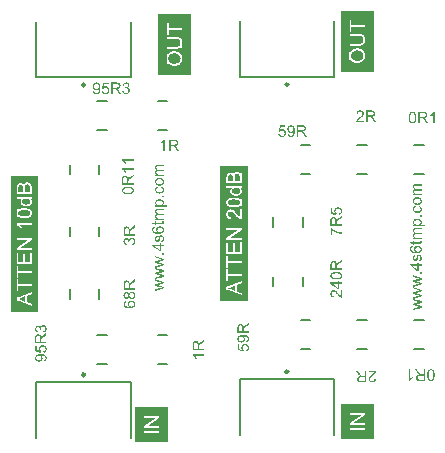
<source format=gbr>
%TF.GenerationSoftware,Altium Limited,Altium Designer,20.0.10 (225)*%
G04 Layer_Color=65535*
%FSLAX26Y26*%
%MOIN*%
%TF.FileFunction,Legend,Top*%
%TF.Part,CustomerPanel*%
G01*
G75*
%TA.AperFunction,NonConductor*%
%ADD18C,0.009842*%
%ADD19C,0.007874*%
G36*
X3595626Y4493865D02*
X3484374D01*
Y4696825D01*
X3595626D01*
Y4493865D01*
D02*
G37*
G36*
X2986177Y4484308D02*
X2874926D01*
Y4687267D01*
X2986177D01*
Y4484308D01*
D02*
G37*
G36*
X2770390Y4458107D02*
X2771112Y4457996D01*
X2772000Y4457830D01*
X2772999Y4457552D01*
X2773998Y4457219D01*
X2774997Y4456775D01*
X2775052D01*
X2775108Y4456720D01*
X2775441Y4456553D01*
X2775940Y4456220D01*
X2776495Y4455832D01*
X2777161Y4455277D01*
X2777827Y4454666D01*
X2778493Y4453945D01*
X2779048Y4453112D01*
X2779104Y4453001D01*
X2779270Y4452724D01*
X2779492Y4452224D01*
X2779770Y4451614D01*
X2780047Y4450892D01*
X2780269Y4450060D01*
X2780436Y4449116D01*
X2780491Y4448173D01*
Y4448062D01*
Y4447729D01*
X2780436Y4447285D01*
X2780325Y4446674D01*
X2780158Y4445953D01*
X2779881Y4445176D01*
X2779548Y4444399D01*
X2779104Y4443622D01*
X2779048Y4443511D01*
X2778882Y4443289D01*
X2778549Y4442900D01*
X2778105Y4442456D01*
X2777550Y4441957D01*
X2776884Y4441402D01*
X2776107Y4440902D01*
X2775163Y4440403D01*
X2775219D01*
X2775330Y4440347D01*
X2775496Y4440292D01*
X2775718Y4440236D01*
X2776329Y4440014D01*
X2777106Y4439681D01*
X2777994Y4439237D01*
X2778882Y4438682D01*
X2779714Y4437961D01*
X2780491Y4437128D01*
X2780547Y4437017D01*
X2780769Y4436684D01*
X2781102Y4436129D01*
X2781435Y4435408D01*
X2781768Y4434520D01*
X2782101Y4433465D01*
X2782323Y4432244D01*
X2782378Y4430912D01*
Y4430857D01*
Y4430690D01*
Y4430413D01*
X2782323Y4430080D01*
X2782267Y4429636D01*
X2782156Y4429136D01*
X2782045Y4428581D01*
X2781934Y4427971D01*
X2781490Y4426639D01*
X2781157Y4425917D01*
X2780824Y4425251D01*
X2780380Y4424530D01*
X2779881Y4423808D01*
X2779326Y4423087D01*
X2778660Y4422421D01*
X2778604Y4422365D01*
X2778493Y4422254D01*
X2778271Y4422088D01*
X2777994Y4421866D01*
X2777661Y4421588D01*
X2777217Y4421311D01*
X2776717Y4420978D01*
X2776107Y4420700D01*
X2775496Y4420367D01*
X2774775Y4420034D01*
X2774053Y4419757D01*
X2773221Y4419479D01*
X2772333Y4419257D01*
X2771389Y4419091D01*
X2770446Y4418980D01*
X2769391Y4418924D01*
X2768892D01*
X2768559Y4418980D01*
X2768115Y4419035D01*
X2767615Y4419091D01*
X2767060Y4419202D01*
X2766450Y4419313D01*
X2765118Y4419646D01*
X2763730Y4420201D01*
X2763009Y4420534D01*
X2762343Y4420922D01*
X2761677Y4421422D01*
X2761011Y4421921D01*
X2760955Y4421977D01*
X2760844Y4422088D01*
X2760678Y4422254D01*
X2760511Y4422476D01*
X2760234Y4422754D01*
X2759956Y4423142D01*
X2759623Y4423531D01*
X2759290Y4424030D01*
X2758957Y4424585D01*
X2758624Y4425140D01*
X2758014Y4426472D01*
X2757514Y4428026D01*
X2757348Y4428859D01*
X2757237Y4429747D01*
X2761954Y4430357D01*
Y4430302D01*
X2762010Y4430191D01*
X2762065Y4429969D01*
X2762121Y4429691D01*
X2762176Y4429358D01*
X2762287Y4428970D01*
X2762565Y4428137D01*
X2762953Y4427138D01*
X2763453Y4426195D01*
X2764008Y4425307D01*
X2764674Y4424530D01*
X2764785Y4424474D01*
X2765007Y4424252D01*
X2765451Y4423975D01*
X2766006Y4423697D01*
X2766672Y4423364D01*
X2767504Y4423087D01*
X2768448Y4422865D01*
X2769447Y4422809D01*
X2769780D01*
X2770002Y4422865D01*
X2770612Y4422920D01*
X2771389Y4423087D01*
X2772277Y4423364D01*
X2773221Y4423753D01*
X2774164Y4424308D01*
X2775052Y4425085D01*
X2775163Y4425196D01*
X2775441Y4425529D01*
X2775774Y4426028D01*
X2776218Y4426694D01*
X2776662Y4427527D01*
X2776995Y4428470D01*
X2777272Y4429580D01*
X2777383Y4430801D01*
Y4430857D01*
Y4430968D01*
Y4431134D01*
X2777328Y4431356D01*
X2777272Y4431967D01*
X2777106Y4432688D01*
X2776884Y4433576D01*
X2776495Y4434464D01*
X2775940Y4435352D01*
X2775219Y4436185D01*
X2775108Y4436296D01*
X2774830Y4436518D01*
X2774386Y4436851D01*
X2773776Y4437239D01*
X2772999Y4437628D01*
X2772055Y4437961D01*
X2771001Y4438183D01*
X2769835Y4438294D01*
X2769336D01*
X2768947Y4438238D01*
X2768448Y4438183D01*
X2767893Y4438072D01*
X2767227Y4437961D01*
X2766505Y4437794D01*
X2767060Y4441957D01*
X2767338D01*
X2767560Y4441901D01*
X2768281D01*
X2768892Y4442012D01*
X2769613Y4442123D01*
X2770446Y4442290D01*
X2771389Y4442567D01*
X2772277Y4442956D01*
X2773221Y4443455D01*
X2773276D01*
X2773332Y4443511D01*
X2773609Y4443733D01*
X2773998Y4444121D01*
X2774442Y4444621D01*
X2774886Y4445342D01*
X2775274Y4446175D01*
X2775552Y4447118D01*
X2775663Y4447673D01*
Y4448284D01*
Y4448339D01*
Y4448395D01*
Y4448728D01*
X2775552Y4449172D01*
X2775441Y4449782D01*
X2775219Y4450448D01*
X2774941Y4451170D01*
X2774497Y4451891D01*
X2773887Y4452557D01*
X2773831Y4452613D01*
X2773554Y4452835D01*
X2773165Y4453112D01*
X2772666Y4453445D01*
X2772000Y4453723D01*
X2771223Y4454000D01*
X2770335Y4454222D01*
X2769336Y4454278D01*
X2768892D01*
X2768392Y4454167D01*
X2767726Y4454056D01*
X2767005Y4453834D01*
X2766283Y4453556D01*
X2765506Y4453112D01*
X2764785Y4452557D01*
X2764729Y4452502D01*
X2764507Y4452224D01*
X2764174Y4451836D01*
X2763786Y4451281D01*
X2763397Y4450559D01*
X2763009Y4449671D01*
X2762676Y4448617D01*
X2762454Y4447396D01*
X2757736Y4448228D01*
Y4448284D01*
X2757792Y4448450D01*
X2757847Y4448672D01*
X2757903Y4449005D01*
X2758014Y4449394D01*
X2758180Y4449838D01*
X2758513Y4450892D01*
X2759068Y4452113D01*
X2759734Y4453334D01*
X2760567Y4454500D01*
X2761621Y4455554D01*
X2761677Y4455610D01*
X2761788Y4455665D01*
X2761954Y4455776D01*
X2762176Y4455943D01*
X2762454Y4456165D01*
X2762842Y4456387D01*
X2763231Y4456609D01*
X2763730Y4456886D01*
X2764840Y4457330D01*
X2766117Y4457774D01*
X2767615Y4458052D01*
X2768392Y4458163D01*
X2769780D01*
X2770390Y4458107D01*
D02*
G37*
G36*
X2712226Y4453001D02*
X2696853D01*
X2694799Y4442623D01*
X2694855Y4442678D01*
X2694966Y4442734D01*
X2695132Y4442845D01*
X2695410Y4443011D01*
X2695743Y4443178D01*
X2696131Y4443400D01*
X2697019Y4443844D01*
X2698129Y4444288D01*
X2699350Y4444676D01*
X2700682Y4444954D01*
X2701348Y4445065D01*
X2702569D01*
X2702902Y4445009D01*
X2703346Y4444954D01*
X2703846Y4444898D01*
X2704401Y4444787D01*
X2705011Y4444621D01*
X2706343Y4444232D01*
X2707065Y4443955D01*
X2707786Y4443566D01*
X2708508Y4443178D01*
X2709229Y4442734D01*
X2709895Y4442179D01*
X2710561Y4441568D01*
X2710617Y4441513D01*
X2710728Y4441402D01*
X2710894Y4441235D01*
X2711116Y4440958D01*
X2711394Y4440569D01*
X2711671Y4440181D01*
X2712004Y4439681D01*
X2712337Y4439126D01*
X2712615Y4438516D01*
X2712948Y4437850D01*
X2713225Y4437073D01*
X2713503Y4436296D01*
X2713725Y4435463D01*
X2713891Y4434520D01*
X2714002Y4433576D01*
X2714058Y4432577D01*
Y4432522D01*
Y4432355D01*
Y4432078D01*
X2714002Y4431689D01*
X2713947Y4431245D01*
X2713891Y4430746D01*
X2713780Y4430135D01*
X2713669Y4429525D01*
X2713336Y4428082D01*
X2712781Y4426583D01*
X2712448Y4425806D01*
X2712004Y4425085D01*
X2711560Y4424308D01*
X2711005Y4423586D01*
X2710950Y4423531D01*
X2710839Y4423364D01*
X2710617Y4423142D01*
X2710339Y4422865D01*
X2709951Y4422532D01*
X2709507Y4422088D01*
X2708952Y4421699D01*
X2708341Y4421255D01*
X2707675Y4420811D01*
X2706898Y4420423D01*
X2706066Y4420034D01*
X2705178Y4419646D01*
X2704234Y4419368D01*
X2703180Y4419146D01*
X2702070Y4418980D01*
X2700904Y4418924D01*
X2700405D01*
X2700016Y4418980D01*
X2699572Y4419035D01*
X2699073Y4419091D01*
X2698462Y4419146D01*
X2697852Y4419313D01*
X2696464Y4419646D01*
X2695077Y4420145D01*
X2694355Y4420478D01*
X2693634Y4420867D01*
X2692968Y4421311D01*
X2692302Y4421810D01*
X2692246Y4421866D01*
X2692135Y4421921D01*
X2692024Y4422143D01*
X2691802Y4422365D01*
X2691525Y4422643D01*
X2691247Y4422976D01*
X2690914Y4423420D01*
X2690637Y4423919D01*
X2690304Y4424419D01*
X2689971Y4425029D01*
X2689360Y4426361D01*
X2688861Y4427915D01*
X2688694Y4428748D01*
X2688583Y4429636D01*
X2693523Y4430024D01*
Y4429969D01*
Y4429858D01*
X2693578Y4429691D01*
X2693634Y4429414D01*
X2693800Y4428803D01*
X2694022Y4427971D01*
X2694355Y4427138D01*
X2694799Y4426195D01*
X2695354Y4425362D01*
X2696020Y4424585D01*
X2696131Y4424530D01*
X2696353Y4424308D01*
X2696797Y4424030D01*
X2697408Y4423697D01*
X2698074Y4423364D01*
X2698906Y4423087D01*
X2699850Y4422865D01*
X2700904Y4422809D01*
X2701237D01*
X2701459Y4422865D01*
X2702125Y4422920D01*
X2702902Y4423142D01*
X2703846Y4423420D01*
X2704789Y4423864D01*
X2705788Y4424530D01*
X2706232Y4424918D01*
X2706676Y4425362D01*
X2706732Y4425418D01*
X2706787Y4425473D01*
X2706898Y4425640D01*
X2707065Y4425806D01*
X2707453Y4426417D01*
X2707897Y4427194D01*
X2708286Y4428137D01*
X2708674Y4429303D01*
X2708952Y4430690D01*
X2709063Y4431412D01*
Y4432189D01*
Y4432244D01*
Y4432355D01*
Y4432577D01*
X2709007Y4432855D01*
Y4433188D01*
X2708952Y4433576D01*
X2708785Y4434464D01*
X2708508Y4435519D01*
X2708119Y4436573D01*
X2707564Y4437572D01*
X2706787Y4438516D01*
Y4438571D01*
X2706676Y4438627D01*
X2706399Y4438904D01*
X2705899Y4439293D01*
X2705233Y4439737D01*
X2704345Y4440125D01*
X2703346Y4440514D01*
X2702181Y4440791D01*
X2701515Y4440902D01*
X2700460D01*
X2700016Y4440847D01*
X2699461Y4440791D01*
X2698795Y4440625D01*
X2698129Y4440458D01*
X2697408Y4440181D01*
X2696686Y4439848D01*
X2696631Y4439792D01*
X2696409Y4439681D01*
X2696076Y4439404D01*
X2695632Y4439126D01*
X2695188Y4438738D01*
X2694744Y4438238D01*
X2694244Y4437739D01*
X2693856Y4437128D01*
X2689416Y4437739D01*
X2693134Y4457497D01*
X2712226D01*
Y4453001D01*
D02*
G37*
G36*
X2671434Y4458107D02*
X2671711D01*
X2672100Y4458052D01*
X2673043Y4457885D01*
X2674098Y4457663D01*
X2675263Y4457275D01*
X2676429Y4456775D01*
X2677594Y4456109D01*
X2677650D01*
X2677705Y4455998D01*
X2677872Y4455887D01*
X2678094Y4455721D01*
X2678649Y4455277D01*
X2679370Y4454666D01*
X2680092Y4453834D01*
X2680924Y4452835D01*
X2681646Y4451669D01*
X2682312Y4450337D01*
Y4450282D01*
X2682367Y4450171D01*
X2682478Y4449949D01*
X2682589Y4449671D01*
X2682700Y4449283D01*
X2682867Y4448783D01*
X2682978Y4448228D01*
X2683144Y4447618D01*
X2683311Y4446896D01*
X2683477Y4446064D01*
X2683588Y4445176D01*
X2683699Y4444232D01*
X2683810Y4443178D01*
X2683921Y4442068D01*
X2683977Y4440847D01*
Y4439570D01*
Y4439515D01*
Y4439237D01*
Y4438849D01*
Y4438349D01*
X2683921Y4437739D01*
Y4437017D01*
X2683866Y4436185D01*
X2683755Y4435352D01*
X2683588Y4433465D01*
X2683311Y4431467D01*
X2682922Y4429580D01*
X2682645Y4428637D01*
X2682367Y4427804D01*
Y4427749D01*
X2682312Y4427638D01*
X2682201Y4427416D01*
X2682090Y4427083D01*
X2681923Y4426750D01*
X2681701Y4426306D01*
X2681146Y4425362D01*
X2680480Y4424308D01*
X2679703Y4423198D01*
X2678704Y4422143D01*
X2677594Y4421200D01*
X2677539D01*
X2677428Y4421089D01*
X2677261Y4420978D01*
X2677039Y4420867D01*
X2676706Y4420700D01*
X2676373Y4420478D01*
X2675929Y4420256D01*
X2675485Y4420090D01*
X2674431Y4419646D01*
X2673154Y4419257D01*
X2671767Y4419035D01*
X2670213Y4418924D01*
X2669769D01*
X2669491Y4418980D01*
X2669103D01*
X2668659Y4419035D01*
X2667604Y4419257D01*
X2666439Y4419535D01*
X2665218Y4419979D01*
X2663997Y4420589D01*
X2663386Y4420978D01*
X2662831Y4421422D01*
X2662776Y4421477D01*
X2662720Y4421533D01*
X2662554Y4421699D01*
X2662387Y4421866D01*
X2662165Y4422143D01*
X2661888Y4422476D01*
X2661333Y4423253D01*
X2660778Y4424252D01*
X2660223Y4425473D01*
X2659779Y4426861D01*
X2659446Y4428470D01*
X2663997Y4428859D01*
Y4428803D01*
X2664052Y4428692D01*
Y4428581D01*
X2664108Y4428359D01*
X2664274Y4427749D01*
X2664496Y4427083D01*
X2664774Y4426306D01*
X2665162Y4425529D01*
X2665606Y4424807D01*
X2666161Y4424197D01*
X2666217Y4424141D01*
X2666439Y4423975D01*
X2666827Y4423753D01*
X2667271Y4423531D01*
X2667882Y4423253D01*
X2668603Y4423031D01*
X2669436Y4422865D01*
X2670324Y4422809D01*
X2670712D01*
X2671101Y4422865D01*
X2671600Y4422920D01*
X2672211Y4423031D01*
X2672821Y4423198D01*
X2673487Y4423420D01*
X2674098Y4423753D01*
X2674153Y4423808D01*
X2674375Y4423919D01*
X2674708Y4424141D01*
X2675041Y4424474D01*
X2675485Y4424863D01*
X2675929Y4425307D01*
X2676373Y4425806D01*
X2676817Y4426417D01*
X2676873Y4426472D01*
X2676984Y4426750D01*
X2677206Y4427138D01*
X2677428Y4427638D01*
X2677705Y4428304D01*
X2677983Y4429081D01*
X2678260Y4429969D01*
X2678538Y4430968D01*
Y4431023D01*
X2678593Y4431079D01*
Y4431245D01*
X2678649Y4431467D01*
X2678760Y4432022D01*
X2678926Y4432744D01*
X2679037Y4433632D01*
X2679148Y4434575D01*
X2679204Y4435630D01*
X2679259Y4436740D01*
Y4436795D01*
Y4436962D01*
Y4437239D01*
Y4437683D01*
X2679204Y4437572D01*
X2678982Y4437295D01*
X2678649Y4436906D01*
X2678260Y4436351D01*
X2677705Y4435796D01*
X2677039Y4435186D01*
X2676262Y4434575D01*
X2675374Y4434020D01*
X2675263Y4433965D01*
X2674930Y4433798D01*
X2674431Y4433576D01*
X2673820Y4433354D01*
X2672988Y4433077D01*
X2672100Y4432855D01*
X2671101Y4432688D01*
X2670046Y4432633D01*
X2669602D01*
X2669269Y4432688D01*
X2668825Y4432744D01*
X2668381Y4432799D01*
X2667826Y4432910D01*
X2667271Y4433077D01*
X2665995Y4433465D01*
X2665329Y4433743D01*
X2664663Y4434076D01*
X2663941Y4434464D01*
X2663275Y4434964D01*
X2662609Y4435463D01*
X2661999Y4436074D01*
X2661943Y4436129D01*
X2661832Y4436240D01*
X2661721Y4436407D01*
X2661499Y4436684D01*
X2661222Y4437073D01*
X2660944Y4437461D01*
X2660667Y4437961D01*
X2660389Y4438516D01*
X2660056Y4439126D01*
X2659779Y4439792D01*
X2659501Y4440569D01*
X2659224Y4441346D01*
X2659002Y4442234D01*
X2658891Y4443178D01*
X2658780Y4444121D01*
X2658724Y4445176D01*
Y4445231D01*
Y4445453D01*
Y4445731D01*
X2658780Y4446119D01*
X2658835Y4446619D01*
X2658891Y4447229D01*
X2659002Y4447840D01*
X2659168Y4448561D01*
X2659557Y4450004D01*
X2659834Y4450781D01*
X2660167Y4451614D01*
X2660556Y4452391D01*
X2661055Y4453112D01*
X2661555Y4453889D01*
X2662165Y4454555D01*
X2662221Y4454611D01*
X2662332Y4454722D01*
X2662498Y4454888D01*
X2662776Y4455110D01*
X2663109Y4455388D01*
X2663553Y4455721D01*
X2663997Y4455998D01*
X2664552Y4456387D01*
X2665107Y4456720D01*
X2665773Y4456997D01*
X2667271Y4457608D01*
X2668048Y4457830D01*
X2668936Y4457996D01*
X2669824Y4458107D01*
X2670768Y4458163D01*
X2671156D01*
X2671434Y4458107D01*
D02*
G37*
G36*
X2738700Y4457941D02*
X2739199D01*
X2740365Y4457885D01*
X2741586Y4457719D01*
X2742918Y4457552D01*
X2744139Y4457275D01*
X2744749Y4457108D01*
X2745249Y4456942D01*
X2745304D01*
X2745360Y4456886D01*
X2745693Y4456720D01*
X2746192Y4456498D01*
X2746803Y4456109D01*
X2747469Y4455610D01*
X2748190Y4454944D01*
X2748856Y4454167D01*
X2749522Y4453279D01*
Y4453223D01*
X2749578Y4453168D01*
X2749800Y4452835D01*
X2750022Y4452280D01*
X2750355Y4451558D01*
X2750632Y4450726D01*
X2750910Y4449727D01*
X2751076Y4448672D01*
X2751132Y4447507D01*
Y4447451D01*
Y4447340D01*
Y4447118D01*
X2751076Y4446841D01*
Y4446452D01*
X2751021Y4446064D01*
X2750799Y4445120D01*
X2750466Y4444010D01*
X2750022Y4442845D01*
X2749356Y4441679D01*
X2748912Y4441124D01*
X2748468Y4440569D01*
X2748412Y4440514D01*
X2748357Y4440458D01*
X2748190Y4440292D01*
X2747968Y4440125D01*
X2747691Y4439903D01*
X2747358Y4439681D01*
X2746914Y4439404D01*
X2746470Y4439071D01*
X2745915Y4438793D01*
X2745304Y4438516D01*
X2744638Y4438183D01*
X2743917Y4437905D01*
X2743084Y4437683D01*
X2742252Y4437406D01*
X2741308Y4437239D01*
X2740309Y4437073D01*
X2740420Y4437017D01*
X2740642Y4436906D01*
X2740975Y4436684D01*
X2741419Y4436462D01*
X2742418Y4435852D01*
X2742918Y4435463D01*
X2743362Y4435130D01*
X2743473Y4435019D01*
X2743750Y4434742D01*
X2744194Y4434298D01*
X2744749Y4433743D01*
X2745360Y4432966D01*
X2746081Y4432133D01*
X2746803Y4431134D01*
X2747580Y4430024D01*
X2754184Y4419590D01*
X2747857D01*
X2742807Y4427582D01*
Y4427638D01*
X2742696Y4427749D01*
X2742585Y4427915D01*
X2742418Y4428137D01*
X2742030Y4428748D01*
X2741530Y4429525D01*
X2740920Y4430357D01*
X2740309Y4431245D01*
X2739699Y4432078D01*
X2739144Y4432855D01*
X2739088Y4432910D01*
X2738922Y4433132D01*
X2738644Y4433465D01*
X2738256Y4433854D01*
X2737423Y4434686D01*
X2736979Y4435075D01*
X2736535Y4435408D01*
X2736480Y4435463D01*
X2736369Y4435519D01*
X2736147Y4435630D01*
X2735814Y4435796D01*
X2735481Y4435963D01*
X2735092Y4436129D01*
X2734204Y4436407D01*
X2734149D01*
X2734038Y4436462D01*
X2733816D01*
X2733538Y4436518D01*
X2733150Y4436573D01*
X2732706D01*
X2732095Y4436629D01*
X2725546D01*
Y4419590D01*
X2720440D01*
Y4457996D01*
X2738256D01*
X2738700Y4457941D01*
D02*
G37*
G36*
X3587649Y4364970D02*
X3588149D01*
X3589314Y4364914D01*
X3590535Y4364748D01*
X3591867Y4364581D01*
X3593088Y4364304D01*
X3593699Y4364137D01*
X3594198Y4363971D01*
X3594254D01*
X3594309Y4363915D01*
X3594642Y4363749D01*
X3595142Y4363527D01*
X3595752Y4363138D01*
X3596418Y4362639D01*
X3597140Y4361973D01*
X3597806Y4361196D01*
X3598472Y4360308D01*
Y4360252D01*
X3598527Y4360197D01*
X3598749Y4359864D01*
X3598971Y4359309D01*
X3599304Y4358587D01*
X3599582Y4357755D01*
X3599859Y4356756D01*
X3600026Y4355701D01*
X3600081Y4354536D01*
Y4354480D01*
Y4354369D01*
Y4354147D01*
X3600026Y4353870D01*
Y4353481D01*
X3599970Y4353093D01*
X3599748Y4352149D01*
X3599415Y4351039D01*
X3598971Y4349874D01*
X3598305Y4348708D01*
X3597861Y4348153D01*
X3597417Y4347598D01*
X3597362Y4347543D01*
X3597306Y4347487D01*
X3597140Y4347321D01*
X3596918Y4347154D01*
X3596640Y4346932D01*
X3596307Y4346710D01*
X3595863Y4346433D01*
X3595419Y4346100D01*
X3594864Y4345822D01*
X3594254Y4345545D01*
X3593588Y4345212D01*
X3592866Y4344934D01*
X3592034Y4344712D01*
X3591201Y4344435D01*
X3590258Y4344268D01*
X3589259Y4344102D01*
X3589370Y4344046D01*
X3589592Y4343935D01*
X3589925Y4343713D01*
X3590369Y4343491D01*
X3591368Y4342881D01*
X3591867Y4342492D01*
X3592311Y4342159D01*
X3592422Y4342048D01*
X3592700Y4341771D01*
X3593144Y4341327D01*
X3593699Y4340772D01*
X3594309Y4339995D01*
X3595031Y4339162D01*
X3595752Y4338163D01*
X3596529Y4337053D01*
X3603134Y4326619D01*
X3596807D01*
X3591756Y4334611D01*
Y4334667D01*
X3591645Y4334778D01*
X3591534Y4334944D01*
X3591368Y4335166D01*
X3590979Y4335777D01*
X3590480Y4336554D01*
X3589869Y4337386D01*
X3589259Y4338274D01*
X3588648Y4339107D01*
X3588093Y4339884D01*
X3588038Y4339939D01*
X3587871Y4340161D01*
X3587594Y4340494D01*
X3587205Y4340883D01*
X3586373Y4341715D01*
X3585929Y4342104D01*
X3585485Y4342437D01*
X3585429Y4342492D01*
X3585318Y4342548D01*
X3585096Y4342659D01*
X3584763Y4342825D01*
X3584430Y4342992D01*
X3584042Y4343158D01*
X3583154Y4343436D01*
X3583098D01*
X3582987Y4343491D01*
X3582765D01*
X3582488Y4343547D01*
X3582099Y4343602D01*
X3581655D01*
X3581045Y4343658D01*
X3574496D01*
Y4326619D01*
X3569390D01*
Y4365025D01*
X3587205D01*
X3587649Y4364970D01*
D02*
G37*
G36*
X3551186Y4365136D02*
X3551630Y4365081D01*
X3552185Y4365025D01*
X3552795Y4364914D01*
X3553406Y4364803D01*
X3554849Y4364415D01*
X3556292Y4363860D01*
X3557013Y4363527D01*
X3557735Y4363138D01*
X3558401Y4362639D01*
X3559011Y4362084D01*
X3559067Y4362028D01*
X3559178Y4361973D01*
X3559289Y4361751D01*
X3559511Y4361529D01*
X3559788Y4361251D01*
X3560066Y4360863D01*
X3560343Y4360474D01*
X3560676Y4359975D01*
X3561231Y4358920D01*
X3561786Y4357588D01*
X3562008Y4356922D01*
X3562119Y4356145D01*
X3562230Y4355368D01*
X3562286Y4354536D01*
Y4354425D01*
Y4354147D01*
X3562230Y4353703D01*
X3562175Y4353093D01*
X3562064Y4352427D01*
X3561842Y4351650D01*
X3561620Y4350817D01*
X3561287Y4349985D01*
X3561231Y4349874D01*
X3561120Y4349596D01*
X3560898Y4349152D01*
X3560565Y4348542D01*
X3560121Y4347876D01*
X3559566Y4347043D01*
X3558900Y4346211D01*
X3558123Y4345267D01*
X3558012Y4345156D01*
X3557735Y4344823D01*
X3557457Y4344546D01*
X3557180Y4344268D01*
X3556847Y4343935D01*
X3556403Y4343491D01*
X3555959Y4343047D01*
X3555404Y4342548D01*
X3554849Y4341993D01*
X3554183Y4341382D01*
X3553461Y4340772D01*
X3552684Y4340050D01*
X3551796Y4339329D01*
X3550908Y4338552D01*
X3550853Y4338496D01*
X3550742Y4338385D01*
X3550520Y4338219D01*
X3550242Y4337997D01*
X3549909Y4337664D01*
X3549521Y4337331D01*
X3548633Y4336609D01*
X3547689Y4335777D01*
X3546801Y4334944D01*
X3546024Y4334223D01*
X3545691Y4333945D01*
X3545414Y4333668D01*
X3545358Y4333612D01*
X3545192Y4333446D01*
X3544970Y4333224D01*
X3544692Y4332891D01*
X3544415Y4332502D01*
X3544082Y4332114D01*
X3543416Y4331170D01*
X3562341D01*
Y4326619D01*
X3536867D01*
Y4326675D01*
Y4326897D01*
Y4327230D01*
X3536922Y4327674D01*
X3536978Y4328173D01*
X3537089Y4328728D01*
X3537200Y4329283D01*
X3537422Y4329894D01*
Y4329949D01*
X3537477Y4330005D01*
X3537588Y4330338D01*
X3537810Y4330837D01*
X3538143Y4331503D01*
X3538587Y4332280D01*
X3539142Y4333168D01*
X3539753Y4334056D01*
X3540530Y4335000D01*
Y4335055D01*
X3540641Y4335111D01*
X3540918Y4335444D01*
X3541418Y4335943D01*
X3542139Y4336665D01*
X3542972Y4337497D01*
X3544026Y4338496D01*
X3545303Y4339606D01*
X3546690Y4340772D01*
X3546746Y4340827D01*
X3546968Y4340994D01*
X3547301Y4341271D01*
X3547689Y4341604D01*
X3548189Y4342048D01*
X3548799Y4342548D01*
X3549410Y4343103D01*
X3550131Y4343713D01*
X3551519Y4345045D01*
X3552906Y4346377D01*
X3553572Y4347043D01*
X3554183Y4347709D01*
X3554738Y4348320D01*
X3555182Y4348930D01*
Y4348986D01*
X3555293Y4349041D01*
X3555404Y4349208D01*
X3555515Y4349430D01*
X3555903Y4350040D01*
X3556347Y4350762D01*
X3556736Y4351650D01*
X3557124Y4352593D01*
X3557346Y4353648D01*
X3557457Y4354647D01*
Y4354702D01*
Y4354758D01*
X3557402Y4355091D01*
X3557346Y4355646D01*
X3557180Y4356256D01*
X3556958Y4357033D01*
X3556569Y4357810D01*
X3556070Y4358587D01*
X3555404Y4359364D01*
X3555293Y4359475D01*
X3555015Y4359697D01*
X3554627Y4359975D01*
X3554016Y4360363D01*
X3553239Y4360696D01*
X3552351Y4361029D01*
X3551297Y4361251D01*
X3550131Y4361307D01*
X3549798D01*
X3549576Y4361251D01*
X3548910Y4361196D01*
X3548133Y4361029D01*
X3547301Y4360807D01*
X3546357Y4360419D01*
X3545469Y4359919D01*
X3544637Y4359253D01*
X3544526Y4359142D01*
X3544304Y4358865D01*
X3543971Y4358421D01*
X3543638Y4357755D01*
X3543249Y4356978D01*
X3542916Y4355979D01*
X3542694Y4354869D01*
X3542583Y4353592D01*
X3537755Y4354092D01*
Y4354147D01*
X3537810Y4354314D01*
Y4354591D01*
X3537866Y4354980D01*
X3537977Y4355424D01*
X3538088Y4355923D01*
X3538254Y4356534D01*
X3538421Y4357144D01*
X3538865Y4358476D01*
X3539531Y4359808D01*
X3539919Y4360474D01*
X3540419Y4361140D01*
X3540918Y4361751D01*
X3541473Y4362306D01*
X3541529Y4362361D01*
X3541640Y4362417D01*
X3541806Y4362583D01*
X3542084Y4362750D01*
X3542417Y4362972D01*
X3542805Y4363194D01*
X3543249Y4363471D01*
X3543804Y4363749D01*
X3544415Y4364026D01*
X3545081Y4364304D01*
X3545802Y4364526D01*
X3546579Y4364748D01*
X3547412Y4364914D01*
X3548300Y4365081D01*
X3549243Y4365136D01*
X3550242Y4365192D01*
X3550797D01*
X3551186Y4365136D01*
D02*
G37*
G36*
X3798179Y4321952D02*
X3793462D01*
Y4351978D01*
X3793406Y4351922D01*
X3793129Y4351700D01*
X3792796Y4351367D01*
X3792241Y4350979D01*
X3791630Y4350479D01*
X3790853Y4349924D01*
X3789965Y4349314D01*
X3788966Y4348703D01*
X3788911D01*
X3788855Y4348648D01*
X3788522Y4348426D01*
X3787967Y4348148D01*
X3787301Y4347815D01*
X3786524Y4347427D01*
X3785692Y4347038D01*
X3784859Y4346650D01*
X3784027Y4346317D01*
Y4350868D01*
X3784082D01*
X3784193Y4350979D01*
X3784415Y4351034D01*
X3784693Y4351201D01*
X3785026Y4351367D01*
X3785414Y4351589D01*
X3786358Y4352144D01*
X3787468Y4352755D01*
X3788578Y4353532D01*
X3789743Y4354420D01*
X3790909Y4355363D01*
X3790964Y4355419D01*
X3791020Y4355474D01*
X3791186Y4355641D01*
X3791408Y4355807D01*
X3791908Y4356362D01*
X3792574Y4357028D01*
X3793240Y4357805D01*
X3793961Y4358693D01*
X3794572Y4359581D01*
X3795127Y4360525D01*
X3798179D01*
Y4321952D01*
D02*
G37*
G36*
X3761938Y4360303D02*
X3762437D01*
X3763603Y4360247D01*
X3764824Y4360081D01*
X3766156Y4359914D01*
X3767377Y4359637D01*
X3767987Y4359470D01*
X3768487Y4359304D01*
X3768542D01*
X3768598Y4359248D01*
X3768931Y4359082D01*
X3769430Y4358860D01*
X3770041Y4358471D01*
X3770707Y4357972D01*
X3771428Y4357306D01*
X3772094Y4356529D01*
X3772760Y4355641D01*
Y4355585D01*
X3772816Y4355530D01*
X3773038Y4355197D01*
X3773260Y4354642D01*
X3773593Y4353920D01*
X3773870Y4353088D01*
X3774148Y4352089D01*
X3774314Y4351034D01*
X3774370Y4349869D01*
Y4349813D01*
Y4349702D01*
Y4349480D01*
X3774314Y4349203D01*
Y4348814D01*
X3774259Y4348426D01*
X3774037Y4347482D01*
X3773704Y4346372D01*
X3773260Y4345207D01*
X3772594Y4344041D01*
X3772150Y4343486D01*
X3771706Y4342931D01*
X3771650Y4342876D01*
X3771595Y4342820D01*
X3771428Y4342654D01*
X3771206Y4342487D01*
X3770929Y4342265D01*
X3770596Y4342043D01*
X3770152Y4341766D01*
X3769708Y4341433D01*
X3769153Y4341155D01*
X3768542Y4340878D01*
X3767876Y4340545D01*
X3767155Y4340267D01*
X3766322Y4340045D01*
X3765490Y4339768D01*
X3764546Y4339601D01*
X3763547Y4339435D01*
X3763658Y4339379D01*
X3763880Y4339268D01*
X3764213Y4339046D01*
X3764657Y4338824D01*
X3765656Y4338214D01*
X3766156Y4337825D01*
X3766600Y4337492D01*
X3766711Y4337381D01*
X3766988Y4337104D01*
X3767432Y4336660D01*
X3767987Y4336105D01*
X3768598Y4335328D01*
X3769319Y4334495D01*
X3770041Y4333496D01*
X3770818Y4332386D01*
X3777422Y4321952D01*
X3771095D01*
X3766045Y4329944D01*
Y4330000D01*
X3765934Y4330111D01*
X3765823Y4330277D01*
X3765656Y4330499D01*
X3765268Y4331110D01*
X3764768Y4331887D01*
X3764158Y4332719D01*
X3763547Y4333607D01*
X3762937Y4334440D01*
X3762382Y4335217D01*
X3762326Y4335272D01*
X3762160Y4335494D01*
X3761882Y4335827D01*
X3761494Y4336216D01*
X3760661Y4337048D01*
X3760217Y4337437D01*
X3759773Y4337770D01*
X3759718Y4337825D01*
X3759607Y4337881D01*
X3759385Y4337992D01*
X3759052Y4338158D01*
X3758719Y4338325D01*
X3758330Y4338491D01*
X3757442Y4338769D01*
X3757387D01*
X3757276Y4338824D01*
X3757054D01*
X3756776Y4338880D01*
X3756388Y4338935D01*
X3755944D01*
X3755333Y4338991D01*
X3748784D01*
Y4321952D01*
X3743678D01*
Y4360358D01*
X3761494D01*
X3761938Y4360303D01*
D02*
G37*
G36*
X3725474Y4360469D02*
X3726196Y4360358D01*
X3727028Y4360192D01*
X3727916Y4359970D01*
X3728860Y4359692D01*
X3729748Y4359248D01*
X3729803D01*
X3729859Y4359193D01*
X3730136Y4359026D01*
X3730580Y4358749D01*
X3731135Y4358360D01*
X3731746Y4357805D01*
X3732412Y4357195D01*
X3733022Y4356473D01*
X3733633Y4355641D01*
X3733688Y4355530D01*
X3733910Y4355252D01*
X3734132Y4354753D01*
X3734521Y4354031D01*
X3734854Y4353199D01*
X3735298Y4352255D01*
X3735686Y4351145D01*
X3736019Y4349924D01*
Y4349869D01*
X3736075Y4349758D01*
X3736130Y4349591D01*
X3736186Y4349314D01*
X3736241Y4348981D01*
X3736297Y4348592D01*
X3736408Y4348093D01*
X3736463Y4347538D01*
X3736574Y4346927D01*
X3736630Y4346261D01*
X3736685Y4345484D01*
X3736796Y4344707D01*
X3736852Y4343819D01*
Y4342931D01*
X3736907Y4341932D01*
Y4340878D01*
Y4340822D01*
Y4340600D01*
Y4340212D01*
Y4339768D01*
X3736852Y4339157D01*
Y4338491D01*
X3736796Y4337770D01*
X3736741Y4336993D01*
X3736574Y4335217D01*
X3736297Y4333385D01*
X3735964Y4331609D01*
X3735742Y4330777D01*
X3735464Y4329944D01*
Y4329889D01*
X3735409Y4329778D01*
X3735298Y4329556D01*
X3735187Y4329278D01*
X3735076Y4328890D01*
X3734854Y4328501D01*
X3734410Y4327558D01*
X3733855Y4326559D01*
X3733133Y4325449D01*
X3732301Y4324450D01*
X3731302Y4323506D01*
X3731246D01*
X3731191Y4323395D01*
X3731024Y4323284D01*
X3730802Y4323173D01*
X3730525Y4323007D01*
X3730247Y4322785D01*
X3729415Y4322396D01*
X3728416Y4322008D01*
X3727250Y4321619D01*
X3725863Y4321397D01*
X3724364Y4321286D01*
X3723809D01*
X3723421Y4321342D01*
X3722977Y4321397D01*
X3722422Y4321508D01*
X3721811Y4321619D01*
X3721145Y4321786D01*
X3720479Y4322008D01*
X3719758Y4322230D01*
X3719036Y4322563D01*
X3718315Y4322951D01*
X3717593Y4323395D01*
X3716872Y4323950D01*
X3716206Y4324561D01*
X3715595Y4325227D01*
X3715540Y4325282D01*
X3715429Y4325449D01*
X3715262Y4325726D01*
X3714985Y4326170D01*
X3714707Y4326670D01*
X3714430Y4327336D01*
X3714041Y4328113D01*
X3713708Y4329001D01*
X3713375Y4330000D01*
X3713042Y4331165D01*
X3712709Y4332442D01*
X3712432Y4333885D01*
X3712154Y4335439D01*
X3711988Y4337104D01*
X3711877Y4338935D01*
X3711821Y4340878D01*
Y4340933D01*
Y4341155D01*
Y4341544D01*
Y4341988D01*
X3711877Y4342598D01*
Y4343264D01*
X3711932Y4343986D01*
X3711988Y4344818D01*
X3712154Y4346539D01*
X3712432Y4348370D01*
X3712765Y4350202D01*
X3712987Y4351034D01*
X3713209Y4351867D01*
Y4351922D01*
X3713264Y4352033D01*
X3713375Y4352255D01*
X3713486Y4352533D01*
X3713597Y4352921D01*
X3713819Y4353310D01*
X3714263Y4354253D01*
X3714818Y4355252D01*
X3715540Y4356307D01*
X3716372Y4357361D01*
X3717371Y4358249D01*
X3717427D01*
X3717482Y4358360D01*
X3717649Y4358471D01*
X3717871Y4358582D01*
X3718148Y4358804D01*
X3718481Y4358971D01*
X3719314Y4359415D01*
X3720313Y4359803D01*
X3721478Y4360192D01*
X3722866Y4360414D01*
X3724364Y4360525D01*
X3724864D01*
X3725474Y4360469D01*
D02*
G37*
G36*
X3319839Y4315469D02*
X3320116D01*
X3320505Y4315414D01*
X3321448Y4315247D01*
X3322503Y4315025D01*
X3323668Y4314637D01*
X3324834Y4314137D01*
X3325999Y4313471D01*
X3326055D01*
X3326110Y4313360D01*
X3326277Y4313249D01*
X3326499Y4313083D01*
X3327054Y4312639D01*
X3327775Y4312028D01*
X3328497Y4311196D01*
X3329329Y4310197D01*
X3330051Y4309031D01*
X3330717Y4307699D01*
Y4307644D01*
X3330772Y4307533D01*
X3330883Y4307311D01*
X3330994Y4307033D01*
X3331105Y4306645D01*
X3331272Y4306145D01*
X3331383Y4305590D01*
X3331549Y4304980D01*
X3331716Y4304258D01*
X3331882Y4303426D01*
X3331993Y4302538D01*
X3332104Y4301594D01*
X3332215Y4300540D01*
X3332326Y4299430D01*
X3332382Y4298209D01*
Y4296932D01*
Y4296877D01*
Y4296599D01*
Y4296211D01*
Y4295711D01*
X3332326Y4295101D01*
Y4294379D01*
X3332271Y4293547D01*
X3332160Y4292714D01*
X3331993Y4290827D01*
X3331716Y4288829D01*
X3331327Y4286942D01*
X3331050Y4285999D01*
X3330772Y4285166D01*
Y4285111D01*
X3330717Y4285000D01*
X3330606Y4284778D01*
X3330495Y4284445D01*
X3330328Y4284112D01*
X3330106Y4283668D01*
X3329551Y4282724D01*
X3328885Y4281670D01*
X3328108Y4280560D01*
X3327109Y4279505D01*
X3325999Y4278562D01*
X3325944D01*
X3325833Y4278451D01*
X3325666Y4278340D01*
X3325444Y4278229D01*
X3325111Y4278062D01*
X3324778Y4277840D01*
X3324334Y4277618D01*
X3323890Y4277452D01*
X3322836Y4277008D01*
X3321559Y4276619D01*
X3320172Y4276397D01*
X3318618Y4276286D01*
X3318174D01*
X3317896Y4276342D01*
X3317508D01*
X3317064Y4276397D01*
X3316009Y4276619D01*
X3314844Y4276897D01*
X3313623Y4277341D01*
X3312402Y4277951D01*
X3311791Y4278340D01*
X3311236Y4278784D01*
X3311181Y4278839D01*
X3311125Y4278895D01*
X3310959Y4279061D01*
X3310792Y4279228D01*
X3310570Y4279505D01*
X3310293Y4279838D01*
X3309738Y4280615D01*
X3309183Y4281614D01*
X3308628Y4282835D01*
X3308184Y4284223D01*
X3307851Y4285832D01*
X3312402Y4286221D01*
Y4286165D01*
X3312457Y4286054D01*
Y4285943D01*
X3312513Y4285721D01*
X3312679Y4285111D01*
X3312901Y4284445D01*
X3313179Y4283668D01*
X3313567Y4282891D01*
X3314011Y4282169D01*
X3314566Y4281559D01*
X3314622Y4281503D01*
X3314844Y4281337D01*
X3315232Y4281115D01*
X3315676Y4280893D01*
X3316287Y4280615D01*
X3317008Y4280393D01*
X3317841Y4280227D01*
X3318729Y4280171D01*
X3319117D01*
X3319506Y4280227D01*
X3320005Y4280282D01*
X3320616Y4280393D01*
X3321226Y4280560D01*
X3321892Y4280782D01*
X3322503Y4281115D01*
X3322558Y4281170D01*
X3322780Y4281281D01*
X3323113Y4281503D01*
X3323446Y4281836D01*
X3323890Y4282225D01*
X3324334Y4282669D01*
X3324778Y4283168D01*
X3325222Y4283779D01*
X3325278Y4283834D01*
X3325389Y4284112D01*
X3325611Y4284500D01*
X3325833Y4285000D01*
X3326110Y4285666D01*
X3326388Y4286443D01*
X3326665Y4287331D01*
X3326943Y4288330D01*
Y4288385D01*
X3326998Y4288441D01*
Y4288607D01*
X3327054Y4288829D01*
X3327165Y4289384D01*
X3327331Y4290106D01*
X3327442Y4290994D01*
X3327553Y4291937D01*
X3327609Y4292992D01*
X3327664Y4294102D01*
Y4294157D01*
Y4294324D01*
Y4294601D01*
Y4295045D01*
X3327609Y4294934D01*
X3327387Y4294657D01*
X3327054Y4294268D01*
X3326665Y4293713D01*
X3326110Y4293158D01*
X3325444Y4292548D01*
X3324667Y4291937D01*
X3323779Y4291382D01*
X3323668Y4291327D01*
X3323335Y4291160D01*
X3322836Y4290938D01*
X3322225Y4290716D01*
X3321393Y4290439D01*
X3320505Y4290217D01*
X3319506Y4290050D01*
X3318451Y4289995D01*
X3318007D01*
X3317674Y4290050D01*
X3317230Y4290106D01*
X3316786Y4290161D01*
X3316231Y4290272D01*
X3315676Y4290439D01*
X3314400Y4290827D01*
X3313734Y4291105D01*
X3313068Y4291438D01*
X3312346Y4291826D01*
X3311680Y4292326D01*
X3311014Y4292825D01*
X3310404Y4293436D01*
X3310348Y4293491D01*
X3310237Y4293602D01*
X3310126Y4293769D01*
X3309904Y4294046D01*
X3309627Y4294435D01*
X3309349Y4294823D01*
X3309072Y4295323D01*
X3308794Y4295878D01*
X3308461Y4296488D01*
X3308184Y4297154D01*
X3307906Y4297931D01*
X3307629Y4298708D01*
X3307407Y4299596D01*
X3307296Y4300540D01*
X3307185Y4301483D01*
X3307129Y4302538D01*
Y4302593D01*
Y4302815D01*
Y4303093D01*
X3307185Y4303481D01*
X3307240Y4303981D01*
X3307296Y4304591D01*
X3307407Y4305202D01*
X3307573Y4305923D01*
X3307962Y4307366D01*
X3308239Y4308143D01*
X3308572Y4308976D01*
X3308961Y4309753D01*
X3309460Y4310474D01*
X3309960Y4311251D01*
X3310570Y4311917D01*
X3310626Y4311973D01*
X3310737Y4312084D01*
X3310903Y4312250D01*
X3311181Y4312472D01*
X3311514Y4312750D01*
X3311958Y4313083D01*
X3312402Y4313360D01*
X3312957Y4313749D01*
X3313512Y4314082D01*
X3314178Y4314359D01*
X3315676Y4314970D01*
X3316453Y4315192D01*
X3317341Y4315358D01*
X3318229Y4315469D01*
X3319173Y4315525D01*
X3319561D01*
X3319839Y4315469D01*
D02*
G37*
G36*
X3300913Y4310363D02*
X3285540D01*
X3283486Y4299985D01*
X3283542Y4300040D01*
X3283653Y4300096D01*
X3283819Y4300207D01*
X3284097Y4300373D01*
X3284430Y4300540D01*
X3284818Y4300762D01*
X3285706Y4301206D01*
X3286816Y4301650D01*
X3288037Y4302038D01*
X3289369Y4302316D01*
X3290035Y4302427D01*
X3291256D01*
X3291589Y4302371D01*
X3292033Y4302316D01*
X3292533Y4302260D01*
X3293088Y4302149D01*
X3293698Y4301983D01*
X3295030Y4301594D01*
X3295752Y4301317D01*
X3296473Y4300928D01*
X3297195Y4300540D01*
X3297916Y4300096D01*
X3298582Y4299541D01*
X3299248Y4298930D01*
X3299304Y4298875D01*
X3299415Y4298764D01*
X3299581Y4298597D01*
X3299803Y4298320D01*
X3300081Y4297931D01*
X3300358Y4297543D01*
X3300691Y4297043D01*
X3301024Y4296488D01*
X3301302Y4295878D01*
X3301635Y4295212D01*
X3301912Y4294435D01*
X3302190Y4293658D01*
X3302412Y4292825D01*
X3302578Y4291882D01*
X3302689Y4290938D01*
X3302745Y4289939D01*
Y4289884D01*
Y4289717D01*
Y4289440D01*
X3302689Y4289051D01*
X3302634Y4288607D01*
X3302578Y4288108D01*
X3302467Y4287497D01*
X3302356Y4286887D01*
X3302023Y4285444D01*
X3301468Y4283945D01*
X3301135Y4283168D01*
X3300691Y4282447D01*
X3300247Y4281670D01*
X3299692Y4280948D01*
X3299637Y4280893D01*
X3299526Y4280726D01*
X3299304Y4280504D01*
X3299026Y4280227D01*
X3298638Y4279894D01*
X3298194Y4279450D01*
X3297639Y4279061D01*
X3297028Y4278617D01*
X3296362Y4278173D01*
X3295585Y4277785D01*
X3294753Y4277396D01*
X3293865Y4277008D01*
X3292921Y4276730D01*
X3291867Y4276508D01*
X3290757Y4276342D01*
X3289591Y4276286D01*
X3289092D01*
X3288703Y4276342D01*
X3288259Y4276397D01*
X3287760Y4276453D01*
X3287149Y4276508D01*
X3286539Y4276675D01*
X3285151Y4277008D01*
X3283764Y4277507D01*
X3283042Y4277840D01*
X3282321Y4278229D01*
X3281655Y4278673D01*
X3280989Y4279172D01*
X3280933Y4279228D01*
X3280822Y4279283D01*
X3280711Y4279505D01*
X3280489Y4279727D01*
X3280212Y4280005D01*
X3279934Y4280338D01*
X3279601Y4280782D01*
X3279324Y4281281D01*
X3278991Y4281781D01*
X3278658Y4282391D01*
X3278047Y4283723D01*
X3277548Y4285277D01*
X3277381Y4286110D01*
X3277270Y4286998D01*
X3282210Y4287386D01*
Y4287331D01*
Y4287220D01*
X3282265Y4287053D01*
X3282321Y4286776D01*
X3282487Y4286165D01*
X3282709Y4285333D01*
X3283042Y4284500D01*
X3283486Y4283557D01*
X3284041Y4282724D01*
X3284707Y4281947D01*
X3284818Y4281892D01*
X3285040Y4281670D01*
X3285484Y4281392D01*
X3286095Y4281059D01*
X3286761Y4280726D01*
X3287593Y4280449D01*
X3288537Y4280227D01*
X3289591Y4280171D01*
X3289924D01*
X3290146Y4280227D01*
X3290812Y4280282D01*
X3291589Y4280504D01*
X3292533Y4280782D01*
X3293476Y4281226D01*
X3294475Y4281892D01*
X3294919Y4282280D01*
X3295363Y4282724D01*
X3295419Y4282780D01*
X3295474Y4282835D01*
X3295585Y4283002D01*
X3295752Y4283168D01*
X3296140Y4283779D01*
X3296584Y4284556D01*
X3296973Y4285499D01*
X3297361Y4286665D01*
X3297639Y4288052D01*
X3297750Y4288774D01*
Y4289551D01*
Y4289606D01*
Y4289717D01*
Y4289939D01*
X3297694Y4290217D01*
Y4290550D01*
X3297639Y4290938D01*
X3297472Y4291826D01*
X3297195Y4292881D01*
X3296806Y4293935D01*
X3296251Y4294934D01*
X3295474Y4295878D01*
Y4295933D01*
X3295363Y4295989D01*
X3295086Y4296266D01*
X3294586Y4296655D01*
X3293920Y4297099D01*
X3293032Y4297487D01*
X3292033Y4297876D01*
X3290868Y4298153D01*
X3290202Y4298264D01*
X3289147D01*
X3288703Y4298209D01*
X3288148Y4298153D01*
X3287482Y4297987D01*
X3286816Y4297820D01*
X3286095Y4297543D01*
X3285373Y4297210D01*
X3285318Y4297154D01*
X3285096Y4297043D01*
X3284763Y4296766D01*
X3284319Y4296488D01*
X3283875Y4296100D01*
X3283431Y4295600D01*
X3282931Y4295101D01*
X3282543Y4294490D01*
X3278103Y4295101D01*
X3281821Y4314859D01*
X3300913D01*
Y4310363D01*
D02*
G37*
G36*
X3357246Y4315303D02*
X3357745D01*
X3358911Y4315247D01*
X3360132Y4315081D01*
X3361464Y4314914D01*
X3362685Y4314637D01*
X3363295Y4314470D01*
X3363795Y4314304D01*
X3363850D01*
X3363906Y4314248D01*
X3364239Y4314082D01*
X3364738Y4313860D01*
X3365349Y4313471D01*
X3366015Y4312972D01*
X3366736Y4312306D01*
X3367402Y4311529D01*
X3368068Y4310641D01*
Y4310585D01*
X3368124Y4310530D01*
X3368346Y4310197D01*
X3368568Y4309642D01*
X3368901Y4308920D01*
X3369178Y4308088D01*
X3369456Y4307089D01*
X3369622Y4306034D01*
X3369678Y4304869D01*
Y4304813D01*
Y4304702D01*
Y4304480D01*
X3369622Y4304203D01*
Y4303814D01*
X3369567Y4303426D01*
X3369345Y4302482D01*
X3369012Y4301372D01*
X3368568Y4300207D01*
X3367902Y4299041D01*
X3367458Y4298486D01*
X3367014Y4297931D01*
X3366958Y4297876D01*
X3366903Y4297820D01*
X3366736Y4297654D01*
X3366514Y4297487D01*
X3366237Y4297265D01*
X3365904Y4297043D01*
X3365460Y4296766D01*
X3365016Y4296433D01*
X3364461Y4296155D01*
X3363850Y4295878D01*
X3363184Y4295545D01*
X3362463Y4295267D01*
X3361630Y4295045D01*
X3360798Y4294768D01*
X3359854Y4294601D01*
X3358855Y4294435D01*
X3358966Y4294379D01*
X3359188Y4294268D01*
X3359521Y4294046D01*
X3359965Y4293824D01*
X3360964Y4293214D01*
X3361464Y4292825D01*
X3361908Y4292492D01*
X3362019Y4292381D01*
X3362296Y4292104D01*
X3362740Y4291660D01*
X3363295Y4291105D01*
X3363906Y4290328D01*
X3364627Y4289495D01*
X3365349Y4288496D01*
X3366126Y4287386D01*
X3372730Y4276952D01*
X3366403D01*
X3361353Y4284944D01*
Y4285000D01*
X3361242Y4285111D01*
X3361131Y4285277D01*
X3360964Y4285499D01*
X3360576Y4286110D01*
X3360076Y4286887D01*
X3359466Y4287719D01*
X3358855Y4288607D01*
X3358245Y4289440D01*
X3357690Y4290217D01*
X3357634Y4290272D01*
X3357468Y4290494D01*
X3357190Y4290827D01*
X3356802Y4291216D01*
X3355969Y4292048D01*
X3355525Y4292437D01*
X3355081Y4292770D01*
X3355026Y4292825D01*
X3354915Y4292881D01*
X3354693Y4292992D01*
X3354360Y4293158D01*
X3354027Y4293325D01*
X3353638Y4293491D01*
X3352750Y4293769D01*
X3352695D01*
X3352584Y4293824D01*
X3352362D01*
X3352084Y4293880D01*
X3351696Y4293935D01*
X3351252D01*
X3350641Y4293991D01*
X3344092D01*
Y4276952D01*
X3338986D01*
Y4315358D01*
X3356802D01*
X3357246Y4315303D01*
D02*
G37*
G36*
X2931064Y4267608D02*
X2931563D01*
X2932729Y4267552D01*
X2933950Y4267386D01*
X2935282Y4267219D01*
X2936503Y4266942D01*
X2937113Y4266775D01*
X2937613Y4266609D01*
X2937668D01*
X2937724Y4266553D01*
X2938057Y4266387D01*
X2938556Y4266165D01*
X2939167Y4265776D01*
X2939833Y4265277D01*
X2940554Y4264611D01*
X2941220Y4263834D01*
X2941886Y4262946D01*
Y4262890D01*
X2941942Y4262835D01*
X2942164Y4262502D01*
X2942386Y4261947D01*
X2942719Y4261225D01*
X2942996Y4260393D01*
X2943274Y4259394D01*
X2943440Y4258339D01*
X2943496Y4257174D01*
Y4257118D01*
Y4257007D01*
Y4256785D01*
X2943440Y4256508D01*
Y4256119D01*
X2943385Y4255731D01*
X2943163Y4254787D01*
X2942830Y4253677D01*
X2942386Y4252512D01*
X2941720Y4251346D01*
X2941276Y4250791D01*
X2940832Y4250236D01*
X2940776Y4250181D01*
X2940721Y4250125D01*
X2940554Y4249959D01*
X2940332Y4249792D01*
X2940055Y4249570D01*
X2939722Y4249348D01*
X2939278Y4249071D01*
X2938834Y4248738D01*
X2938279Y4248460D01*
X2937668Y4248183D01*
X2937002Y4247850D01*
X2936281Y4247572D01*
X2935448Y4247350D01*
X2934616Y4247073D01*
X2933672Y4246906D01*
X2932673Y4246740D01*
X2932784Y4246684D01*
X2933006Y4246573D01*
X2933339Y4246351D01*
X2933783Y4246129D01*
X2934782Y4245519D01*
X2935282Y4245130D01*
X2935726Y4244797D01*
X2935837Y4244686D01*
X2936114Y4244409D01*
X2936558Y4243965D01*
X2937113Y4243410D01*
X2937724Y4242633D01*
X2938445Y4241800D01*
X2939167Y4240801D01*
X2939944Y4239691D01*
X2946548Y4229257D01*
X2940221D01*
X2935171Y4237249D01*
Y4237305D01*
X2935060Y4237416D01*
X2934949Y4237582D01*
X2934782Y4237804D01*
X2934394Y4238415D01*
X2933894Y4239192D01*
X2933284Y4240024D01*
X2932673Y4240912D01*
X2932063Y4241745D01*
X2931508Y4242522D01*
X2931452Y4242577D01*
X2931286Y4242799D01*
X2931008Y4243132D01*
X2930620Y4243521D01*
X2929787Y4244353D01*
X2929343Y4244742D01*
X2928899Y4245075D01*
X2928844Y4245130D01*
X2928733Y4245186D01*
X2928511Y4245297D01*
X2928178Y4245463D01*
X2927845Y4245630D01*
X2927456Y4245796D01*
X2926568Y4246074D01*
X2926513D01*
X2926402Y4246129D01*
X2926180D01*
X2925902Y4246185D01*
X2925514Y4246240D01*
X2925070D01*
X2924459Y4246296D01*
X2917910D01*
Y4229257D01*
X2912804D01*
Y4267663D01*
X2930620D01*
X2931064Y4267608D01*
D02*
G37*
G36*
X2898707Y4229257D02*
X2893990D01*
Y4259283D01*
X2893934Y4259227D01*
X2893657Y4259005D01*
X2893324Y4258672D01*
X2892769Y4258284D01*
X2892158Y4257784D01*
X2891381Y4257229D01*
X2890493Y4256619D01*
X2889494Y4256008D01*
X2889439D01*
X2889383Y4255953D01*
X2889050Y4255731D01*
X2888495Y4255453D01*
X2887829Y4255120D01*
X2887052Y4254732D01*
X2886220Y4254343D01*
X2885387Y4253955D01*
X2884555Y4253622D01*
Y4258173D01*
X2884610D01*
X2884721Y4258284D01*
X2884943Y4258339D01*
X2885221Y4258506D01*
X2885554Y4258672D01*
X2885942Y4258894D01*
X2886886Y4259449D01*
X2887996Y4260060D01*
X2889106Y4260837D01*
X2890271Y4261725D01*
X2891437Y4262668D01*
X2891492Y4262724D01*
X2891548Y4262779D01*
X2891714Y4262946D01*
X2891936Y4263112D01*
X2892436Y4263667D01*
X2893102Y4264333D01*
X2893768Y4265110D01*
X2894489Y4265998D01*
X2895100Y4266886D01*
X2895655Y4267830D01*
X2898707D01*
Y4229257D01*
D02*
G37*
G36*
X2794505Y4196934D02*
X2764479D01*
X2764535Y4196879D01*
X2764757Y4196601D01*
X2765090Y4196268D01*
X2765478Y4195713D01*
X2765978Y4195103D01*
X2766533Y4194326D01*
X2767143Y4193438D01*
X2767754Y4192439D01*
Y4192383D01*
X2767809Y4192328D01*
X2768031Y4191995D01*
X2768309Y4191440D01*
X2768642Y4190774D01*
X2769030Y4189997D01*
X2769419Y4189164D01*
X2769807Y4188332D01*
X2770140Y4187499D01*
X2765589D01*
Y4187555D01*
X2765478Y4187666D01*
X2765423Y4187888D01*
X2765256Y4188165D01*
X2765090Y4188498D01*
X2764868Y4188887D01*
X2764313Y4189830D01*
X2763702Y4190940D01*
X2762925Y4192050D01*
X2762037Y4193216D01*
X2761094Y4194381D01*
X2761038Y4194437D01*
X2760983Y4194492D01*
X2760816Y4194659D01*
X2760650Y4194881D01*
X2760095Y4195380D01*
X2759429Y4196046D01*
X2758652Y4196712D01*
X2757764Y4197434D01*
X2756876Y4198044D01*
X2755932Y4198599D01*
Y4201652D01*
X2794505D01*
Y4196934D01*
D02*
G37*
G36*
Y4167075D02*
X2764479D01*
X2764535Y4167020D01*
X2764757Y4166742D01*
X2765090Y4166409D01*
X2765478Y4165854D01*
X2765978Y4165244D01*
X2766533Y4164467D01*
X2767143Y4163579D01*
X2767754Y4162580D01*
Y4162524D01*
X2767809Y4162469D01*
X2768031Y4162136D01*
X2768309Y4161581D01*
X2768642Y4160915D01*
X2769030Y4160138D01*
X2769419Y4159305D01*
X2769807Y4158473D01*
X2770140Y4157640D01*
X2765589D01*
Y4157696D01*
X2765478Y4157807D01*
X2765423Y4158029D01*
X2765256Y4158306D01*
X2765090Y4158639D01*
X2764868Y4159028D01*
X2764313Y4159971D01*
X2763702Y4161081D01*
X2762925Y4162191D01*
X2762037Y4163357D01*
X2761094Y4164522D01*
X2761038Y4164578D01*
X2760983Y4164633D01*
X2760816Y4164800D01*
X2760650Y4165022D01*
X2760095Y4165521D01*
X2759429Y4166187D01*
X2758652Y4166853D01*
X2757764Y4167575D01*
X2756876Y4168185D01*
X2755932Y4168740D01*
Y4171793D01*
X2794505D01*
Y4167075D01*
D02*
G37*
G36*
X2894895Y4178905D02*
X2877413D01*
X2877357D01*
X2877302D01*
X2876969D01*
X2876469D01*
X2875859Y4178850D01*
X2875193Y4178794D01*
X2874527Y4178739D01*
X2873861Y4178628D01*
X2873361Y4178461D01*
X2873306D01*
X2873139Y4178350D01*
X2872917Y4178239D01*
X2872640Y4178073D01*
X2872307Y4177851D01*
X2871974Y4177573D01*
X2871641Y4177240D01*
X2871308Y4176796D01*
X2871252Y4176741D01*
X2871197Y4176574D01*
X2871086Y4176352D01*
X2870919Y4175964D01*
X2870753Y4175575D01*
X2870642Y4175076D01*
X2870586Y4174576D01*
X2870531Y4173966D01*
Y4173688D01*
X2870586Y4173466D01*
X2870642Y4172911D01*
X2870753Y4172245D01*
X2871030Y4171468D01*
X2871363Y4170636D01*
X2871863Y4169803D01*
X2872529Y4169026D01*
X2872640Y4168971D01*
X2872917Y4168749D01*
X2873361Y4168416D01*
X2874027Y4168083D01*
X2874915Y4167694D01*
X2875970Y4167417D01*
X2877246Y4167195D01*
X2878745Y4167084D01*
X2894895D01*
Y4162366D01*
X2876858D01*
X2876802D01*
X2876691D01*
X2876580D01*
X2876358D01*
X2875748Y4162311D01*
X2875082Y4162200D01*
X2874305Y4162089D01*
X2873528Y4161867D01*
X2872806Y4161589D01*
X2872140Y4161201D01*
X2872085Y4161145D01*
X2871863Y4160979D01*
X2871641Y4160701D01*
X2871308Y4160313D01*
X2871030Y4159813D01*
X2870753Y4159147D01*
X2870586Y4158370D01*
X2870531Y4157427D01*
Y4157094D01*
X2870586Y4156705D01*
X2870642Y4156261D01*
X2870808Y4155706D01*
X2870975Y4155040D01*
X2871252Y4154430D01*
X2871585Y4153764D01*
X2871641Y4153708D01*
X2871807Y4153486D01*
X2872029Y4153209D01*
X2872362Y4152820D01*
X2872806Y4152432D01*
X2873361Y4152043D01*
X2873972Y4151655D01*
X2874693Y4151322D01*
X2874804Y4151266D01*
X2875082Y4151211D01*
X2875526Y4151100D01*
X2876136Y4150933D01*
X2876969Y4150767D01*
X2877968Y4150656D01*
X2879133Y4150600D01*
X2880465Y4150545D01*
X2894895D01*
Y4145827D01*
X2867034D01*
Y4150045D01*
X2871030D01*
X2870919Y4150101D01*
X2870697Y4150267D01*
X2870309Y4150600D01*
X2869865Y4150989D01*
X2869310Y4151488D01*
X2868755Y4152099D01*
X2868200Y4152765D01*
X2867700Y4153542D01*
X2867645Y4153653D01*
X2867478Y4153930D01*
X2867312Y4154374D01*
X2867034Y4154985D01*
X2866812Y4155706D01*
X2866646Y4156539D01*
X2866479Y4157482D01*
X2866424Y4158481D01*
Y4158981D01*
X2866479Y4159591D01*
X2866590Y4160257D01*
X2866757Y4161090D01*
X2866979Y4161922D01*
X2867312Y4162755D01*
X2867756Y4163532D01*
X2867811Y4163643D01*
X2867978Y4163865D01*
X2868255Y4164198D01*
X2868699Y4164642D01*
X2869199Y4165086D01*
X2869809Y4165585D01*
X2870531Y4166029D01*
X2871363Y4166362D01*
X2871308Y4166418D01*
X2871141Y4166529D01*
X2870919Y4166695D01*
X2870586Y4166973D01*
X2870198Y4167306D01*
X2869809Y4167694D01*
X2869365Y4168138D01*
X2868866Y4168693D01*
X2868422Y4169304D01*
X2867978Y4169914D01*
X2867589Y4170636D01*
X2867201Y4171413D01*
X2866868Y4172245D01*
X2866646Y4173133D01*
X2866479Y4174021D01*
X2866424Y4175020D01*
Y4175409D01*
X2866479Y4175686D01*
Y4176075D01*
X2866535Y4176463D01*
X2866701Y4177407D01*
X2866979Y4178406D01*
X2867423Y4179460D01*
X2867978Y4180515D01*
X2868755Y4181403D01*
X2868866Y4181514D01*
X2869199Y4181736D01*
X2869698Y4182124D01*
X2870087Y4182291D01*
X2870475Y4182513D01*
X2870975Y4182735D01*
X2871474Y4182901D01*
X2872029Y4183123D01*
X2872695Y4183290D01*
X2873361Y4183401D01*
X2874138Y4183512D01*
X2874915Y4183623D01*
X2875803D01*
X2894895D01*
Y4178905D01*
D02*
G37*
G36*
X2794505Y4144709D02*
X2786513Y4139658D01*
X2786457D01*
X2786346Y4139547D01*
X2786180Y4139436D01*
X2785958Y4139270D01*
X2785347Y4138881D01*
X2784570Y4138382D01*
X2783738Y4137771D01*
X2782850Y4137161D01*
X2782017Y4136550D01*
X2781240Y4135995D01*
X2781185Y4135940D01*
X2780963Y4135773D01*
X2780630Y4135496D01*
X2780241Y4135107D01*
X2779409Y4134275D01*
X2779020Y4133831D01*
X2778687Y4133387D01*
X2778632Y4133331D01*
X2778576Y4133220D01*
X2778465Y4132998D01*
X2778299Y4132665D01*
X2778132Y4132332D01*
X2777966Y4131944D01*
X2777688Y4131056D01*
Y4131000D01*
X2777633Y4130889D01*
Y4130667D01*
X2777577Y4130390D01*
X2777522Y4130001D01*
Y4129557D01*
X2777466Y4128947D01*
Y4122398D01*
X2794505D01*
Y4117292D01*
X2756099D01*
Y4135107D01*
X2756154Y4135551D01*
Y4136051D01*
X2756210Y4137216D01*
X2756376Y4138437D01*
X2756543Y4139769D01*
X2756820Y4140990D01*
X2756987Y4141601D01*
X2757153Y4142100D01*
Y4142156D01*
X2757209Y4142211D01*
X2757375Y4142544D01*
X2757597Y4143044D01*
X2757986Y4143654D01*
X2758485Y4144320D01*
X2759151Y4145042D01*
X2759928Y4145708D01*
X2760816Y4146374D01*
X2760872D01*
X2760927Y4146429D01*
X2761260Y4146651D01*
X2761815Y4146873D01*
X2762537Y4147206D01*
X2763369Y4147484D01*
X2764368Y4147761D01*
X2765423Y4147928D01*
X2766588Y4147983D01*
X2766644D01*
X2766755D01*
X2766977D01*
X2767254Y4147928D01*
X2767643D01*
X2768031Y4147872D01*
X2768975Y4147650D01*
X2770085Y4147317D01*
X2771250Y4146873D01*
X2772416Y4146207D01*
X2772971Y4145763D01*
X2773526Y4145319D01*
X2773581Y4145264D01*
X2773637Y4145208D01*
X2773803Y4145042D01*
X2773970Y4144820D01*
X2774192Y4144542D01*
X2774414Y4144209D01*
X2774691Y4143765D01*
X2775024Y4143321D01*
X2775302Y4142766D01*
X2775579Y4142156D01*
X2775912Y4141490D01*
X2776190Y4140768D01*
X2776412Y4139936D01*
X2776689Y4139103D01*
X2776856Y4138160D01*
X2777022Y4137161D01*
X2777078Y4137272D01*
X2777189Y4137494D01*
X2777411Y4137827D01*
X2777633Y4138271D01*
X2778243Y4139270D01*
X2778632Y4139769D01*
X2778965Y4140213D01*
X2779076Y4140324D01*
X2779353Y4140602D01*
X2779797Y4141046D01*
X2780352Y4141601D01*
X2781129Y4142211D01*
X2781962Y4142933D01*
X2782961Y4143654D01*
X2784071Y4144431D01*
X2794505Y4151036D01*
Y4144709D01*
D02*
G37*
G36*
X2881908Y4140277D02*
X2882463Y4140222D01*
X2883018D01*
X2883629Y4140111D01*
X2885016Y4139944D01*
X2886404Y4139611D01*
X2887791Y4139223D01*
X2889068Y4138668D01*
X2889123D01*
X2889179Y4138612D01*
X2889345Y4138501D01*
X2889567Y4138390D01*
X2890122Y4138002D01*
X2890788Y4137502D01*
X2891565Y4136836D01*
X2892342Y4136004D01*
X2893119Y4135060D01*
X2893841Y4133950D01*
Y4133895D01*
X2893896Y4133839D01*
X2894007Y4133673D01*
X2894118Y4133395D01*
X2894229Y4133118D01*
X2894340Y4132785D01*
X2894673Y4131952D01*
X2894951Y4131009D01*
X2895228Y4129843D01*
X2895450Y4128622D01*
X2895506Y4127290D01*
Y4126735D01*
X2895450Y4126291D01*
X2895395Y4125792D01*
X2895284Y4125237D01*
X2895173Y4124571D01*
X2895062Y4123905D01*
X2894618Y4122406D01*
X2894285Y4121574D01*
X2893952Y4120797D01*
X2893508Y4120020D01*
X2893008Y4119243D01*
X2892453Y4118521D01*
X2891787Y4117800D01*
X2891732Y4117744D01*
X2891621Y4117633D01*
X2891399Y4117467D01*
X2891066Y4117245D01*
X2890677Y4116967D01*
X2890233Y4116690D01*
X2889678Y4116357D01*
X2889012Y4116024D01*
X2888291Y4115691D01*
X2887458Y4115358D01*
X2886570Y4115080D01*
X2885627Y4114803D01*
X2884572Y4114581D01*
X2883462Y4114414D01*
X2882241Y4114303D01*
X2880965Y4114248D01*
X2880854D01*
X2880632D01*
X2880243Y4114303D01*
X2879688D01*
X2879078Y4114359D01*
X2878301Y4114470D01*
X2877524Y4114581D01*
X2876636Y4114803D01*
X2875748Y4115025D01*
X2874804Y4115302D01*
X2873805Y4115635D01*
X2872862Y4116079D01*
X2871974Y4116523D01*
X2871086Y4117134D01*
X2870253Y4117744D01*
X2869532Y4118521D01*
X2869476Y4118577D01*
X2869421Y4118688D01*
X2869254Y4118910D01*
X2869032Y4119187D01*
X2868810Y4119520D01*
X2868533Y4119964D01*
X2868255Y4120408D01*
X2867978Y4120963D01*
X2867700Y4121574D01*
X2867423Y4122240D01*
X2866923Y4123738D01*
X2866535Y4125459D01*
X2866479Y4126347D01*
X2866424Y4127290D01*
Y4127845D01*
X2866479Y4128234D01*
X2866535Y4128733D01*
X2866646Y4129288D01*
X2866757Y4129899D01*
X2866868Y4130620D01*
X2867367Y4132119D01*
X2867645Y4132896D01*
X2868033Y4133673D01*
X2868422Y4134450D01*
X2868977Y4135227D01*
X2869532Y4135948D01*
X2870198Y4136670D01*
X2870253Y4136725D01*
X2870364Y4136836D01*
X2870586Y4137003D01*
X2870864Y4137225D01*
X2871252Y4137502D01*
X2871752Y4137835D01*
X2872307Y4138168D01*
X2872917Y4138501D01*
X2873583Y4138834D01*
X2874416Y4139167D01*
X2875248Y4139500D01*
X2876192Y4139778D01*
X2877191Y4140000D01*
X2878245Y4140166D01*
X2879355Y4140277D01*
X2880576Y4140333D01*
X2880632D01*
X2880798D01*
X2881076D01*
X2881464D01*
X2881908Y4140277D01*
D02*
G37*
G36*
X2885516Y4111917D02*
X2885738Y4111861D01*
X2886071Y4111806D01*
X2886515Y4111695D01*
X2886959Y4111584D01*
X2888069Y4111195D01*
X2889234Y4110696D01*
X2890511Y4109974D01*
X2891732Y4109086D01*
X2892287Y4108587D01*
X2892842Y4108032D01*
X2892897Y4107976D01*
X2892953Y4107865D01*
X2893064Y4107699D01*
X2893230Y4107477D01*
X2893452Y4107199D01*
X2893674Y4106811D01*
X2893896Y4106367D01*
X2894174Y4105923D01*
X2894673Y4104813D01*
X2895062Y4103481D01*
X2895395Y4102038D01*
X2895450Y4101205D01*
X2895506Y4100373D01*
Y4099818D01*
X2895450Y4099429D01*
X2895395Y4098930D01*
X2895284Y4098375D01*
X2895173Y4097764D01*
X2895062Y4097098D01*
X2894618Y4095600D01*
X2894285Y4094878D01*
X2893952Y4094101D01*
X2893508Y4093324D01*
X2893008Y4092603D01*
X2892453Y4091881D01*
X2891787Y4091215D01*
X2891732Y4091160D01*
X2891621Y4091049D01*
X2891399Y4090882D01*
X2891121Y4090660D01*
X2890733Y4090438D01*
X2890233Y4090105D01*
X2889678Y4089828D01*
X2889068Y4089495D01*
X2888346Y4089162D01*
X2887514Y4088884D01*
X2886681Y4088551D01*
X2885682Y4088329D01*
X2884683Y4088107D01*
X2883518Y4087941D01*
X2882352Y4087830D01*
X2881076Y4087774D01*
X2881020D01*
X2880854D01*
X2880632D01*
X2880299D01*
X2879910Y4087830D01*
X2879466D01*
X2878967Y4087885D01*
X2878412Y4087941D01*
X2877191Y4088107D01*
X2875859Y4088385D01*
X2874527Y4088718D01*
X2873195Y4089217D01*
X2873139D01*
X2873028Y4089273D01*
X2872862Y4089384D01*
X2872640Y4089495D01*
X2872029Y4089828D01*
X2871308Y4090327D01*
X2870475Y4090993D01*
X2869643Y4091770D01*
X2868810Y4092714D01*
X2868144Y4093768D01*
Y4093824D01*
X2868089Y4093935D01*
X2867978Y4094101D01*
X2867867Y4094323D01*
X2867756Y4094601D01*
X2867589Y4094934D01*
X2867256Y4095766D01*
X2866979Y4096710D01*
X2866701Y4097875D01*
X2866479Y4099096D01*
X2866424Y4100428D01*
Y4100872D01*
X2866479Y4101205D01*
Y4101538D01*
X2866535Y4101982D01*
X2866701Y4103037D01*
X2866979Y4104202D01*
X2867423Y4105423D01*
X2867978Y4106644D01*
X2868755Y4107810D01*
Y4107865D01*
X2868866Y4107921D01*
X2869199Y4108254D01*
X2869698Y4108753D01*
X2870420Y4109364D01*
X2871308Y4109974D01*
X2872418Y4110585D01*
X2873694Y4111140D01*
X2875193Y4111528D01*
X2875914Y4106922D01*
X2875859D01*
X2875803Y4106866D01*
X2875470Y4106811D01*
X2874971Y4106644D01*
X2874360Y4106367D01*
X2873694Y4106089D01*
X2872973Y4105645D01*
X2872307Y4105146D01*
X2871752Y4104591D01*
X2871696Y4104535D01*
X2871530Y4104313D01*
X2871308Y4103925D01*
X2871030Y4103481D01*
X2870753Y4102870D01*
X2870531Y4102204D01*
X2870364Y4101427D01*
X2870309Y4100595D01*
Y4100262D01*
X2870364Y4099984D01*
X2870420Y4099374D01*
X2870642Y4098541D01*
X2870919Y4097653D01*
X2871363Y4096654D01*
X2872029Y4095711D01*
X2872418Y4095267D01*
X2872862Y4094823D01*
X2872917D01*
X2872973Y4094712D01*
X2873139Y4094601D01*
X2873361Y4094490D01*
X2873639Y4094323D01*
X2873972Y4094101D01*
X2874360Y4093935D01*
X2874804Y4093713D01*
X2875359Y4093491D01*
X2875970Y4093324D01*
X2876636Y4093102D01*
X2877357Y4092936D01*
X2878134Y4092825D01*
X2879022Y4092714D01*
X2879966Y4092603D01*
X2880965D01*
X2881020D01*
X2881187D01*
X2881520D01*
X2881853Y4092658D01*
X2882352D01*
X2882852Y4092714D01*
X2884073Y4092880D01*
X2885405Y4093102D01*
X2886792Y4093491D01*
X2888013Y4093990D01*
X2888624Y4094323D01*
X2889123Y4094712D01*
X2889234Y4094823D01*
X2889512Y4095100D01*
X2889900Y4095600D01*
X2890344Y4096210D01*
X2890844Y4097043D01*
X2891232Y4097986D01*
X2891510Y4099096D01*
X2891565Y4099707D01*
X2891621Y4100317D01*
Y4100428D01*
X2891565Y4100761D01*
X2891510Y4101316D01*
X2891399Y4101927D01*
X2891232Y4102648D01*
X2890899Y4103425D01*
X2890511Y4104202D01*
X2889956Y4104924D01*
X2889900Y4105035D01*
X2889623Y4105201D01*
X2889234Y4105534D01*
X2888624Y4105923D01*
X2887902Y4106311D01*
X2887014Y4106755D01*
X2885904Y4107088D01*
X2884683Y4107310D01*
X2885294Y4111972D01*
X2885349D01*
X2885516Y4111917D01*
D02*
G37*
G36*
X2777300Y4110465D02*
X2777966D01*
X2778687Y4110410D01*
X2779464Y4110354D01*
X2781240Y4110188D01*
X2783072Y4109910D01*
X2784848Y4109577D01*
X2785680Y4109355D01*
X2786513Y4109078D01*
X2786568D01*
X2786679Y4109022D01*
X2786901Y4108911D01*
X2787179Y4108800D01*
X2787567Y4108689D01*
X2787956Y4108467D01*
X2788899Y4108023D01*
X2789898Y4107468D01*
X2791008Y4106747D01*
X2792007Y4105914D01*
X2792951Y4104915D01*
Y4104860D01*
X2793062Y4104804D01*
X2793173Y4104638D01*
X2793284Y4104416D01*
X2793450Y4104138D01*
X2793672Y4103861D01*
X2794061Y4103028D01*
X2794449Y4102029D01*
X2794838Y4100864D01*
X2795060Y4099476D01*
X2795171Y4097978D01*
Y4097423D01*
X2795115Y4097034D01*
X2795060Y4096590D01*
X2794949Y4096035D01*
X2794838Y4095425D01*
X2794671Y4094759D01*
X2794449Y4094093D01*
X2794227Y4093371D01*
X2793894Y4092650D01*
X2793506Y4091928D01*
X2793062Y4091207D01*
X2792507Y4090485D01*
X2791896Y4089819D01*
X2791230Y4089209D01*
X2791175Y4089153D01*
X2791008Y4089042D01*
X2790731Y4088876D01*
X2790287Y4088598D01*
X2789787Y4088321D01*
X2789121Y4088043D01*
X2788344Y4087655D01*
X2787456Y4087322D01*
X2786457Y4086989D01*
X2785292Y4086656D01*
X2784015Y4086323D01*
X2782572Y4086045D01*
X2781018Y4085768D01*
X2779353Y4085601D01*
X2777522Y4085490D01*
X2775579Y4085435D01*
X2775524D01*
X2775302D01*
X2774913D01*
X2774469D01*
X2773859Y4085490D01*
X2773193D01*
X2772471Y4085546D01*
X2771639Y4085601D01*
X2769918Y4085768D01*
X2768087Y4086045D01*
X2766255Y4086378D01*
X2765423Y4086600D01*
X2764590Y4086822D01*
X2764535D01*
X2764424Y4086878D01*
X2764202Y4086989D01*
X2763924Y4087100D01*
X2763536Y4087211D01*
X2763147Y4087433D01*
X2762204Y4087877D01*
X2761205Y4088432D01*
X2760150Y4089153D01*
X2759096Y4089986D01*
X2758208Y4090985D01*
Y4091040D01*
X2758097Y4091096D01*
X2757986Y4091262D01*
X2757875Y4091484D01*
X2757653Y4091762D01*
X2757486Y4092095D01*
X2757042Y4092927D01*
X2756654Y4093926D01*
X2756265Y4095092D01*
X2756043Y4096479D01*
X2755932Y4097978D01*
Y4098477D01*
X2755988Y4099088D01*
X2756099Y4099809D01*
X2756265Y4100642D01*
X2756487Y4101530D01*
X2756765Y4102473D01*
X2757209Y4103361D01*
Y4103417D01*
X2757264Y4103472D01*
X2757431Y4103750D01*
X2757708Y4104194D01*
X2758097Y4104749D01*
X2758652Y4105359D01*
X2759262Y4106025D01*
X2759984Y4106636D01*
X2760816Y4107246D01*
X2760927Y4107302D01*
X2761205Y4107524D01*
X2761704Y4107746D01*
X2762426Y4108134D01*
X2763258Y4108467D01*
X2764202Y4108911D01*
X2765312Y4109300D01*
X2766533Y4109633D01*
X2766588D01*
X2766699Y4109688D01*
X2766866Y4109744D01*
X2767143Y4109799D01*
X2767476Y4109855D01*
X2767865Y4109910D01*
X2768364Y4110021D01*
X2768919Y4110077D01*
X2769530Y4110188D01*
X2770196Y4110243D01*
X2770973Y4110299D01*
X2771750Y4110410D01*
X2772638Y4110465D01*
X2773526D01*
X2774525Y4110521D01*
X2775579D01*
X2775635D01*
X2775857D01*
X2776245D01*
X2776689D01*
X2777300Y4110465D01*
D02*
G37*
G36*
X3754344Y4114378D02*
X3736862D01*
X3736806D01*
X3736751D01*
X3736418D01*
X3735918D01*
X3735308Y4114322D01*
X3734642Y4114267D01*
X3733976Y4114211D01*
X3733310Y4114100D01*
X3732810Y4113934D01*
X3732755D01*
X3732588Y4113823D01*
X3732366Y4113712D01*
X3732089Y4113545D01*
X3731756Y4113323D01*
X3731423Y4113046D01*
X3731090Y4112713D01*
X3730757Y4112269D01*
X3730701Y4112213D01*
X3730646Y4112047D01*
X3730535Y4111825D01*
X3730368Y4111436D01*
X3730202Y4111048D01*
X3730091Y4110548D01*
X3730035Y4110049D01*
X3729980Y4109438D01*
Y4109161D01*
X3730035Y4108939D01*
X3730091Y4108384D01*
X3730202Y4107718D01*
X3730479Y4106941D01*
X3730812Y4106108D01*
X3731312Y4105276D01*
X3731978Y4104499D01*
X3732089Y4104443D01*
X3732366Y4104221D01*
X3732810Y4103888D01*
X3733476Y4103555D01*
X3734364Y4103167D01*
X3735419Y4102889D01*
X3736695Y4102667D01*
X3738194Y4102556D01*
X3754344D01*
Y4097839D01*
X3736307D01*
X3736251D01*
X3736140D01*
X3736029D01*
X3735807D01*
X3735197Y4097783D01*
X3734531Y4097672D01*
X3733754Y4097561D01*
X3732977Y4097339D01*
X3732255Y4097062D01*
X3731589Y4096673D01*
X3731534Y4096618D01*
X3731312Y4096451D01*
X3731090Y4096174D01*
X3730757Y4095785D01*
X3730479Y4095286D01*
X3730202Y4094620D01*
X3730035Y4093843D01*
X3729980Y4092899D01*
Y4092566D01*
X3730035Y4092178D01*
X3730091Y4091734D01*
X3730257Y4091179D01*
X3730424Y4090513D01*
X3730701Y4089902D01*
X3731034Y4089236D01*
X3731090Y4089181D01*
X3731256Y4088959D01*
X3731478Y4088681D01*
X3731811Y4088293D01*
X3732255Y4087904D01*
X3732810Y4087516D01*
X3733421Y4087127D01*
X3734142Y4086794D01*
X3734253Y4086739D01*
X3734531Y4086683D01*
X3734975Y4086572D01*
X3735585Y4086406D01*
X3736418Y4086239D01*
X3737417Y4086128D01*
X3738582Y4086073D01*
X3739914Y4086017D01*
X3754344D01*
Y4081300D01*
X3726483D01*
Y4085518D01*
X3730479D01*
X3730368Y4085573D01*
X3730146Y4085740D01*
X3729758Y4086073D01*
X3729314Y4086461D01*
X3728759Y4086961D01*
X3728204Y4087571D01*
X3727649Y4088237D01*
X3727149Y4089014D01*
X3727094Y4089125D01*
X3726927Y4089403D01*
X3726761Y4089847D01*
X3726483Y4090457D01*
X3726261Y4091179D01*
X3726095Y4092011D01*
X3725928Y4092955D01*
X3725873Y4093954D01*
Y4094453D01*
X3725928Y4095064D01*
X3726039Y4095730D01*
X3726206Y4096562D01*
X3726428Y4097395D01*
X3726761Y4098227D01*
X3727205Y4099004D01*
X3727260Y4099115D01*
X3727427Y4099337D01*
X3727704Y4099670D01*
X3728148Y4100114D01*
X3728648Y4100558D01*
X3729258Y4101058D01*
X3729980Y4101502D01*
X3730812Y4101835D01*
X3730757Y4101890D01*
X3730590Y4102001D01*
X3730368Y4102168D01*
X3730035Y4102445D01*
X3729647Y4102778D01*
X3729258Y4103167D01*
X3728814Y4103611D01*
X3728315Y4104166D01*
X3727871Y4104776D01*
X3727427Y4105387D01*
X3727038Y4106108D01*
X3726650Y4106885D01*
X3726317Y4107718D01*
X3726095Y4108606D01*
X3725928Y4109494D01*
X3725873Y4110493D01*
Y4110881D01*
X3725928Y4111159D01*
Y4111547D01*
X3725984Y4111936D01*
X3726150Y4112879D01*
X3726428Y4113878D01*
X3726872Y4114933D01*
X3727427Y4115987D01*
X3728204Y4116875D01*
X3728315Y4116986D01*
X3728648Y4117208D01*
X3729147Y4117597D01*
X3729536Y4117763D01*
X3729924Y4117985D01*
X3730424Y4118207D01*
X3730923Y4118374D01*
X3731478Y4118596D01*
X3732144Y4118762D01*
X3732810Y4118873D01*
X3733587Y4118984D01*
X3734364Y4119095D01*
X3735252D01*
X3754344D01*
Y4114378D01*
D02*
G37*
G36*
X2894895Y4075564D02*
X2889512D01*
Y4080948D01*
X2894895D01*
Y4075564D01*
D02*
G37*
G36*
X3741357Y4075750D02*
X3741912Y4075694D01*
X3742467D01*
X3743078Y4075583D01*
X3744465Y4075417D01*
X3745853Y4075084D01*
X3747240Y4074695D01*
X3748517Y4074140D01*
X3748572D01*
X3748628Y4074085D01*
X3748794Y4073974D01*
X3749016Y4073863D01*
X3749571Y4073474D01*
X3750237Y4072975D01*
X3751014Y4072309D01*
X3751791Y4071476D01*
X3752568Y4070533D01*
X3753290Y4069423D01*
Y4069367D01*
X3753345Y4069312D01*
X3753456Y4069145D01*
X3753567Y4068868D01*
X3753678Y4068590D01*
X3753789Y4068257D01*
X3754122Y4067425D01*
X3754400Y4066481D01*
X3754677Y4065316D01*
X3754899Y4064095D01*
X3754955Y4062763D01*
Y4062208D01*
X3754899Y4061764D01*
X3754844Y4061264D01*
X3754733Y4060709D01*
X3754622Y4060043D01*
X3754511Y4059377D01*
X3754067Y4057879D01*
X3753734Y4057046D01*
X3753401Y4056269D01*
X3752957Y4055492D01*
X3752457Y4054715D01*
X3751902Y4053994D01*
X3751236Y4053272D01*
X3751181Y4053217D01*
X3751070Y4053106D01*
X3750848Y4052939D01*
X3750515Y4052717D01*
X3750126Y4052440D01*
X3749682Y4052162D01*
X3749127Y4051829D01*
X3748461Y4051496D01*
X3747740Y4051163D01*
X3746907Y4050830D01*
X3746019Y4050553D01*
X3745076Y4050275D01*
X3744021Y4050053D01*
X3742911Y4049887D01*
X3741690Y4049776D01*
X3740414Y4049720D01*
X3740303D01*
X3740081D01*
X3739692Y4049776D01*
X3739137D01*
X3738527Y4049831D01*
X3737750Y4049942D01*
X3736973Y4050053D01*
X3736085Y4050275D01*
X3735197Y4050497D01*
X3734253Y4050775D01*
X3733254Y4051108D01*
X3732311Y4051552D01*
X3731423Y4051996D01*
X3730535Y4052606D01*
X3729702Y4053217D01*
X3728981Y4053994D01*
X3728925Y4054049D01*
X3728870Y4054160D01*
X3728703Y4054382D01*
X3728481Y4054660D01*
X3728259Y4054993D01*
X3727982Y4055437D01*
X3727704Y4055881D01*
X3727427Y4056436D01*
X3727149Y4057046D01*
X3726872Y4057712D01*
X3726372Y4059211D01*
X3725984Y4060931D01*
X3725928Y4061819D01*
X3725873Y4062763D01*
Y4063318D01*
X3725928Y4063706D01*
X3725984Y4064206D01*
X3726095Y4064761D01*
X3726206Y4065371D01*
X3726317Y4066093D01*
X3726816Y4067591D01*
X3727094Y4068368D01*
X3727482Y4069145D01*
X3727871Y4069922D01*
X3728426Y4070699D01*
X3728981Y4071421D01*
X3729647Y4072142D01*
X3729702Y4072198D01*
X3729813Y4072309D01*
X3730035Y4072475D01*
X3730313Y4072697D01*
X3730701Y4072975D01*
X3731201Y4073308D01*
X3731756Y4073641D01*
X3732366Y4073974D01*
X3733032Y4074307D01*
X3733865Y4074640D01*
X3734697Y4074973D01*
X3735641Y4075250D01*
X3736640Y4075472D01*
X3737694Y4075639D01*
X3738804Y4075750D01*
X3740025Y4075805D01*
X3740081D01*
X3740247D01*
X3740525D01*
X3740913D01*
X3741357Y4075750D01*
D02*
G37*
G36*
X2881908Y4068460D02*
X2882352D01*
X2883351Y4068349D01*
X2884572Y4068127D01*
X2885849Y4067850D01*
X2887181Y4067461D01*
X2888513Y4066962D01*
X2888568D01*
X2888679Y4066906D01*
X2888846Y4066795D01*
X2889068Y4066684D01*
X2889678Y4066296D01*
X2890455Y4065796D01*
X2891288Y4065186D01*
X2892120Y4064409D01*
X2892953Y4063521D01*
X2893730Y4062466D01*
Y4062411D01*
X2893785Y4062355D01*
X2893896Y4062189D01*
X2894007Y4061967D01*
X2894285Y4061412D01*
X2894618Y4060635D01*
X2894951Y4059691D01*
X2895228Y4058692D01*
X2895450Y4057527D01*
X2895506Y4056361D01*
Y4055973D01*
X2895450Y4055529D01*
X2895395Y4054974D01*
X2895284Y4054308D01*
X2895117Y4053586D01*
X2894895Y4052865D01*
X2894562Y4052143D01*
X2894507Y4052088D01*
X2894396Y4051810D01*
X2894174Y4051477D01*
X2893841Y4051033D01*
X2893508Y4050589D01*
X2893064Y4050034D01*
X2892564Y4049535D01*
X2892009Y4049091D01*
X2905551D01*
Y4044373D01*
X2867034D01*
Y4048647D01*
X2870697D01*
X2870586Y4048702D01*
X2870364Y4048924D01*
X2869976Y4049202D01*
X2869532Y4049646D01*
X2868977Y4050145D01*
X2868477Y4050700D01*
X2867978Y4051366D01*
X2867534Y4052032D01*
X2867478Y4052143D01*
X2867367Y4052365D01*
X2867201Y4052809D01*
X2866979Y4053364D01*
X2866757Y4054030D01*
X2866590Y4054807D01*
X2866479Y4055695D01*
X2866424Y4056694D01*
Y4057305D01*
X2866479Y4057582D01*
X2866535Y4057971D01*
X2866646Y4058803D01*
X2866868Y4059802D01*
X2867201Y4060857D01*
X2867700Y4061911D01*
X2868311Y4062966D01*
Y4063021D01*
X2868422Y4063077D01*
X2868644Y4063410D01*
X2869088Y4063909D01*
X2869643Y4064520D01*
X2870364Y4065186D01*
X2871252Y4065852D01*
X2872307Y4066518D01*
X2873472Y4067073D01*
X2873528D01*
X2873639Y4067128D01*
X2873805Y4067184D01*
X2874027Y4067295D01*
X2874360Y4067406D01*
X2874749Y4067517D01*
X2875637Y4067794D01*
X2876747Y4068072D01*
X2877968Y4068294D01*
X2879355Y4068460D01*
X2880798Y4068516D01*
X2880854D01*
X2880965D01*
X2881187D01*
X2881520D01*
X2881908Y4068460D01*
D02*
G37*
G36*
X3744965Y4047389D02*
X3745187Y4047334D01*
X3745520Y4047278D01*
X3745964Y4047167D01*
X3746408Y4047056D01*
X3747518Y4046668D01*
X3748683Y4046168D01*
X3749960Y4045447D01*
X3751181Y4044559D01*
X3751736Y4044059D01*
X3752291Y4043504D01*
X3752346Y4043449D01*
X3752402Y4043338D01*
X3752513Y4043171D01*
X3752679Y4042949D01*
X3752901Y4042672D01*
X3753123Y4042283D01*
X3753345Y4041839D01*
X3753623Y4041395D01*
X3754122Y4040285D01*
X3754511Y4038953D01*
X3754844Y4037510D01*
X3754899Y4036678D01*
X3754955Y4035845D01*
Y4035290D01*
X3754899Y4034902D01*
X3754844Y4034402D01*
X3754733Y4033847D01*
X3754622Y4033237D01*
X3754511Y4032571D01*
X3754067Y4031072D01*
X3753734Y4030351D01*
X3753401Y4029574D01*
X3752957Y4028797D01*
X3752457Y4028075D01*
X3751902Y4027354D01*
X3751236Y4026688D01*
X3751181Y4026632D01*
X3751070Y4026521D01*
X3750848Y4026355D01*
X3750570Y4026133D01*
X3750182Y4025911D01*
X3749682Y4025578D01*
X3749127Y4025300D01*
X3748517Y4024967D01*
X3747795Y4024634D01*
X3746963Y4024357D01*
X3746130Y4024024D01*
X3745131Y4023802D01*
X3744132Y4023580D01*
X3742967Y4023413D01*
X3741801Y4023302D01*
X3740525Y4023247D01*
X3740469D01*
X3740303D01*
X3740081D01*
X3739748D01*
X3739359Y4023302D01*
X3738915D01*
X3738416Y4023358D01*
X3737861Y4023413D01*
X3736640Y4023580D01*
X3735308Y4023857D01*
X3733976Y4024190D01*
X3732644Y4024690D01*
X3732588D01*
X3732477Y4024745D01*
X3732311Y4024856D01*
X3732089Y4024967D01*
X3731478Y4025300D01*
X3730757Y4025800D01*
X3729924Y4026466D01*
X3729092Y4027243D01*
X3728259Y4028186D01*
X3727593Y4029241D01*
Y4029296D01*
X3727538Y4029407D01*
X3727427Y4029574D01*
X3727316Y4029796D01*
X3727205Y4030073D01*
X3727038Y4030406D01*
X3726705Y4031239D01*
X3726428Y4032182D01*
X3726150Y4033348D01*
X3725928Y4034569D01*
X3725873Y4035901D01*
Y4036345D01*
X3725928Y4036678D01*
Y4037011D01*
X3725984Y4037455D01*
X3726150Y4038509D01*
X3726428Y4039675D01*
X3726872Y4040896D01*
X3727427Y4042117D01*
X3728204Y4043282D01*
Y4043338D01*
X3728315Y4043393D01*
X3728648Y4043726D01*
X3729147Y4044226D01*
X3729869Y4044836D01*
X3730757Y4045447D01*
X3731867Y4046057D01*
X3733143Y4046612D01*
X3734642Y4047001D01*
X3735363Y4042394D01*
X3735308D01*
X3735252Y4042339D01*
X3734919Y4042283D01*
X3734420Y4042117D01*
X3733809Y4041839D01*
X3733143Y4041562D01*
X3732422Y4041118D01*
X3731756Y4040618D01*
X3731201Y4040063D01*
X3731145Y4040008D01*
X3730979Y4039786D01*
X3730757Y4039397D01*
X3730479Y4038953D01*
X3730202Y4038343D01*
X3729980Y4037677D01*
X3729813Y4036900D01*
X3729758Y4036067D01*
Y4035734D01*
X3729813Y4035457D01*
X3729869Y4034846D01*
X3730091Y4034014D01*
X3730368Y4033126D01*
X3730812Y4032127D01*
X3731478Y4031183D01*
X3731867Y4030739D01*
X3732311Y4030295D01*
X3732366D01*
X3732422Y4030184D01*
X3732588Y4030073D01*
X3732810Y4029962D01*
X3733088Y4029796D01*
X3733421Y4029574D01*
X3733809Y4029407D01*
X3734253Y4029185D01*
X3734808Y4028963D01*
X3735419Y4028797D01*
X3736085Y4028575D01*
X3736806Y4028408D01*
X3737583Y4028297D01*
X3738471Y4028186D01*
X3739415Y4028075D01*
X3740414D01*
X3740469D01*
X3740636D01*
X3740969D01*
X3741302Y4028131D01*
X3741801D01*
X3742301Y4028186D01*
X3743522Y4028353D01*
X3744854Y4028575D01*
X3746241Y4028963D01*
X3747462Y4029463D01*
X3748073Y4029796D01*
X3748572Y4030184D01*
X3748683Y4030295D01*
X3748961Y4030573D01*
X3749349Y4031072D01*
X3749793Y4031683D01*
X3750293Y4032515D01*
X3750681Y4033459D01*
X3750959Y4034569D01*
X3751014Y4035179D01*
X3751070Y4035790D01*
Y4035901D01*
X3751014Y4036234D01*
X3750959Y4036789D01*
X3750848Y4037399D01*
X3750681Y4038121D01*
X3750348Y4038898D01*
X3749960Y4039675D01*
X3749405Y4040396D01*
X3749349Y4040507D01*
X3749072Y4040674D01*
X3748683Y4041007D01*
X3748073Y4041395D01*
X3747351Y4041784D01*
X3746463Y4042228D01*
X3745353Y4042561D01*
X3744132Y4042783D01*
X3744743Y4047445D01*
X3744798D01*
X3744965Y4047389D01*
D02*
G37*
G36*
X3476771Y4041814D02*
X3477215Y4041759D01*
X3477715Y4041703D01*
X3478325Y4041592D01*
X3478936Y4041481D01*
X3480379Y4041148D01*
X3481877Y4040593D01*
X3482654Y4040260D01*
X3483376Y4039816D01*
X3484153Y4039372D01*
X3484874Y4038817D01*
X3484930Y4038762D01*
X3485096Y4038651D01*
X3485318Y4038429D01*
X3485596Y4038151D01*
X3485929Y4037763D01*
X3486373Y4037319D01*
X3486761Y4036764D01*
X3487205Y4036153D01*
X3487649Y4035487D01*
X3488038Y4034710D01*
X3488426Y4033878D01*
X3488815Y4032990D01*
X3489092Y4032046D01*
X3489314Y4030992D01*
X3489481Y4029882D01*
X3489536Y4028716D01*
Y4028217D01*
X3489481Y4027828D01*
X3489425Y4027384D01*
X3489370Y4026885D01*
X3489314Y4026274D01*
X3489148Y4025664D01*
X3488815Y4024276D01*
X3488315Y4022889D01*
X3487982Y4022167D01*
X3487594Y4021446D01*
X3487150Y4020780D01*
X3486650Y4020114D01*
X3486595Y4020058D01*
X3486539Y4019947D01*
X3486317Y4019836D01*
X3486095Y4019614D01*
X3485818Y4019337D01*
X3485485Y4019059D01*
X3485041Y4018726D01*
X3484541Y4018449D01*
X3484042Y4018116D01*
X3483431Y4017783D01*
X3482099Y4017172D01*
X3480545Y4016673D01*
X3479713Y4016506D01*
X3478825Y4016395D01*
X3478436Y4021335D01*
X3478492D01*
X3478603D01*
X3478769Y4021390D01*
X3479047Y4021446D01*
X3479657Y4021612D01*
X3480490Y4021834D01*
X3481322Y4022167D01*
X3482266Y4022611D01*
X3483098Y4023166D01*
X3483875Y4023832D01*
X3483931Y4023943D01*
X3484153Y4024165D01*
X3484430Y4024609D01*
X3484763Y4025220D01*
X3485096Y4025886D01*
X3485374Y4026718D01*
X3485596Y4027662D01*
X3485651Y4028716D01*
Y4029049D01*
X3485596Y4029271D01*
X3485540Y4029937D01*
X3485318Y4030714D01*
X3485041Y4031658D01*
X3484597Y4032601D01*
X3483931Y4033600D01*
X3483542Y4034044D01*
X3483098Y4034488D01*
X3483043Y4034544D01*
X3482987Y4034599D01*
X3482821Y4034710D01*
X3482654Y4034877D01*
X3482044Y4035265D01*
X3481267Y4035709D01*
X3480323Y4036098D01*
X3479158Y4036486D01*
X3477770Y4036764D01*
X3477049Y4036875D01*
X3476272D01*
X3476216D01*
X3476105D01*
X3475883D01*
X3475606Y4036819D01*
X3475273D01*
X3474884Y4036764D01*
X3473996Y4036597D01*
X3472942Y4036320D01*
X3471887Y4035931D01*
X3470888Y4035376D01*
X3469945Y4034599D01*
X3469889D01*
X3469834Y4034488D01*
X3469556Y4034211D01*
X3469168Y4033711D01*
X3468724Y4033045D01*
X3468335Y4032157D01*
X3467947Y4031158D01*
X3467669Y4029993D01*
X3467558Y4029327D01*
Y4028272D01*
X3467614Y4027828D01*
X3467669Y4027273D01*
X3467836Y4026607D01*
X3468002Y4025941D01*
X3468280Y4025220D01*
X3468613Y4024498D01*
X3468668Y4024443D01*
X3468779Y4024221D01*
X3469057Y4023888D01*
X3469334Y4023444D01*
X3469723Y4023000D01*
X3470222Y4022556D01*
X3470722Y4022056D01*
X3471332Y4021668D01*
X3470722Y4017228D01*
X3450964Y4020946D01*
Y4040038D01*
X3455459D01*
Y4024665D01*
X3465838Y4022611D01*
X3465782Y4022667D01*
X3465727Y4022778D01*
X3465616Y4022944D01*
X3465449Y4023222D01*
X3465283Y4023555D01*
X3465061Y4023943D01*
X3464617Y4024831D01*
X3464173Y4025941D01*
X3463784Y4027162D01*
X3463507Y4028494D01*
X3463396Y4029160D01*
Y4030381D01*
X3463451Y4030714D01*
X3463507Y4031158D01*
X3463562Y4031658D01*
X3463673Y4032213D01*
X3463840Y4032823D01*
X3464228Y4034155D01*
X3464506Y4034877D01*
X3464894Y4035598D01*
X3465283Y4036320D01*
X3465727Y4037041D01*
X3466282Y4037707D01*
X3466892Y4038373D01*
X3466948Y4038429D01*
X3467059Y4038540D01*
X3467225Y4038706D01*
X3467503Y4038928D01*
X3467891Y4039206D01*
X3468280Y4039483D01*
X3468779Y4039816D01*
X3469334Y4040149D01*
X3469945Y4040427D01*
X3470611Y4040760D01*
X3471388Y4041037D01*
X3472165Y4041315D01*
X3472997Y4041537D01*
X3473941Y4041703D01*
X3474884Y4041814D01*
X3475883Y4041870D01*
X3475939D01*
X3476105D01*
X3476383D01*
X3476771Y4041814D01*
D02*
G37*
G36*
X3754344Y4011037D02*
X3748961D01*
Y4016420D01*
X3754344D01*
Y4011037D01*
D02*
G37*
G36*
X2894895Y4032663D02*
X2877413D01*
X2877357D01*
X2877302D01*
X2876969D01*
X2876469D01*
X2875859Y4032607D01*
X2875193Y4032552D01*
X2874527Y4032496D01*
X2873861Y4032385D01*
X2873361Y4032219D01*
X2873306D01*
X2873139Y4032108D01*
X2872917Y4031997D01*
X2872640Y4031830D01*
X2872307Y4031608D01*
X2871974Y4031331D01*
X2871641Y4030998D01*
X2871308Y4030554D01*
X2871252Y4030498D01*
X2871197Y4030332D01*
X2871086Y4030110D01*
X2870919Y4029721D01*
X2870753Y4029333D01*
X2870642Y4028833D01*
X2870586Y4028334D01*
X2870531Y4027723D01*
Y4027446D01*
X2870586Y4027224D01*
X2870642Y4026669D01*
X2870753Y4026003D01*
X2871030Y4025226D01*
X2871363Y4024393D01*
X2871863Y4023561D01*
X2872529Y4022784D01*
X2872640Y4022728D01*
X2872917Y4022506D01*
X2873361Y4022173D01*
X2874027Y4021840D01*
X2874915Y4021452D01*
X2875970Y4021174D01*
X2877246Y4020952D01*
X2878745Y4020841D01*
X2894895D01*
Y4016124D01*
X2876858D01*
X2876802D01*
X2876691D01*
X2876580D01*
X2876358D01*
X2875748Y4016068D01*
X2875082Y4015957D01*
X2874305Y4015846D01*
X2873528Y4015624D01*
X2872806Y4015347D01*
X2872140Y4014958D01*
X2872085Y4014903D01*
X2871863Y4014736D01*
X2871641Y4014459D01*
X2871308Y4014070D01*
X2871030Y4013571D01*
X2870753Y4012905D01*
X2870586Y4012128D01*
X2870531Y4011184D01*
Y4010851D01*
X2870586Y4010463D01*
X2870642Y4010019D01*
X2870808Y4009464D01*
X2870975Y4008798D01*
X2871252Y4008187D01*
X2871585Y4007521D01*
X2871641Y4007466D01*
X2871807Y4007244D01*
X2872029Y4006966D01*
X2872362Y4006578D01*
X2872806Y4006189D01*
X2873361Y4005801D01*
X2873972Y4005412D01*
X2874693Y4005079D01*
X2874804Y4005024D01*
X2875082Y4004968D01*
X2875526Y4004857D01*
X2876136Y4004691D01*
X2876969Y4004524D01*
X2877968Y4004413D01*
X2879133Y4004358D01*
X2880465Y4004302D01*
X2894895D01*
Y3999585D01*
X2867034D01*
Y4003803D01*
X2871030D01*
X2870919Y4003858D01*
X2870697Y4004025D01*
X2870309Y4004358D01*
X2869865Y4004746D01*
X2869310Y4005246D01*
X2868755Y4005856D01*
X2868200Y4006522D01*
X2867700Y4007299D01*
X2867645Y4007410D01*
X2867478Y4007688D01*
X2867312Y4008132D01*
X2867034Y4008742D01*
X2866812Y4009464D01*
X2866646Y4010296D01*
X2866479Y4011240D01*
X2866424Y4012239D01*
Y4012738D01*
X2866479Y4013349D01*
X2866590Y4014015D01*
X2866757Y4014847D01*
X2866979Y4015680D01*
X2867312Y4016512D01*
X2867756Y4017289D01*
X2867811Y4017400D01*
X2867978Y4017622D01*
X2868255Y4017955D01*
X2868699Y4018399D01*
X2869199Y4018843D01*
X2869809Y4019343D01*
X2870531Y4019787D01*
X2871363Y4020120D01*
X2871308Y4020175D01*
X2871141Y4020286D01*
X2870919Y4020453D01*
X2870586Y4020730D01*
X2870198Y4021063D01*
X2869809Y4021452D01*
X2869365Y4021896D01*
X2868866Y4022451D01*
X2868422Y4023061D01*
X2867978Y4023672D01*
X2867589Y4024393D01*
X2867201Y4025170D01*
X2866868Y4026003D01*
X2866646Y4026891D01*
X2866479Y4027779D01*
X2866424Y4028778D01*
Y4029166D01*
X2866479Y4029444D01*
Y4029832D01*
X2866535Y4030221D01*
X2866701Y4031164D01*
X2866979Y4032163D01*
X2867423Y4033218D01*
X2867978Y4034272D01*
X2868755Y4035160D01*
X2868866Y4035271D01*
X2869199Y4035493D01*
X2869698Y4035882D01*
X2870087Y4036048D01*
X2870475Y4036270D01*
X2870975Y4036492D01*
X2871474Y4036659D01*
X2872029Y4036881D01*
X2872695Y4037047D01*
X2873361Y4037158D01*
X2874138Y4037269D01*
X2874915Y4037380D01*
X2875803D01*
X2894895D01*
Y4032663D01*
D02*
G37*
G36*
X3488870Y4007071D02*
X3480878Y4002021D01*
X3480823D01*
X3480712Y4001910D01*
X3480545Y4001799D01*
X3480323Y4001632D01*
X3479713Y4001244D01*
X3478936Y4000744D01*
X3478103Y4000134D01*
X3477215Y3999523D01*
X3476383Y3998913D01*
X3475606Y3998358D01*
X3475550Y3998302D01*
X3475328Y3998136D01*
X3474995Y3997858D01*
X3474607Y3997470D01*
X3473774Y3996637D01*
X3473386Y3996193D01*
X3473053Y3995749D01*
X3472997Y3995694D01*
X3472942Y3995583D01*
X3472831Y3995361D01*
X3472664Y3995028D01*
X3472498Y3994695D01*
X3472331Y3994306D01*
X3472054Y3993418D01*
Y3993363D01*
X3471998Y3993252D01*
Y3993030D01*
X3471943Y3992752D01*
X3471887Y3992364D01*
Y3991920D01*
X3471832Y3991309D01*
Y3984760D01*
X3488870D01*
Y3979654D01*
X3450464D01*
Y3997470D01*
X3450520Y3997914D01*
Y3998413D01*
X3450575Y3999579D01*
X3450742Y4000800D01*
X3450908Y4002132D01*
X3451186Y4003353D01*
X3451352Y4003963D01*
X3451519Y4004463D01*
Y4004518D01*
X3451574Y4004574D01*
X3451741Y4004907D01*
X3451963Y4005406D01*
X3452351Y4006017D01*
X3452851Y4006683D01*
X3453517Y4007404D01*
X3454294Y4008070D01*
X3455182Y4008736D01*
X3455237D01*
X3455293Y4008792D01*
X3455626Y4009014D01*
X3456181Y4009236D01*
X3456902Y4009569D01*
X3457735Y4009846D01*
X3458734Y4010124D01*
X3459788Y4010290D01*
X3460954Y4010346D01*
X3461009D01*
X3461120D01*
X3461342D01*
X3461620Y4010290D01*
X3462008D01*
X3462397Y4010235D01*
X3463340Y4010013D01*
X3464450Y4009680D01*
X3465616Y4009236D01*
X3466781Y4008570D01*
X3467336Y4008126D01*
X3467891Y4007682D01*
X3467947Y4007626D01*
X3468002Y4007571D01*
X3468169Y4007404D01*
X3468335Y4007182D01*
X3468557Y4006905D01*
X3468779Y4006572D01*
X3469057Y4006128D01*
X3469390Y4005684D01*
X3469667Y4005129D01*
X3469945Y4004518D01*
X3470278Y4003852D01*
X3470555Y4003131D01*
X3470777Y4002298D01*
X3471055Y4001466D01*
X3471221Y4000522D01*
X3471388Y3999523D01*
X3471443Y3999634D01*
X3471554Y3999856D01*
X3471776Y4000189D01*
X3471998Y4000633D01*
X3472609Y4001632D01*
X3472997Y4002132D01*
X3473330Y4002576D01*
X3473441Y4002687D01*
X3473719Y4002964D01*
X3474163Y4003408D01*
X3474718Y4003963D01*
X3475495Y4004574D01*
X3476327Y4005295D01*
X3477326Y4006017D01*
X3478436Y4006794D01*
X3488870Y4013398D01*
Y4007071D01*
D02*
G37*
G36*
X2894895Y3995478D02*
X2894951Y3995256D01*
X2895006Y3994867D01*
X2895062Y3994368D01*
X2895173Y3993813D01*
X2895228Y3993202D01*
X2895284Y3991981D01*
Y3991537D01*
X2895228Y3991093D01*
X2895173Y3990538D01*
X2895117Y3989872D01*
X2894951Y3989206D01*
X2894784Y3988596D01*
X2894507Y3987985D01*
X2894451Y3987930D01*
X2894340Y3987763D01*
X2894174Y3987541D01*
X2893896Y3987208D01*
X2893619Y3986931D01*
X2893230Y3986598D01*
X2892842Y3986265D01*
X2892342Y3986043D01*
X2892287D01*
X2892065Y3985932D01*
X2891676Y3985876D01*
X2891121Y3985765D01*
X2890400Y3985654D01*
X2889956Y3985599D01*
X2889456D01*
X2888846Y3985543D01*
X2888235Y3985488D01*
X2887569D01*
X2886792D01*
X2870697D01*
Y3981991D01*
X2867034D01*
Y3985488D01*
X2860152D01*
X2857322Y3990205D01*
X2867034D01*
Y3994978D01*
X2870697D01*
Y3990205D01*
X2887070D01*
X2887181D01*
X2887403D01*
X2887736D01*
X2888124Y3990261D01*
X2889012Y3990316D01*
X2889401Y3990372D01*
X2889678Y3990427D01*
X2889789Y3990483D01*
X2890011Y3990649D01*
X2890289Y3990871D01*
X2890566Y3991260D01*
X2890622Y3991371D01*
X2890733Y3991648D01*
X2890844Y3992148D01*
X2890899Y3992869D01*
Y3993424D01*
X2890844Y3993702D01*
Y3994090D01*
X2890788Y3994534D01*
X2890733Y3994978D01*
X2894895Y3995589D01*
Y3995478D01*
D02*
G37*
G36*
X3741357Y4003933D02*
X3741801D01*
X3742800Y4003822D01*
X3744021Y4003600D01*
X3745298Y4003322D01*
X3746630Y4002934D01*
X3747962Y4002434D01*
X3748017D01*
X3748128Y4002379D01*
X3748295Y4002268D01*
X3748517Y4002157D01*
X3749127Y4001768D01*
X3749904Y4001269D01*
X3750737Y4000658D01*
X3751569Y3999881D01*
X3752402Y3998993D01*
X3753179Y3997939D01*
Y3997883D01*
X3753234Y3997828D01*
X3753345Y3997661D01*
X3753456Y3997439D01*
X3753734Y3996884D01*
X3754067Y3996107D01*
X3754400Y3995164D01*
X3754677Y3994165D01*
X3754899Y3992999D01*
X3754955Y3991834D01*
Y3991445D01*
X3754899Y3991001D01*
X3754844Y3990446D01*
X3754733Y3989780D01*
X3754566Y3989059D01*
X3754344Y3988337D01*
X3754011Y3987616D01*
X3753956Y3987560D01*
X3753845Y3987283D01*
X3753623Y3986950D01*
X3753290Y3986506D01*
X3752957Y3986062D01*
X3752513Y3985507D01*
X3752013Y3985007D01*
X3751458Y3984563D01*
X3765000D01*
Y3979846D01*
X3726483D01*
Y3984119D01*
X3730146D01*
X3730035Y3984175D01*
X3729813Y3984397D01*
X3729425Y3984674D01*
X3728981Y3985118D01*
X3728426Y3985618D01*
X3727926Y3986173D01*
X3727427Y3986839D01*
X3726983Y3987505D01*
X3726927Y3987616D01*
X3726816Y3987838D01*
X3726650Y3988282D01*
X3726428Y3988837D01*
X3726206Y3989503D01*
X3726039Y3990280D01*
X3725928Y3991168D01*
X3725873Y3992167D01*
Y3992777D01*
X3725928Y3993055D01*
X3725984Y3993443D01*
X3726095Y3994276D01*
X3726317Y3995275D01*
X3726650Y3996329D01*
X3727149Y3997384D01*
X3727760Y3998438D01*
Y3998494D01*
X3727871Y3998549D01*
X3728093Y3998882D01*
X3728537Y3999382D01*
X3729092Y3999992D01*
X3729813Y4000658D01*
X3730701Y4001324D01*
X3731756Y4001990D01*
X3732921Y4002545D01*
X3732977D01*
X3733088Y4002601D01*
X3733254Y4002656D01*
X3733476Y4002767D01*
X3733809Y4002878D01*
X3734198Y4002989D01*
X3735086Y4003267D01*
X3736196Y4003544D01*
X3737417Y4003766D01*
X3738804Y4003933D01*
X3740247Y4003988D01*
X3740303D01*
X3740414D01*
X3740636D01*
X3740969D01*
X3741357Y4003933D01*
D02*
G37*
G36*
X2799505Y3974989D02*
X2791513Y3969939D01*
X2791457D01*
X2791346Y3969828D01*
X2791180Y3969717D01*
X2790958Y3969550D01*
X2790347Y3969162D01*
X2789570Y3968662D01*
X2788738Y3968052D01*
X2787850Y3967441D01*
X2787017Y3966831D01*
X2786240Y3966276D01*
X2786185Y3966220D01*
X2785963Y3966054D01*
X2785630Y3965776D01*
X2785241Y3965388D01*
X2784409Y3964555D01*
X2784020Y3964111D01*
X2783687Y3963667D01*
X2783632Y3963612D01*
X2783576Y3963501D01*
X2783465Y3963279D01*
X2783299Y3962946D01*
X2783132Y3962613D01*
X2782966Y3962224D01*
X2782688Y3961336D01*
Y3961281D01*
X2782633Y3961170D01*
Y3960948D01*
X2782577Y3960670D01*
X2782522Y3960282D01*
Y3959838D01*
X2782466Y3959227D01*
Y3952678D01*
X2799505D01*
Y3947572D01*
X2761099D01*
Y3965388D01*
X2761154Y3965832D01*
Y3966331D01*
X2761210Y3967497D01*
X2761376Y3968718D01*
X2761543Y3970050D01*
X2761820Y3971271D01*
X2761987Y3971881D01*
X2762153Y3972381D01*
Y3972436D01*
X2762209Y3972492D01*
X2762375Y3972825D01*
X2762597Y3973324D01*
X2762986Y3973935D01*
X2763485Y3974601D01*
X2764151Y3975322D01*
X2764928Y3975988D01*
X2765816Y3976654D01*
X2765872D01*
X2765927Y3976710D01*
X2766260Y3976932D01*
X2766815Y3977154D01*
X2767537Y3977487D01*
X2768369Y3977764D01*
X2769368Y3978042D01*
X2770423Y3978208D01*
X2771588Y3978264D01*
X2771644D01*
X2771755D01*
X2771977D01*
X2772254Y3978208D01*
X2772643D01*
X2773031Y3978153D01*
X2773975Y3977931D01*
X2775085Y3977598D01*
X2776250Y3977154D01*
X2777416Y3976488D01*
X2777971Y3976044D01*
X2778526Y3975600D01*
X2778581Y3975544D01*
X2778637Y3975489D01*
X2778803Y3975322D01*
X2778970Y3975100D01*
X2779192Y3974823D01*
X2779414Y3974490D01*
X2779691Y3974046D01*
X2780024Y3973602D01*
X2780302Y3973047D01*
X2780579Y3972436D01*
X2780912Y3971770D01*
X2781190Y3971049D01*
X2781412Y3970216D01*
X2781689Y3969384D01*
X2781856Y3968440D01*
X2782022Y3967441D01*
X2782078Y3967552D01*
X2782189Y3967774D01*
X2782411Y3968107D01*
X2782633Y3968551D01*
X2783243Y3969550D01*
X2783632Y3970050D01*
X2783965Y3970494D01*
X2784076Y3970605D01*
X2784353Y3970882D01*
X2784797Y3971326D01*
X2785352Y3971881D01*
X2786129Y3972492D01*
X2786962Y3973213D01*
X2787961Y3973935D01*
X2789071Y3974712D01*
X2799505Y3981316D01*
Y3974989D01*
D02*
G37*
G36*
X2883407Y3978661D02*
X2883740D01*
X2884628Y3978495D01*
X2885682Y3978328D01*
X2886792Y3978051D01*
X2888013Y3977662D01*
X2889179Y3977107D01*
X2889234D01*
X2889290Y3977052D01*
X2889456Y3976941D01*
X2889678Y3976830D01*
X2890233Y3976497D01*
X2890955Y3975997D01*
X2891732Y3975387D01*
X2892509Y3974665D01*
X2893286Y3973777D01*
X2893952Y3972834D01*
Y3972778D01*
X2894007Y3972723D01*
X2894118Y3972556D01*
X2894174Y3972334D01*
X2894451Y3971779D01*
X2894729Y3971058D01*
X2895062Y3970114D01*
X2895284Y3969060D01*
X2895506Y3967894D01*
X2895561Y3966618D01*
Y3966340D01*
X2895506Y3966063D01*
Y3965619D01*
X2895450Y3965119D01*
X2895339Y3964564D01*
X2895173Y3963898D01*
X2895006Y3963232D01*
X2894784Y3962455D01*
X2894507Y3961678D01*
X2894174Y3960901D01*
X2893730Y3960069D01*
X2893230Y3959292D01*
X2892675Y3958515D01*
X2892009Y3957738D01*
X2891232Y3957016D01*
X2891177Y3956961D01*
X2891010Y3956850D01*
X2890788Y3956683D01*
X2890400Y3956461D01*
X2889900Y3956128D01*
X2889345Y3955851D01*
X2888624Y3955518D01*
X2887847Y3955185D01*
X2886903Y3954796D01*
X2885849Y3954463D01*
X2884683Y3954186D01*
X2883407Y3953908D01*
X2881964Y3953631D01*
X2880410Y3953464D01*
X2878745Y3953353D01*
X2876969Y3953298D01*
X2876913D01*
X2876858D01*
X2876691D01*
X2876469D01*
X2875914Y3953353D01*
X2875137D01*
X2874249Y3953409D01*
X2873195Y3953520D01*
X2872029Y3953631D01*
X2870753Y3953797D01*
X2869476Y3954019D01*
X2868089Y3954297D01*
X2866757Y3954630D01*
X2865425Y3955018D01*
X2864148Y3955518D01*
X2862927Y3956073D01*
X2861762Y3956683D01*
X2860763Y3957405D01*
X2860707Y3957460D01*
X2860596Y3957571D01*
X2860374Y3957793D01*
X2860041Y3958071D01*
X2859708Y3958404D01*
X2859375Y3958848D01*
X2858931Y3959403D01*
X2858543Y3959958D01*
X2858154Y3960624D01*
X2857710Y3961345D01*
X2857377Y3962178D01*
X2856989Y3963010D01*
X2856711Y3963954D01*
X2856489Y3964953D01*
X2856378Y3966007D01*
X2856323Y3967117D01*
Y3967561D01*
X2856378Y3967894D01*
Y3968283D01*
X2856434Y3968727D01*
X2856656Y3969781D01*
X2856933Y3970947D01*
X2857377Y3972168D01*
X2858043Y3973389D01*
X2858432Y3973999D01*
X2858876Y3974554D01*
X2858931Y3974610D01*
X2858987Y3974665D01*
X2859153Y3974832D01*
X2859320Y3974998D01*
X2859597Y3975276D01*
X2859930Y3975498D01*
X2860707Y3976108D01*
X2861706Y3976719D01*
X2862927Y3977274D01*
X2864315Y3977773D01*
X2865869Y3978106D01*
X2866257Y3973389D01*
X2866202D01*
X2866146Y3973333D01*
X2865813Y3973278D01*
X2865314Y3973111D01*
X2864703Y3972889D01*
X2864037Y3972667D01*
X2863371Y3972334D01*
X2862761Y3971946D01*
X2862261Y3971557D01*
X2862150Y3971446D01*
X2861928Y3971224D01*
X2861595Y3970836D01*
X2861207Y3970281D01*
X2860874Y3969559D01*
X2860541Y3968782D01*
X2860319Y3967839D01*
X2860208Y3966840D01*
Y3966451D01*
X2860263Y3966007D01*
X2860374Y3965508D01*
X2860541Y3964842D01*
X2860763Y3964176D01*
X2861040Y3963510D01*
X2861484Y3962844D01*
X2861540Y3962733D01*
X2861762Y3962455D01*
X2862150Y3962067D01*
X2862705Y3961567D01*
X2863371Y3961012D01*
X2864148Y3960402D01*
X2865147Y3959847D01*
X2866257Y3959292D01*
X2866313D01*
X2866424Y3959236D01*
X2866590Y3959181D01*
X2866812Y3959070D01*
X2867145Y3959014D01*
X2867534Y3958903D01*
X2867978Y3958792D01*
X2868533Y3958681D01*
X2869143Y3958515D01*
X2869809Y3958404D01*
X2870531Y3958293D01*
X2871308Y3958237D01*
X2872196Y3958126D01*
X2873084Y3958071D01*
X2874083Y3958015D01*
X2875082D01*
X2875026Y3958071D01*
X2874693Y3958293D01*
X2874249Y3958681D01*
X2873694Y3959181D01*
X2873028Y3959736D01*
X2872418Y3960457D01*
X2871807Y3961234D01*
X2871252Y3962122D01*
Y3962178D01*
X2871197Y3962233D01*
X2871030Y3962566D01*
X2870864Y3963066D01*
X2870586Y3963732D01*
X2870364Y3964509D01*
X2870198Y3965397D01*
X2870031Y3966340D01*
X2869976Y3967339D01*
Y3967783D01*
X2870031Y3968116D01*
X2870087Y3968560D01*
X2870142Y3969004D01*
X2870253Y3969559D01*
X2870420Y3970114D01*
X2870808Y3971391D01*
X2871086Y3972057D01*
X2871474Y3972723D01*
X2871863Y3973389D01*
X2872307Y3974110D01*
X2872862Y3974776D01*
X2873472Y3975387D01*
X2873528Y3975442D01*
X2873639Y3975553D01*
X2873805Y3975720D01*
X2874083Y3975886D01*
X2874471Y3976164D01*
X2874860Y3976441D01*
X2875359Y3976719D01*
X2875914Y3977052D01*
X2876525Y3977385D01*
X2877191Y3977662D01*
X2877968Y3977940D01*
X2878745Y3978217D01*
X2879577Y3978384D01*
X2880521Y3978550D01*
X2881464Y3978661D01*
X2882463Y3978717D01*
X2882519D01*
X2882630D01*
X2882796D01*
X2883074D01*
X2883407Y3978661D01*
D02*
G37*
G36*
X3454738Y3972939D02*
X3454849Y3972828D01*
X3455071Y3972606D01*
X3455404Y3972384D01*
X3455792Y3972051D01*
X3456236Y3971607D01*
X3456791Y3971163D01*
X3457457Y3970663D01*
X3458123Y3970164D01*
X3458900Y3969553D01*
X3459788Y3968943D01*
X3460676Y3968332D01*
X3461675Y3967666D01*
X3462730Y3967000D01*
X3463895Y3966334D01*
X3465061Y3965668D01*
X3465116Y3965613D01*
X3465338Y3965502D01*
X3465671Y3965335D01*
X3466171Y3965058D01*
X3466781Y3964780D01*
X3467447Y3964447D01*
X3468224Y3964059D01*
X3469112Y3963670D01*
X3470111Y3963226D01*
X3471110Y3962727D01*
X3472220Y3962283D01*
X3473386Y3961839D01*
X3475772Y3960951D01*
X3478325Y3960118D01*
X3478381D01*
X3478547Y3960063D01*
X3478825Y3960007D01*
X3479158Y3959896D01*
X3479602Y3959785D01*
X3480157Y3959674D01*
X3480767Y3959508D01*
X3481433Y3959397D01*
X3482210Y3959230D01*
X3483043Y3959064D01*
X3484819Y3958786D01*
X3486761Y3958509D01*
X3488870Y3958342D01*
Y3953514D01*
X3488815D01*
X3488648D01*
X3488426D01*
X3488093Y3953569D01*
X3487649D01*
X3487094Y3953625D01*
X3486484Y3953680D01*
X3485818Y3953736D01*
X3485041Y3953847D01*
X3484264Y3953958D01*
X3483320Y3954124D01*
X3482377Y3954291D01*
X3481378Y3954457D01*
X3480268Y3954679D01*
X3477992Y3955234D01*
X3477937D01*
X3477715Y3955290D01*
X3477382Y3955401D01*
X3476882Y3955567D01*
X3476327Y3955734D01*
X3475661Y3955956D01*
X3474884Y3956178D01*
X3474052Y3956511D01*
X3473108Y3956844D01*
X3472165Y3957177D01*
X3470056Y3958009D01*
X3467836Y3959008D01*
X3465616Y3960118D01*
X3465560Y3960174D01*
X3465338Y3960285D01*
X3465061Y3960451D01*
X3464617Y3960673D01*
X3464117Y3960951D01*
X3463507Y3961339D01*
X3462841Y3961728D01*
X3462119Y3962172D01*
X3460510Y3963226D01*
X3458845Y3964336D01*
X3457124Y3965613D01*
X3455515Y3966945D01*
Y3948130D01*
X3450964D01*
Y3972994D01*
X3454682D01*
X3454738Y3972939D01*
D02*
G37*
G36*
X3754344Y3968135D02*
X3736862D01*
X3736806D01*
X3736751D01*
X3736418D01*
X3735918D01*
X3735308Y3968080D01*
X3734642Y3968024D01*
X3733976Y3967969D01*
X3733310Y3967858D01*
X3732810Y3967691D01*
X3732755D01*
X3732588Y3967580D01*
X3732366Y3967469D01*
X3732089Y3967303D01*
X3731756Y3967081D01*
X3731423Y3966803D01*
X3731090Y3966470D01*
X3730757Y3966026D01*
X3730701Y3965971D01*
X3730646Y3965804D01*
X3730535Y3965582D01*
X3730368Y3965194D01*
X3730202Y3964805D01*
X3730091Y3964306D01*
X3730035Y3963806D01*
X3729980Y3963196D01*
Y3962918D01*
X3730035Y3962696D01*
X3730091Y3962141D01*
X3730202Y3961475D01*
X3730479Y3960698D01*
X3730812Y3959866D01*
X3731312Y3959033D01*
X3731978Y3958256D01*
X3732089Y3958201D01*
X3732366Y3957979D01*
X3732810Y3957646D01*
X3733476Y3957313D01*
X3734364Y3956924D01*
X3735419Y3956647D01*
X3736695Y3956425D01*
X3738194Y3956314D01*
X3754344D01*
Y3951596D01*
X3736307D01*
X3736251D01*
X3736140D01*
X3736029D01*
X3735807D01*
X3735197Y3951541D01*
X3734531Y3951430D01*
X3733754Y3951319D01*
X3732977Y3951097D01*
X3732255Y3950819D01*
X3731589Y3950431D01*
X3731534Y3950375D01*
X3731312Y3950209D01*
X3731090Y3949931D01*
X3730757Y3949543D01*
X3730479Y3949043D01*
X3730202Y3948377D01*
X3730035Y3947600D01*
X3729980Y3946657D01*
Y3946324D01*
X3730035Y3945935D01*
X3730091Y3945491D01*
X3730257Y3944936D01*
X3730424Y3944270D01*
X3730701Y3943660D01*
X3731034Y3942994D01*
X3731090Y3942938D01*
X3731256Y3942716D01*
X3731478Y3942439D01*
X3731811Y3942050D01*
X3732255Y3941662D01*
X3732810Y3941273D01*
X3733421Y3940885D01*
X3734142Y3940552D01*
X3734253Y3940496D01*
X3734531Y3940441D01*
X3734975Y3940330D01*
X3735585Y3940163D01*
X3736418Y3939997D01*
X3737417Y3939886D01*
X3738582Y3939830D01*
X3739914Y3939775D01*
X3754344D01*
Y3935057D01*
X3726483D01*
Y3939275D01*
X3730479D01*
X3730368Y3939331D01*
X3730146Y3939497D01*
X3729758Y3939830D01*
X3729314Y3940219D01*
X3728759Y3940718D01*
X3728204Y3941329D01*
X3727649Y3941995D01*
X3727149Y3942772D01*
X3727094Y3942883D01*
X3726927Y3943160D01*
X3726761Y3943604D01*
X3726483Y3944215D01*
X3726261Y3944936D01*
X3726095Y3945769D01*
X3725928Y3946712D01*
X3725873Y3947711D01*
Y3948211D01*
X3725928Y3948821D01*
X3726039Y3949487D01*
X3726206Y3950320D01*
X3726428Y3951152D01*
X3726761Y3951985D01*
X3727205Y3952762D01*
X3727260Y3952873D01*
X3727427Y3953095D01*
X3727704Y3953428D01*
X3728148Y3953872D01*
X3728648Y3954316D01*
X3729258Y3954815D01*
X3729980Y3955259D01*
X3730812Y3955592D01*
X3730757Y3955648D01*
X3730590Y3955759D01*
X3730368Y3955925D01*
X3730035Y3956203D01*
X3729647Y3956536D01*
X3729258Y3956924D01*
X3728814Y3957368D01*
X3728315Y3957923D01*
X3727871Y3958534D01*
X3727427Y3959144D01*
X3727038Y3959866D01*
X3726650Y3960643D01*
X3726317Y3961475D01*
X3726095Y3962363D01*
X3725928Y3963251D01*
X3725873Y3964250D01*
Y3964639D01*
X3725928Y3964916D01*
Y3965305D01*
X3725984Y3965693D01*
X3726150Y3966637D01*
X3726428Y3967636D01*
X3726872Y3968690D01*
X3727427Y3969745D01*
X3728204Y3970633D01*
X3728315Y3970744D01*
X3728648Y3970966D01*
X3729147Y3971354D01*
X3729536Y3971521D01*
X3729924Y3971743D01*
X3730424Y3971965D01*
X3730923Y3972131D01*
X3731478Y3972353D01*
X3732144Y3972520D01*
X3732810Y3972631D01*
X3733587Y3972742D01*
X3734364Y3972853D01*
X3735252D01*
X3754344D01*
Y3968135D01*
D02*
G37*
G36*
X2789015Y3940857D02*
X2789459Y3940801D01*
X2789959Y3940690D01*
X2790514Y3940579D01*
X2791124Y3940468D01*
X2792456Y3940024D01*
X2793178Y3939691D01*
X2793844Y3939358D01*
X2794565Y3938914D01*
X2795287Y3938415D01*
X2796008Y3937860D01*
X2796674Y3937194D01*
X2796730Y3937138D01*
X2796841Y3937027D01*
X2797007Y3936805D01*
X2797229Y3936528D01*
X2797507Y3936195D01*
X2797784Y3935751D01*
X2798117Y3935251D01*
X2798395Y3934641D01*
X2798728Y3934030D01*
X2799061Y3933309D01*
X2799338Y3932587D01*
X2799616Y3931755D01*
X2799838Y3930867D01*
X2800004Y3929923D01*
X2800115Y3928980D01*
X2800171Y3927925D01*
Y3927426D01*
X2800115Y3927093D01*
X2800060Y3926649D01*
X2800004Y3926149D01*
X2799893Y3925594D01*
X2799782Y3924984D01*
X2799449Y3923652D01*
X2798894Y3922264D01*
X2798561Y3921543D01*
X2798173Y3920877D01*
X2797673Y3920211D01*
X2797174Y3919545D01*
X2797118Y3919489D01*
X2797007Y3919378D01*
X2796841Y3919212D01*
X2796619Y3919045D01*
X2796341Y3918768D01*
X2795953Y3918490D01*
X2795564Y3918157D01*
X2795065Y3917824D01*
X2794510Y3917491D01*
X2793955Y3917158D01*
X2792623Y3916548D01*
X2791069Y3916048D01*
X2790236Y3915882D01*
X2789348Y3915771D01*
X2788738Y3920488D01*
X2788793D01*
X2788904Y3920544D01*
X2789126Y3920599D01*
X2789404Y3920655D01*
X2789737Y3920710D01*
X2790125Y3920821D01*
X2790958Y3921099D01*
X2791957Y3921487D01*
X2792900Y3921987D01*
X2793788Y3922542D01*
X2794565Y3923208D01*
X2794621Y3923319D01*
X2794843Y3923541D01*
X2795120Y3923985D01*
X2795398Y3924540D01*
X2795731Y3925206D01*
X2796008Y3926038D01*
X2796230Y3926982D01*
X2796286Y3927981D01*
Y3928314D01*
X2796230Y3928536D01*
X2796175Y3929146D01*
X2796008Y3929923D01*
X2795731Y3930811D01*
X2795342Y3931755D01*
X2794787Y3932698D01*
X2794010Y3933586D01*
X2793899Y3933697D01*
X2793566Y3933975D01*
X2793067Y3934308D01*
X2792401Y3934752D01*
X2791568Y3935196D01*
X2790625Y3935529D01*
X2789515Y3935806D01*
X2788294Y3935917D01*
X2788238D01*
X2788127D01*
X2787961D01*
X2787739Y3935862D01*
X2787128Y3935806D01*
X2786407Y3935640D01*
X2785519Y3935418D01*
X2784631Y3935029D01*
X2783743Y3934474D01*
X2782910Y3933753D01*
X2782799Y3933642D01*
X2782577Y3933364D01*
X2782244Y3932920D01*
X2781856Y3932310D01*
X2781467Y3931533D01*
X2781134Y3930589D01*
X2780912Y3929535D01*
X2780801Y3928369D01*
Y3927870D01*
X2780857Y3927481D01*
X2780912Y3926982D01*
X2781023Y3926427D01*
X2781134Y3925761D01*
X2781301Y3925039D01*
X2777138Y3925594D01*
Y3925872D01*
X2777194Y3926094D01*
Y3926815D01*
X2777083Y3927426D01*
X2776972Y3928147D01*
X2776805Y3928980D01*
X2776528Y3929923D01*
X2776139Y3930811D01*
X2775640Y3931755D01*
Y3931810D01*
X2775584Y3931866D01*
X2775362Y3932143D01*
X2774974Y3932532D01*
X2774474Y3932976D01*
X2773753Y3933420D01*
X2772920Y3933808D01*
X2771977Y3934086D01*
X2771422Y3934197D01*
X2770811D01*
X2770756D01*
X2770700D01*
X2770367D01*
X2769923Y3934086D01*
X2769313Y3933975D01*
X2768647Y3933753D01*
X2767925Y3933475D01*
X2767204Y3933031D01*
X2766538Y3932421D01*
X2766482Y3932365D01*
X2766260Y3932088D01*
X2765983Y3931699D01*
X2765650Y3931200D01*
X2765372Y3930534D01*
X2765095Y3929757D01*
X2764873Y3928869D01*
X2764817Y3927870D01*
Y3927426D01*
X2764928Y3926926D01*
X2765039Y3926260D01*
X2765261Y3925539D01*
X2765539Y3924817D01*
X2765983Y3924040D01*
X2766538Y3923319D01*
X2766593Y3923263D01*
X2766871Y3923041D01*
X2767259Y3922708D01*
X2767814Y3922320D01*
X2768536Y3921931D01*
X2769424Y3921543D01*
X2770478Y3921210D01*
X2771699Y3920988D01*
X2770867Y3916270D01*
X2770811D01*
X2770645Y3916326D01*
X2770423Y3916381D01*
X2770090Y3916437D01*
X2769701Y3916548D01*
X2769257Y3916714D01*
X2768203Y3917047D01*
X2766982Y3917602D01*
X2765761Y3918268D01*
X2764595Y3919101D01*
X2763541Y3920155D01*
X2763485Y3920211D01*
X2763430Y3920322D01*
X2763319Y3920488D01*
X2763152Y3920710D01*
X2762930Y3920988D01*
X2762708Y3921376D01*
X2762486Y3921765D01*
X2762209Y3922264D01*
X2761765Y3923374D01*
X2761321Y3924651D01*
X2761043Y3926149D01*
X2760932Y3926926D01*
Y3928314D01*
X2760988Y3928924D01*
X2761099Y3929646D01*
X2761265Y3930534D01*
X2761543Y3931533D01*
X2761876Y3932532D01*
X2762320Y3933531D01*
Y3933586D01*
X2762375Y3933642D01*
X2762542Y3933975D01*
X2762875Y3934474D01*
X2763263Y3935029D01*
X2763818Y3935695D01*
X2764429Y3936361D01*
X2765150Y3937027D01*
X2765983Y3937582D01*
X2766094Y3937638D01*
X2766371Y3937804D01*
X2766871Y3938026D01*
X2767481Y3938304D01*
X2768203Y3938581D01*
X2769035Y3938803D01*
X2769979Y3938970D01*
X2770922Y3939025D01*
X2771033D01*
X2771366D01*
X2771810Y3938970D01*
X2772421Y3938859D01*
X2773142Y3938692D01*
X2773919Y3938415D01*
X2774696Y3938082D01*
X2775473Y3937638D01*
X2775584Y3937582D01*
X2775806Y3937416D01*
X2776195Y3937083D01*
X2776639Y3936639D01*
X2777138Y3936084D01*
X2777693Y3935418D01*
X2778193Y3934641D01*
X2778692Y3933697D01*
Y3933753D01*
X2778748Y3933864D01*
X2778803Y3934030D01*
X2778859Y3934252D01*
X2779081Y3934863D01*
X2779414Y3935640D01*
X2779858Y3936528D01*
X2780413Y3937416D01*
X2781134Y3938248D01*
X2781967Y3939025D01*
X2782078Y3939081D01*
X2782411Y3939303D01*
X2782966Y3939636D01*
X2783687Y3939969D01*
X2784575Y3940302D01*
X2785630Y3940635D01*
X2786851Y3940857D01*
X2788183Y3940912D01*
X2788238D01*
X2788405D01*
X2788682D01*
X2789015Y3940857D01*
D02*
G37*
G36*
X2887569Y3949191D02*
X2888180Y3949080D01*
X2888846Y3948913D01*
X2889567Y3948636D01*
X2890400Y3948303D01*
X2891177Y3947859D01*
X2891288Y3947803D01*
X2891510Y3947581D01*
X2891898Y3947304D01*
X2892342Y3946860D01*
X2892842Y3946249D01*
X2893397Y3945583D01*
X2893896Y3944806D01*
X2894396Y3943863D01*
Y3943807D01*
X2894451Y3943752D01*
X2894562Y3943419D01*
X2894729Y3942864D01*
X2894951Y3942142D01*
X2895173Y3941254D01*
X2895339Y3940255D01*
X2895450Y3939201D01*
X2895506Y3937980D01*
Y3937480D01*
X2895450Y3937092D01*
Y3936648D01*
X2895395Y3936093D01*
X2895339Y3935538D01*
X2895228Y3934927D01*
X2894951Y3933595D01*
X2894562Y3932208D01*
X2894007Y3930876D01*
X2893674Y3930265D01*
X2893286Y3929710D01*
X2893230Y3929655D01*
X2893175Y3929599D01*
X2892842Y3929266D01*
X2892342Y3928767D01*
X2891565Y3928212D01*
X2890622Y3927601D01*
X2889512Y3926991D01*
X2888124Y3926491D01*
X2886570Y3926103D01*
X2885849Y3930765D01*
X2885904D01*
X2885960D01*
X2886293Y3930876D01*
X2886848Y3930987D01*
X2887458Y3931209D01*
X2888124Y3931486D01*
X2888846Y3931819D01*
X2889567Y3932319D01*
X2890178Y3932929D01*
X2890233Y3933040D01*
X2890400Y3933262D01*
X2890622Y3933706D01*
X2890899Y3934261D01*
X2891177Y3934983D01*
X2891399Y3935815D01*
X2891565Y3936814D01*
X2891621Y3937980D01*
Y3938535D01*
X2891565Y3939090D01*
X2891454Y3939811D01*
X2891288Y3940588D01*
X2891066Y3941421D01*
X2890788Y3942142D01*
X2890344Y3942808D01*
X2890289Y3942864D01*
X2890122Y3943086D01*
X2889845Y3943308D01*
X2889456Y3943641D01*
X2889012Y3943918D01*
X2888457Y3944196D01*
X2887902Y3944362D01*
X2887236Y3944418D01*
X2887181D01*
X2886959D01*
X2886681Y3944362D01*
X2886293Y3944251D01*
X2885904Y3944085D01*
X2885516Y3943807D01*
X2885072Y3943474D01*
X2884739Y3942975D01*
X2884683Y3942919D01*
X2884628Y3942753D01*
X2884461Y3942475D01*
X2884295Y3942031D01*
X2884073Y3941365D01*
X2883906Y3940977D01*
X2883795Y3940533D01*
X2883629Y3940033D01*
X2883462Y3939478D01*
X2883296Y3938868D01*
X2883129Y3938146D01*
Y3938091D01*
X2883074Y3937924D01*
X2883018Y3937647D01*
X2882907Y3937314D01*
X2882796Y3936870D01*
X2882630Y3936370D01*
X2882352Y3935316D01*
X2881964Y3934095D01*
X2881631Y3932929D01*
X2881242Y3931819D01*
X2881020Y3931320D01*
X2880854Y3930931D01*
X2880798Y3930820D01*
X2880687Y3930598D01*
X2880465Y3930265D01*
X2880188Y3929821D01*
X2879799Y3929322D01*
X2879355Y3928822D01*
X2878856Y3928323D01*
X2878245Y3927879D01*
X2878190Y3927823D01*
X2877968Y3927712D01*
X2877579Y3927546D01*
X2877135Y3927379D01*
X2876580Y3927213D01*
X2875914Y3927046D01*
X2875248Y3926935D01*
X2874471Y3926880D01*
X2874360D01*
X2874138D01*
X2873805Y3926935D01*
X2873306Y3926991D01*
X2872806Y3927102D01*
X2872196Y3927213D01*
X2871641Y3927435D01*
X2871030Y3927712D01*
X2870975Y3927768D01*
X2870753Y3927879D01*
X2870475Y3928045D01*
X2870087Y3928323D01*
X2869698Y3928656D01*
X2869199Y3929044D01*
X2868755Y3929488D01*
X2868366Y3930043D01*
X2868311Y3930099D01*
X2868255Y3930265D01*
X2868089Y3930487D01*
X2867922Y3930820D01*
X2867700Y3931264D01*
X2867478Y3931764D01*
X2867256Y3932374D01*
X2867034Y3933040D01*
X2866979Y3933151D01*
X2866923Y3933373D01*
X2866812Y3933762D01*
X2866701Y3934261D01*
X2866590Y3934872D01*
X2866535Y3935538D01*
X2866424Y3936315D01*
Y3937647D01*
X2866479Y3938257D01*
X2866535Y3939090D01*
X2866646Y3939978D01*
X2866868Y3940921D01*
X2867090Y3941920D01*
X2867423Y3942864D01*
Y3942919D01*
X2867478Y3942975D01*
X2867589Y3943252D01*
X2867811Y3943696D01*
X2868089Y3944251D01*
X2868477Y3944862D01*
X2868921Y3945472D01*
X2869421Y3946027D01*
X2869976Y3946527D01*
X2870031Y3946582D01*
X2870253Y3946693D01*
X2870642Y3946915D01*
X2871086Y3947193D01*
X2871752Y3947470D01*
X2872473Y3947748D01*
X2873306Y3947970D01*
X2874249Y3948192D01*
X2874860Y3943585D01*
X2874749D01*
X2874527Y3943530D01*
X2874138Y3943419D01*
X2873639Y3943252D01*
X2873139Y3942975D01*
X2872584Y3942642D01*
X2872029Y3942253D01*
X2871530Y3941698D01*
X2871474Y3941643D01*
X2871363Y3941421D01*
X2871141Y3941088D01*
X2870919Y3940588D01*
X2870697Y3940033D01*
X2870475Y3939312D01*
X2870364Y3938424D01*
X2870309Y3937480D01*
Y3936925D01*
X2870364Y3936370D01*
X2870420Y3935649D01*
X2870586Y3934927D01*
X2870753Y3934150D01*
X2871030Y3933429D01*
X2871419Y3932818D01*
X2871474Y3932763D01*
X2871585Y3932596D01*
X2871807Y3932374D01*
X2872140Y3932152D01*
X2872473Y3931875D01*
X2872917Y3931653D01*
X2873417Y3931486D01*
X2873916Y3931431D01*
X2873972D01*
X2874083D01*
X2874249Y3931486D01*
X2874471D01*
X2875026Y3931653D01*
X2875581Y3931986D01*
X2875637Y3932041D01*
X2875692Y3932097D01*
X2875859Y3932208D01*
X2876025Y3932430D01*
X2876192Y3932652D01*
X2876414Y3932985D01*
X2876580Y3933373D01*
X2876802Y3933817D01*
Y3933873D01*
X2876858Y3933984D01*
X2876913Y3934206D01*
X2877080Y3934594D01*
X2877246Y3935149D01*
X2877413Y3935871D01*
X2877579Y3936315D01*
X2877690Y3936814D01*
X2877857Y3937369D01*
X2878023Y3937980D01*
Y3938035D01*
X2878079Y3938202D01*
X2878134Y3938479D01*
X2878245Y3938812D01*
X2878356Y3939201D01*
X2878467Y3939700D01*
X2878800Y3940755D01*
X2879133Y3941920D01*
X2879522Y3943086D01*
X2879910Y3944140D01*
X2880077Y3944584D01*
X2880243Y3944973D01*
X2880299Y3945084D01*
X2880410Y3945306D01*
X2880576Y3945639D01*
X2880854Y3946138D01*
X2881187Y3946638D01*
X2881631Y3947137D01*
X2882130Y3947637D01*
X2882685Y3948081D01*
X2882741Y3948136D01*
X2882963Y3948247D01*
X2883296Y3948469D01*
X2883795Y3948691D01*
X2884406Y3948858D01*
X2885072Y3949080D01*
X2885849Y3949191D01*
X2886737Y3949246D01*
X2886848D01*
X2887125D01*
X2887569Y3949191D01*
D02*
G37*
G36*
X3754344Y3930950D02*
X3754400Y3930728D01*
X3754455Y3930340D01*
X3754511Y3929840D01*
X3754622Y3929285D01*
X3754677Y3928675D01*
X3754733Y3927454D01*
Y3927010D01*
X3754677Y3926566D01*
X3754622Y3926011D01*
X3754566Y3925345D01*
X3754400Y3924679D01*
X3754233Y3924068D01*
X3753956Y3923458D01*
X3753900Y3923402D01*
X3753789Y3923236D01*
X3753623Y3923014D01*
X3753345Y3922681D01*
X3753068Y3922403D01*
X3752679Y3922070D01*
X3752291Y3921737D01*
X3751791Y3921515D01*
X3751736D01*
X3751514Y3921404D01*
X3751125Y3921349D01*
X3750570Y3921238D01*
X3749849Y3921127D01*
X3749405Y3921071D01*
X3748905D01*
X3748295Y3921016D01*
X3747684Y3920960D01*
X3747018D01*
X3746241D01*
X3730146D01*
Y3917464D01*
X3726483D01*
Y3920960D01*
X3719601D01*
X3716771Y3925678D01*
X3726483D01*
Y3930451D01*
X3730146D01*
Y3925678D01*
X3746519D01*
X3746630D01*
X3746852D01*
X3747185D01*
X3747573Y3925733D01*
X3748461Y3925789D01*
X3748850Y3925844D01*
X3749127Y3925900D01*
X3749238Y3925955D01*
X3749460Y3926122D01*
X3749738Y3926344D01*
X3750015Y3926732D01*
X3750071Y3926843D01*
X3750182Y3927121D01*
X3750293Y3927620D01*
X3750348Y3928342D01*
Y3928897D01*
X3750293Y3929174D01*
Y3929563D01*
X3750237Y3930007D01*
X3750182Y3930451D01*
X3754344Y3931061D01*
Y3930950D01*
D02*
G37*
G36*
X2885682Y3916612D02*
X2894895D01*
Y3911895D01*
X2885682D01*
Y3895189D01*
X2881353D01*
X2856489Y3912783D01*
Y3916612D01*
X2881353D01*
Y3921829D01*
X2885682D01*
Y3916612D01*
D02*
G37*
G36*
X3742856Y3914134D02*
X3743189D01*
X3744077Y3913967D01*
X3745131Y3913801D01*
X3746241Y3913523D01*
X3747462Y3913135D01*
X3748628Y3912580D01*
X3748683D01*
X3748739Y3912524D01*
X3748905Y3912413D01*
X3749127Y3912302D01*
X3749682Y3911969D01*
X3750404Y3911470D01*
X3751181Y3910859D01*
X3751958Y3910138D01*
X3752735Y3909250D01*
X3753401Y3908306D01*
Y3908251D01*
X3753456Y3908195D01*
X3753567Y3908029D01*
X3753623Y3907807D01*
X3753900Y3907252D01*
X3754178Y3906530D01*
X3754511Y3905587D01*
X3754733Y3904532D01*
X3754955Y3903367D01*
X3755010Y3902090D01*
Y3901813D01*
X3754955Y3901535D01*
Y3901091D01*
X3754899Y3900592D01*
X3754788Y3900037D01*
X3754622Y3899371D01*
X3754455Y3898705D01*
X3754233Y3897928D01*
X3753956Y3897151D01*
X3753623Y3896374D01*
X3753179Y3895541D01*
X3752679Y3894764D01*
X3752124Y3893987D01*
X3751458Y3893210D01*
X3750681Y3892489D01*
X3750626Y3892433D01*
X3750459Y3892322D01*
X3750237Y3892156D01*
X3749849Y3891934D01*
X3749349Y3891601D01*
X3748794Y3891323D01*
X3748073Y3890990D01*
X3747296Y3890657D01*
X3746352Y3890269D01*
X3745298Y3889936D01*
X3744132Y3889658D01*
X3742856Y3889381D01*
X3741413Y3889103D01*
X3739859Y3888937D01*
X3738194Y3888826D01*
X3736418Y3888770D01*
X3736362D01*
X3736307D01*
X3736140D01*
X3735918D01*
X3735363Y3888826D01*
X3734586D01*
X3733698Y3888881D01*
X3732644Y3888992D01*
X3731478Y3889103D01*
X3730202Y3889270D01*
X3728925Y3889492D01*
X3727538Y3889769D01*
X3726206Y3890102D01*
X3724874Y3890491D01*
X3723597Y3890990D01*
X3722376Y3891545D01*
X3721211Y3892156D01*
X3720212Y3892877D01*
X3720156Y3892933D01*
X3720045Y3893044D01*
X3719823Y3893266D01*
X3719490Y3893543D01*
X3719157Y3893876D01*
X3718824Y3894320D01*
X3718380Y3894875D01*
X3717992Y3895430D01*
X3717603Y3896096D01*
X3717159Y3896818D01*
X3716826Y3897650D01*
X3716438Y3898483D01*
X3716160Y3899426D01*
X3715938Y3900425D01*
X3715827Y3901480D01*
X3715772Y3902590D01*
Y3903034D01*
X3715827Y3903367D01*
Y3903755D01*
X3715883Y3904199D01*
X3716105Y3905254D01*
X3716382Y3906419D01*
X3716826Y3907640D01*
X3717492Y3908861D01*
X3717881Y3909472D01*
X3718325Y3910027D01*
X3718380Y3910082D01*
X3718436Y3910138D01*
X3718602Y3910304D01*
X3718769Y3910471D01*
X3719046Y3910748D01*
X3719379Y3910970D01*
X3720156Y3911581D01*
X3721155Y3912191D01*
X3722376Y3912746D01*
X3723764Y3913246D01*
X3725318Y3913579D01*
X3725706Y3908861D01*
X3725651D01*
X3725595Y3908806D01*
X3725262Y3908750D01*
X3724763Y3908584D01*
X3724152Y3908362D01*
X3723486Y3908140D01*
X3722820Y3907807D01*
X3722210Y3907418D01*
X3721710Y3907030D01*
X3721599Y3906919D01*
X3721377Y3906697D01*
X3721044Y3906308D01*
X3720656Y3905753D01*
X3720323Y3905032D01*
X3719990Y3904255D01*
X3719768Y3903311D01*
X3719657Y3902312D01*
Y3901924D01*
X3719712Y3901480D01*
X3719823Y3900980D01*
X3719990Y3900314D01*
X3720212Y3899648D01*
X3720489Y3898982D01*
X3720933Y3898316D01*
X3720989Y3898205D01*
X3721211Y3897928D01*
X3721599Y3897539D01*
X3722154Y3897040D01*
X3722820Y3896485D01*
X3723597Y3895874D01*
X3724596Y3895319D01*
X3725706Y3894764D01*
X3725762D01*
X3725873Y3894709D01*
X3726039Y3894653D01*
X3726261Y3894542D01*
X3726594Y3894487D01*
X3726983Y3894376D01*
X3727427Y3894265D01*
X3727982Y3894154D01*
X3728592Y3893987D01*
X3729258Y3893876D01*
X3729980Y3893765D01*
X3730757Y3893710D01*
X3731645Y3893599D01*
X3732533Y3893543D01*
X3733532Y3893488D01*
X3734531D01*
X3734475Y3893543D01*
X3734142Y3893765D01*
X3733698Y3894154D01*
X3733143Y3894653D01*
X3732477Y3895208D01*
X3731867Y3895930D01*
X3731256Y3896707D01*
X3730701Y3897595D01*
Y3897650D01*
X3730646Y3897706D01*
X3730479Y3898039D01*
X3730313Y3898538D01*
X3730035Y3899204D01*
X3729813Y3899981D01*
X3729647Y3900869D01*
X3729480Y3901813D01*
X3729425Y3902812D01*
Y3903256D01*
X3729480Y3903589D01*
X3729536Y3904033D01*
X3729591Y3904477D01*
X3729702Y3905032D01*
X3729869Y3905587D01*
X3730257Y3906863D01*
X3730535Y3907529D01*
X3730923Y3908195D01*
X3731312Y3908861D01*
X3731756Y3909583D01*
X3732311Y3910249D01*
X3732921Y3910859D01*
X3732977Y3910915D01*
X3733088Y3911026D01*
X3733254Y3911192D01*
X3733532Y3911359D01*
X3733920Y3911636D01*
X3734309Y3911914D01*
X3734808Y3912191D01*
X3735363Y3912524D01*
X3735974Y3912857D01*
X3736640Y3913135D01*
X3737417Y3913412D01*
X3738194Y3913690D01*
X3739026Y3913856D01*
X3739970Y3914023D01*
X3740913Y3914134D01*
X3741912Y3914189D01*
X3741968D01*
X3742079D01*
X3742245D01*
X3742523D01*
X3742856Y3914134D01*
D02*
G37*
G36*
X2894895Y3884533D02*
X2889512D01*
Y3889917D01*
X2894895D01*
Y3884533D01*
D02*
G37*
G36*
X3747018Y3884663D02*
X3747629Y3884552D01*
X3748295Y3884386D01*
X3749016Y3884108D01*
X3749849Y3883775D01*
X3750626Y3883331D01*
X3750737Y3883276D01*
X3750959Y3883054D01*
X3751347Y3882776D01*
X3751791Y3882332D01*
X3752291Y3881722D01*
X3752846Y3881056D01*
X3753345Y3880279D01*
X3753845Y3879335D01*
Y3879280D01*
X3753900Y3879224D01*
X3754011Y3878891D01*
X3754178Y3878336D01*
X3754400Y3877615D01*
X3754622Y3876727D01*
X3754788Y3875728D01*
X3754899Y3874673D01*
X3754955Y3873452D01*
Y3872953D01*
X3754899Y3872564D01*
Y3872120D01*
X3754844Y3871565D01*
X3754788Y3871010D01*
X3754677Y3870400D01*
X3754400Y3869068D01*
X3754011Y3867680D01*
X3753456Y3866348D01*
X3753123Y3865738D01*
X3752735Y3865183D01*
X3752679Y3865127D01*
X3752624Y3865072D01*
X3752291Y3864739D01*
X3751791Y3864239D01*
X3751014Y3863684D01*
X3750071Y3863074D01*
X3748961Y3862463D01*
X3747573Y3861964D01*
X3746019Y3861575D01*
X3745298Y3866237D01*
X3745353D01*
X3745409D01*
X3745742Y3866348D01*
X3746297Y3866459D01*
X3746907Y3866681D01*
X3747573Y3866959D01*
X3748295Y3867292D01*
X3749016Y3867791D01*
X3749627Y3868402D01*
X3749682Y3868513D01*
X3749849Y3868735D01*
X3750071Y3869179D01*
X3750348Y3869734D01*
X3750626Y3870455D01*
X3750848Y3871288D01*
X3751014Y3872287D01*
X3751070Y3873452D01*
Y3874007D01*
X3751014Y3874562D01*
X3750903Y3875284D01*
X3750737Y3876061D01*
X3750515Y3876893D01*
X3750237Y3877615D01*
X3749793Y3878281D01*
X3749738Y3878336D01*
X3749571Y3878558D01*
X3749294Y3878780D01*
X3748905Y3879113D01*
X3748461Y3879391D01*
X3747906Y3879668D01*
X3747351Y3879835D01*
X3746685Y3879890D01*
X3746630D01*
X3746408D01*
X3746130Y3879835D01*
X3745742Y3879724D01*
X3745353Y3879557D01*
X3744965Y3879280D01*
X3744521Y3878947D01*
X3744188Y3878447D01*
X3744132Y3878392D01*
X3744077Y3878225D01*
X3743910Y3877948D01*
X3743744Y3877504D01*
X3743522Y3876838D01*
X3743355Y3876449D01*
X3743244Y3876005D01*
X3743078Y3875506D01*
X3742911Y3874951D01*
X3742745Y3874340D01*
X3742578Y3873619D01*
Y3873563D01*
X3742523Y3873397D01*
X3742467Y3873119D01*
X3742356Y3872786D01*
X3742245Y3872342D01*
X3742079Y3871843D01*
X3741801Y3870788D01*
X3741413Y3869567D01*
X3741080Y3868402D01*
X3740691Y3867292D01*
X3740469Y3866792D01*
X3740303Y3866404D01*
X3740247Y3866293D01*
X3740136Y3866071D01*
X3739914Y3865738D01*
X3739637Y3865294D01*
X3739248Y3864794D01*
X3738804Y3864295D01*
X3738305Y3863795D01*
X3737694Y3863351D01*
X3737639Y3863296D01*
X3737417Y3863185D01*
X3737028Y3863018D01*
X3736584Y3862852D01*
X3736029Y3862685D01*
X3735363Y3862519D01*
X3734697Y3862408D01*
X3733920Y3862352D01*
X3733809D01*
X3733587D01*
X3733254Y3862408D01*
X3732755Y3862463D01*
X3732255Y3862574D01*
X3731645Y3862685D01*
X3731090Y3862907D01*
X3730479Y3863185D01*
X3730424Y3863240D01*
X3730202Y3863351D01*
X3729924Y3863518D01*
X3729536Y3863795D01*
X3729147Y3864128D01*
X3728648Y3864517D01*
X3728204Y3864961D01*
X3727815Y3865516D01*
X3727760Y3865571D01*
X3727704Y3865738D01*
X3727538Y3865960D01*
X3727371Y3866293D01*
X3727149Y3866737D01*
X3726927Y3867236D01*
X3726705Y3867847D01*
X3726483Y3868513D01*
X3726428Y3868624D01*
X3726372Y3868846D01*
X3726261Y3869234D01*
X3726150Y3869734D01*
X3726039Y3870344D01*
X3725984Y3871010D01*
X3725873Y3871787D01*
Y3873119D01*
X3725928Y3873730D01*
X3725984Y3874562D01*
X3726095Y3875450D01*
X3726317Y3876394D01*
X3726539Y3877393D01*
X3726872Y3878336D01*
Y3878392D01*
X3726927Y3878447D01*
X3727038Y3878725D01*
X3727260Y3879169D01*
X3727538Y3879724D01*
X3727926Y3880334D01*
X3728370Y3880945D01*
X3728870Y3881500D01*
X3729425Y3881999D01*
X3729480Y3882055D01*
X3729702Y3882166D01*
X3730091Y3882388D01*
X3730535Y3882665D01*
X3731201Y3882943D01*
X3731922Y3883220D01*
X3732755Y3883442D01*
X3733698Y3883664D01*
X3734309Y3879058D01*
X3734198D01*
X3733976Y3879002D01*
X3733587Y3878891D01*
X3733088Y3878725D01*
X3732588Y3878447D01*
X3732033Y3878114D01*
X3731478Y3877726D01*
X3730979Y3877171D01*
X3730923Y3877115D01*
X3730812Y3876893D01*
X3730590Y3876560D01*
X3730368Y3876061D01*
X3730146Y3875506D01*
X3729924Y3874784D01*
X3729813Y3873896D01*
X3729758Y3872953D01*
Y3872398D01*
X3729813Y3871843D01*
X3729869Y3871121D01*
X3730035Y3870400D01*
X3730202Y3869623D01*
X3730479Y3868901D01*
X3730868Y3868291D01*
X3730923Y3868235D01*
X3731034Y3868069D01*
X3731256Y3867847D01*
X3731589Y3867625D01*
X3731922Y3867347D01*
X3732366Y3867125D01*
X3732866Y3866959D01*
X3733365Y3866903D01*
X3733421D01*
X3733532D01*
X3733698Y3866959D01*
X3733920D01*
X3734475Y3867125D01*
X3735030Y3867458D01*
X3735086Y3867514D01*
X3735141Y3867569D01*
X3735308Y3867680D01*
X3735474Y3867902D01*
X3735641Y3868124D01*
X3735863Y3868457D01*
X3736029Y3868846D01*
X3736251Y3869290D01*
Y3869345D01*
X3736307Y3869456D01*
X3736362Y3869678D01*
X3736529Y3870067D01*
X3736695Y3870622D01*
X3736862Y3871343D01*
X3737028Y3871787D01*
X3737139Y3872287D01*
X3737306Y3872842D01*
X3737472Y3873452D01*
Y3873508D01*
X3737528Y3873674D01*
X3737583Y3873952D01*
X3737694Y3874285D01*
X3737805Y3874673D01*
X3737916Y3875173D01*
X3738249Y3876227D01*
X3738582Y3877393D01*
X3738971Y3878558D01*
X3739359Y3879613D01*
X3739526Y3880057D01*
X3739692Y3880445D01*
X3739748Y3880556D01*
X3739859Y3880778D01*
X3740025Y3881111D01*
X3740303Y3881611D01*
X3740636Y3882110D01*
X3741080Y3882610D01*
X3741579Y3883109D01*
X3742134Y3883553D01*
X3742190Y3883609D01*
X3742412Y3883720D01*
X3742745Y3883942D01*
X3743244Y3884164D01*
X3743855Y3884330D01*
X3744521Y3884552D01*
X3745298Y3884663D01*
X3746186Y3884719D01*
X3746297D01*
X3746574D01*
X3747018Y3884663D01*
D02*
G37*
G36*
X3488953Y3860681D02*
X3480961Y3855631D01*
X3480906D01*
X3480795Y3855520D01*
X3480628Y3855409D01*
X3480406Y3855242D01*
X3479796Y3854854D01*
X3479019Y3854354D01*
X3478186Y3853744D01*
X3477298Y3853133D01*
X3476466Y3852523D01*
X3475689Y3851968D01*
X3475633Y3851912D01*
X3475411Y3851746D01*
X3475078Y3851468D01*
X3474690Y3851080D01*
X3473857Y3850247D01*
X3473469Y3849803D01*
X3473136Y3849359D01*
X3473080Y3849304D01*
X3473025Y3849193D01*
X3472914Y3848971D01*
X3472747Y3848638D01*
X3472581Y3848305D01*
X3472414Y3847916D01*
X3472137Y3847028D01*
Y3846973D01*
X3472081Y3846862D01*
Y3846640D01*
X3472026Y3846362D01*
X3471970Y3845974D01*
Y3845530D01*
X3471915Y3844919D01*
Y3838370D01*
X3488953D01*
Y3833264D01*
X3450547D01*
Y3851080D01*
X3450603Y3851524D01*
Y3852023D01*
X3450658Y3853189D01*
X3450825Y3854410D01*
X3450991Y3855742D01*
X3451269Y3856963D01*
X3451435Y3857573D01*
X3451602Y3858073D01*
Y3858128D01*
X3451657Y3858184D01*
X3451824Y3858517D01*
X3452046Y3859016D01*
X3452434Y3859627D01*
X3452934Y3860293D01*
X3453600Y3861014D01*
X3454377Y3861680D01*
X3455265Y3862346D01*
X3455320D01*
X3455376Y3862402D01*
X3455709Y3862624D01*
X3456264Y3862846D01*
X3456985Y3863179D01*
X3457818Y3863456D01*
X3458817Y3863734D01*
X3459871Y3863900D01*
X3461037Y3863956D01*
X3461092D01*
X3461203D01*
X3461425D01*
X3461703Y3863900D01*
X3462091D01*
X3462480Y3863845D01*
X3463423Y3863623D01*
X3464533Y3863290D01*
X3465699Y3862846D01*
X3466864Y3862180D01*
X3467419Y3861736D01*
X3467974Y3861292D01*
X3468030Y3861236D01*
X3468085Y3861181D01*
X3468252Y3861014D01*
X3468418Y3860792D01*
X3468640Y3860515D01*
X3468862Y3860182D01*
X3469140Y3859738D01*
X3469473Y3859294D01*
X3469750Y3858739D01*
X3470028Y3858128D01*
X3470361Y3857462D01*
X3470638Y3856741D01*
X3470860Y3855908D01*
X3471138Y3855076D01*
X3471304Y3854132D01*
X3471471Y3853133D01*
X3471526Y3853244D01*
X3471637Y3853466D01*
X3471859Y3853799D01*
X3472081Y3854243D01*
X3472692Y3855242D01*
X3473080Y3855742D01*
X3473413Y3856186D01*
X3473524Y3856297D01*
X3473802Y3856574D01*
X3474246Y3857018D01*
X3474801Y3857573D01*
X3475578Y3858184D01*
X3476410Y3858905D01*
X3477409Y3859627D01*
X3478519Y3860404D01*
X3488953Y3867008D01*
Y3860681D01*
D02*
G37*
G36*
X2894895Y3870436D02*
Y3865608D01*
X2878245Y3861168D01*
X2873472Y3860058D01*
X2894895Y3854452D01*
Y3849457D01*
X2867034Y3841021D01*
Y3845961D01*
X2883129Y3850401D01*
X2889123Y3851955D01*
X2889068D01*
X2888957Y3852010D01*
X2888679Y3852066D01*
X2888513Y3852121D01*
X2888235Y3852177D01*
X2887902Y3852232D01*
X2887514Y3852343D01*
X2887070Y3852454D01*
X2886515Y3852621D01*
X2885904Y3852787D01*
X2885183Y3852954D01*
X2884350Y3853176D01*
X2883407Y3853398D01*
X2867034Y3857838D01*
Y3862666D01*
X2883240Y3866829D01*
X2888568Y3868216D01*
X2883185Y3869826D01*
X2867034Y3874599D01*
Y3879205D01*
X2894895Y3870436D01*
D02*
G37*
G36*
X3745131Y3852085D02*
X3754344D01*
Y3847367D01*
X3745131D01*
Y3830662D01*
X3740802D01*
X3715938Y3848255D01*
Y3852085D01*
X3740802D01*
Y3857302D01*
X3745131D01*
Y3852085D01*
D02*
G37*
G36*
X3754344Y3820006D02*
X3748961D01*
Y3825389D01*
X3754344D01*
Y3820006D01*
D02*
G37*
G36*
X2894895Y3831697D02*
Y3826869D01*
X2878245Y3822429D01*
X2873472Y3821319D01*
X2894895Y3815713D01*
Y3810718D01*
X2867034Y3802282D01*
Y3807222D01*
X2883129Y3811662D01*
X2889123Y3813216D01*
X2889068D01*
X2888957Y3813271D01*
X2888679Y3813327D01*
X2888513Y3813382D01*
X2888235Y3813438D01*
X2887902Y3813493D01*
X2887514Y3813604D01*
X2887070Y3813715D01*
X2886515Y3813882D01*
X2885904Y3814048D01*
X2885183Y3814215D01*
X2884350Y3814437D01*
X2883407Y3814659D01*
X2867034Y3819099D01*
Y3823927D01*
X2883240Y3828090D01*
X2888568Y3829477D01*
X2883185Y3831087D01*
X2867034Y3835860D01*
Y3840466D01*
X2894895Y3831697D01*
D02*
G37*
G36*
X3471748Y3826438D02*
X3472414D01*
X3473136Y3826382D01*
X3473913Y3826327D01*
X3475689Y3826160D01*
X3477520Y3825883D01*
X3479296Y3825550D01*
X3480129Y3825328D01*
X3480961Y3825050D01*
X3481017D01*
X3481128Y3824995D01*
X3481350Y3824884D01*
X3481627Y3824773D01*
X3482016Y3824662D01*
X3482404Y3824440D01*
X3483348Y3823996D01*
X3484347Y3823441D01*
X3485457Y3822719D01*
X3486456Y3821887D01*
X3487399Y3820888D01*
Y3820832D01*
X3487510Y3820777D01*
X3487621Y3820610D01*
X3487732Y3820388D01*
X3487899Y3820111D01*
X3488121Y3819833D01*
X3488509Y3819001D01*
X3488898Y3818002D01*
X3489286Y3816836D01*
X3489508Y3815449D01*
X3489619Y3813950D01*
Y3813395D01*
X3489564Y3813007D01*
X3489508Y3812563D01*
X3489397Y3812008D01*
X3489286Y3811397D01*
X3489120Y3810731D01*
X3488898Y3810065D01*
X3488676Y3809344D01*
X3488343Y3808622D01*
X3487954Y3807901D01*
X3487510Y3807179D01*
X3486955Y3806458D01*
X3486345Y3805792D01*
X3485679Y3805181D01*
X3485623Y3805126D01*
X3485457Y3805015D01*
X3485179Y3804848D01*
X3484735Y3804571D01*
X3484236Y3804293D01*
X3483570Y3804016D01*
X3482793Y3803627D01*
X3481905Y3803294D01*
X3480906Y3802961D01*
X3479740Y3802628D01*
X3478464Y3802295D01*
X3477021Y3802018D01*
X3475467Y3801740D01*
X3473802Y3801574D01*
X3471970Y3801463D01*
X3470028Y3801407D01*
X3469972D01*
X3469750D01*
X3469362D01*
X3468918D01*
X3468307Y3801463D01*
X3467641D01*
X3466920Y3801518D01*
X3466087Y3801574D01*
X3464367Y3801740D01*
X3462535Y3802018D01*
X3460704Y3802351D01*
X3459871Y3802573D01*
X3459039Y3802795D01*
X3458983D01*
X3458872Y3802850D01*
X3458650Y3802961D01*
X3458373Y3803072D01*
X3457984Y3803183D01*
X3457596Y3803405D01*
X3456652Y3803849D01*
X3455653Y3804404D01*
X3454599Y3805126D01*
X3453544Y3805958D01*
X3452656Y3806957D01*
Y3807013D01*
X3452545Y3807068D01*
X3452434Y3807235D01*
X3452323Y3807457D01*
X3452101Y3807734D01*
X3451935Y3808067D01*
X3451491Y3808900D01*
X3451102Y3809899D01*
X3450714Y3811064D01*
X3450492Y3812452D01*
X3450381Y3813950D01*
Y3814450D01*
X3450436Y3815060D01*
X3450547Y3815782D01*
X3450714Y3816614D01*
X3450936Y3817502D01*
X3451213Y3818446D01*
X3451657Y3819334D01*
Y3819389D01*
X3451713Y3819445D01*
X3451879Y3819722D01*
X3452157Y3820166D01*
X3452545Y3820721D01*
X3453100Y3821332D01*
X3453711Y3821998D01*
X3454432Y3822608D01*
X3455265Y3823219D01*
X3455376Y3823274D01*
X3455653Y3823496D01*
X3456153Y3823718D01*
X3456874Y3824107D01*
X3457707Y3824440D01*
X3458650Y3824884D01*
X3459760Y3825272D01*
X3460981Y3825605D01*
X3461037D01*
X3461148Y3825661D01*
X3461314Y3825716D01*
X3461592Y3825772D01*
X3461925Y3825827D01*
X3462313Y3825883D01*
X3462813Y3825994D01*
X3463368Y3826049D01*
X3463978Y3826160D01*
X3464644Y3826216D01*
X3465421Y3826271D01*
X3466198Y3826382D01*
X3467086Y3826438D01*
X3467974D01*
X3468973Y3826493D01*
X3470028D01*
X3470083D01*
X3470305D01*
X3470694D01*
X3471138D01*
X3471748Y3826438D01*
D02*
G37*
G36*
X2799505Y3795057D02*
X2791513Y3790007D01*
X2791457D01*
X2791346Y3789896D01*
X2791180Y3789785D01*
X2790958Y3789618D01*
X2790347Y3789230D01*
X2789570Y3788730D01*
X2788738Y3788120D01*
X2787850Y3787509D01*
X2787017Y3786899D01*
X2786240Y3786344D01*
X2786185Y3786288D01*
X2785963Y3786122D01*
X2785630Y3785844D01*
X2785241Y3785456D01*
X2784409Y3784623D01*
X2784020Y3784179D01*
X2783687Y3783735D01*
X2783632Y3783680D01*
X2783576Y3783569D01*
X2783465Y3783347D01*
X2783299Y3783014D01*
X2783132Y3782681D01*
X2782966Y3782292D01*
X2782688Y3781404D01*
Y3781349D01*
X2782633Y3781238D01*
Y3781016D01*
X2782577Y3780738D01*
X2782522Y3780350D01*
Y3779906D01*
X2782466Y3779295D01*
Y3772746D01*
X2799505D01*
Y3767640D01*
X2761099D01*
Y3785456D01*
X2761154Y3785900D01*
Y3786399D01*
X2761210Y3787565D01*
X2761376Y3788786D01*
X2761543Y3790118D01*
X2761820Y3791339D01*
X2761987Y3791949D01*
X2762153Y3792449D01*
Y3792504D01*
X2762209Y3792560D01*
X2762375Y3792893D01*
X2762597Y3793392D01*
X2762986Y3794003D01*
X2763485Y3794669D01*
X2764151Y3795390D01*
X2764928Y3796056D01*
X2765816Y3796722D01*
X2765872D01*
X2765927Y3796778D01*
X2766260Y3797000D01*
X2766815Y3797222D01*
X2767537Y3797555D01*
X2768369Y3797832D01*
X2769368Y3798110D01*
X2770423Y3798276D01*
X2771588Y3798332D01*
X2771644D01*
X2771755D01*
X2771977D01*
X2772254Y3798276D01*
X2772643D01*
X2773031Y3798221D01*
X2773975Y3797999D01*
X2775085Y3797666D01*
X2776250Y3797222D01*
X2777416Y3796556D01*
X2777971Y3796112D01*
X2778526Y3795668D01*
X2778581Y3795612D01*
X2778637Y3795557D01*
X2778803Y3795390D01*
X2778970Y3795168D01*
X2779192Y3794891D01*
X2779414Y3794558D01*
X2779691Y3794114D01*
X2780024Y3793670D01*
X2780302Y3793115D01*
X2780579Y3792504D01*
X2780912Y3791838D01*
X2781190Y3791117D01*
X2781412Y3790284D01*
X2781689Y3789452D01*
X2781856Y3788508D01*
X2782022Y3787509D01*
X2782078Y3787620D01*
X2782189Y3787842D01*
X2782411Y3788175D01*
X2782633Y3788619D01*
X2783243Y3789618D01*
X2783632Y3790118D01*
X2783965Y3790562D01*
X2784076Y3790673D01*
X2784353Y3790950D01*
X2784797Y3791394D01*
X2785352Y3791949D01*
X2786129Y3792560D01*
X2786962Y3793281D01*
X2787961Y3794003D01*
X2789071Y3794780D01*
X2799505Y3801384D01*
Y3795057D01*
D02*
G37*
G36*
X3754344Y3805909D02*
Y3801080D01*
X3737694Y3796640D01*
X3732921Y3795530D01*
X3754344Y3789925D01*
Y3784930D01*
X3726483Y3776494D01*
Y3781433D01*
X3742578Y3785873D01*
X3748572Y3787427D01*
X3748517D01*
X3748406Y3787483D01*
X3748128Y3787538D01*
X3747962Y3787594D01*
X3747684Y3787649D01*
X3747351Y3787705D01*
X3746963Y3787816D01*
X3746519Y3787927D01*
X3745964Y3788093D01*
X3745353Y3788260D01*
X3744632Y3788426D01*
X3743799Y3788648D01*
X3742856Y3788870D01*
X3726483Y3793310D01*
Y3798139D01*
X3742689Y3802301D01*
X3748017Y3803689D01*
X3742634Y3805298D01*
X3726483Y3810071D01*
Y3814678D01*
X3754344Y3805909D01*
D02*
G37*
G36*
X3479740Y3791362D02*
X3488953D01*
Y3786644D01*
X3479740D01*
Y3769939D01*
X3475411D01*
X3450547Y3787532D01*
Y3791362D01*
X3475411D01*
Y3796579D01*
X3479740D01*
Y3791362D01*
D02*
G37*
G36*
X2894895Y3792958D02*
Y3788130D01*
X2878245Y3783690D01*
X2873472Y3782580D01*
X2894895Y3776974D01*
Y3771979D01*
X2867034Y3763543D01*
Y3768483D01*
X2883129Y3772923D01*
X2889123Y3774477D01*
X2889068D01*
X2888957Y3774532D01*
X2888679Y3774588D01*
X2888513Y3774643D01*
X2888235Y3774699D01*
X2887902Y3774754D01*
X2887514Y3774865D01*
X2887070Y3774976D01*
X2886515Y3775143D01*
X2885904Y3775309D01*
X2885183Y3775476D01*
X2884350Y3775698D01*
X2883407Y3775920D01*
X2867034Y3780360D01*
Y3785188D01*
X2883240Y3789351D01*
X2888568Y3790738D01*
X2883185Y3792348D01*
X2867034Y3797121D01*
Y3801727D01*
X2894895Y3792958D01*
D02*
G37*
G36*
X2789404Y3760980D02*
X2789792Y3760925D01*
X2790292Y3760869D01*
X2790847Y3760758D01*
X2791457Y3760592D01*
X2792734Y3760203D01*
X2793455Y3759926D01*
X2794121Y3759537D01*
X2794843Y3759149D01*
X2795509Y3758705D01*
X2796175Y3758150D01*
X2796841Y3757539D01*
X2796896Y3757484D01*
X2797007Y3757373D01*
X2797174Y3757206D01*
X2797340Y3756929D01*
X2797618Y3756540D01*
X2797895Y3756152D01*
X2798173Y3755652D01*
X2798506Y3755097D01*
X2798839Y3754487D01*
X2799116Y3753765D01*
X2799394Y3752988D01*
X2799671Y3752211D01*
X2799838Y3751323D01*
X2800004Y3750380D01*
X2800115Y3749436D01*
X2800171Y3748382D01*
Y3747827D01*
X2800115Y3747438D01*
X2800060Y3746939D01*
X2800004Y3746384D01*
X2799893Y3745773D01*
X2799727Y3745107D01*
X2799338Y3743609D01*
X2799061Y3742832D01*
X2798783Y3742110D01*
X2798395Y3741333D01*
X2797951Y3740556D01*
X2797451Y3739835D01*
X2796841Y3739169D01*
X2796785Y3739113D01*
X2796674Y3739002D01*
X2796508Y3738836D01*
X2796230Y3738614D01*
X2795897Y3738392D01*
X2795509Y3738059D01*
X2795065Y3737781D01*
X2794510Y3737448D01*
X2793955Y3737115D01*
X2793289Y3736838D01*
X2791901Y3736283D01*
X2791069Y3736061D01*
X2790236Y3735894D01*
X2789348Y3735783D01*
X2788460Y3735728D01*
X2788405D01*
X2788294D01*
X2788072D01*
X2787850Y3735783D01*
X2787517D01*
X2787128Y3735839D01*
X2786240Y3735950D01*
X2785241Y3736172D01*
X2784242Y3736505D01*
X2783188Y3737004D01*
X2782189Y3737615D01*
X2782133D01*
X2782078Y3737726D01*
X2781800Y3737948D01*
X2781356Y3738392D01*
X2780801Y3739002D01*
X2780246Y3739779D01*
X2779636Y3740723D01*
X2779136Y3741777D01*
X2778748Y3743054D01*
Y3742998D01*
X2778692Y3742943D01*
X2778637Y3742776D01*
X2778526Y3742554D01*
X2778304Y3742055D01*
X2777971Y3741389D01*
X2777527Y3740667D01*
X2776972Y3739946D01*
X2776361Y3739280D01*
X2775695Y3738669D01*
X2775584Y3738614D01*
X2775362Y3738447D01*
X2774918Y3738225D01*
X2774363Y3738003D01*
X2773642Y3737726D01*
X2772809Y3737504D01*
X2771866Y3737337D01*
X2770867Y3737282D01*
X2770811D01*
X2770700D01*
X2770478D01*
X2770145Y3737337D01*
X2769812Y3737393D01*
X2769368Y3737448D01*
X2768425Y3737670D01*
X2767315Y3738003D01*
X2766149Y3738558D01*
X2765539Y3738891D01*
X2764928Y3739280D01*
X2764373Y3739779D01*
X2763818Y3740279D01*
X2763763Y3740334D01*
X2763707Y3740445D01*
X2763541Y3740612D01*
X2763374Y3740834D01*
X2763152Y3741111D01*
X2762930Y3741500D01*
X2762653Y3741944D01*
X2762375Y3742388D01*
X2762098Y3742943D01*
X2761820Y3743553D01*
X2761598Y3744219D01*
X2761376Y3744941D01*
X2761043Y3746495D01*
X2760988Y3747383D01*
X2760932Y3748271D01*
Y3748770D01*
X2760988Y3749103D01*
X2761043Y3749547D01*
X2761099Y3750047D01*
X2761154Y3750602D01*
X2761321Y3751157D01*
X2761654Y3752489D01*
X2762153Y3753821D01*
X2762486Y3754487D01*
X2762875Y3755153D01*
X2763374Y3755763D01*
X2763874Y3756374D01*
X2763929Y3756429D01*
X2763985Y3756485D01*
X2764151Y3756651D01*
X2764373Y3756873D01*
X2764706Y3757095D01*
X2765039Y3757373D01*
X2765872Y3757928D01*
X2766926Y3758483D01*
X2768147Y3758982D01*
X2769535Y3759371D01*
X2770256Y3759426D01*
X2771033Y3759482D01*
X2771089D01*
X2771144D01*
X2771477D01*
X2771977Y3759426D01*
X2772587Y3759315D01*
X2773364Y3759149D01*
X2774141Y3758871D01*
X2774918Y3758538D01*
X2775695Y3758039D01*
X2775806Y3757983D01*
X2776028Y3757761D01*
X2776361Y3757428D01*
X2776805Y3756984D01*
X2777305Y3756374D01*
X2777804Y3755652D01*
X2778304Y3754820D01*
X2778748Y3753821D01*
Y3753876D01*
X2778803Y3753987D01*
X2778859Y3754154D01*
X2778970Y3754376D01*
X2779247Y3755042D01*
X2779636Y3755819D01*
X2780191Y3756651D01*
X2780801Y3757539D01*
X2781578Y3758372D01*
X2782466Y3759149D01*
X2782522D01*
X2782577Y3759204D01*
X2782910Y3759426D01*
X2783465Y3759759D01*
X2784187Y3760092D01*
X2785075Y3760425D01*
X2786129Y3760758D01*
X2787295Y3760980D01*
X2788571Y3761036D01*
X2788627D01*
X2788793D01*
X2789071D01*
X2789404Y3760980D01*
D02*
G37*
G36*
X3488953Y3741023D02*
X3488898D01*
X3488676D01*
X3488343D01*
X3487899Y3741079D01*
X3487399Y3741134D01*
X3486844Y3741245D01*
X3486289Y3741356D01*
X3485679Y3741578D01*
X3485623D01*
X3485568Y3741634D01*
X3485235Y3741745D01*
X3484735Y3741967D01*
X3484069Y3742300D01*
X3483292Y3742744D01*
X3482404Y3743299D01*
X3481516Y3743909D01*
X3480573Y3744686D01*
X3480517D01*
X3480462Y3744797D01*
X3480129Y3745075D01*
X3479629Y3745574D01*
X3478908Y3746296D01*
X3478075Y3747128D01*
X3477076Y3748183D01*
X3475966Y3749459D01*
X3474801Y3750847D01*
X3474745Y3750902D01*
X3474579Y3751124D01*
X3474301Y3751457D01*
X3473968Y3751846D01*
X3473524Y3752345D01*
X3473025Y3752956D01*
X3472470Y3753566D01*
X3471859Y3754288D01*
X3470527Y3755675D01*
X3469195Y3757063D01*
X3468529Y3757729D01*
X3467863Y3758339D01*
X3467253Y3758894D01*
X3466642Y3759338D01*
X3466587D01*
X3466531Y3759449D01*
X3466365Y3759560D01*
X3466143Y3759671D01*
X3465532Y3760060D01*
X3464811Y3760504D01*
X3463923Y3760892D01*
X3462979Y3761281D01*
X3461925Y3761503D01*
X3460926Y3761614D01*
X3460870D01*
X3460815D01*
X3460482Y3761558D01*
X3459927Y3761503D01*
X3459316Y3761336D01*
X3458539Y3761114D01*
X3457762Y3760726D01*
X3456985Y3760226D01*
X3456208Y3759560D01*
X3456097Y3759449D01*
X3455875Y3759172D01*
X3455598Y3758783D01*
X3455209Y3758173D01*
X3454876Y3757396D01*
X3454543Y3756508D01*
X3454321Y3755453D01*
X3454266Y3754288D01*
Y3753955D01*
X3454321Y3753733D01*
X3454377Y3753067D01*
X3454543Y3752290D01*
X3454765Y3751457D01*
X3455154Y3750514D01*
X3455653Y3749626D01*
X3456319Y3748793D01*
X3456430Y3748682D01*
X3456708Y3748460D01*
X3457152Y3748127D01*
X3457818Y3747794D01*
X3458595Y3747406D01*
X3459594Y3747073D01*
X3460704Y3746851D01*
X3461980Y3746740D01*
X3461481Y3741911D01*
X3461425D01*
X3461259Y3741967D01*
X3460981D01*
X3460593Y3742022D01*
X3460149Y3742133D01*
X3459649Y3742244D01*
X3459039Y3742411D01*
X3458428Y3742577D01*
X3457096Y3743021D01*
X3455764Y3743687D01*
X3455098Y3744076D01*
X3454432Y3744575D01*
X3453822Y3745075D01*
X3453267Y3745630D01*
X3453211Y3745685D01*
X3453156Y3745796D01*
X3452989Y3745963D01*
X3452823Y3746240D01*
X3452601Y3746573D01*
X3452379Y3746962D01*
X3452101Y3747406D01*
X3451824Y3747961D01*
X3451546Y3748571D01*
X3451269Y3749237D01*
X3451047Y3749959D01*
X3450825Y3750736D01*
X3450658Y3751568D01*
X3450492Y3752456D01*
X3450436Y3753400D01*
X3450381Y3754399D01*
Y3754954D01*
X3450436Y3755342D01*
X3450492Y3755786D01*
X3450547Y3756341D01*
X3450658Y3756952D01*
X3450769Y3757562D01*
X3451158Y3759005D01*
X3451713Y3760448D01*
X3452046Y3761170D01*
X3452434Y3761891D01*
X3452934Y3762557D01*
X3453489Y3763168D01*
X3453544Y3763223D01*
X3453600Y3763334D01*
X3453822Y3763445D01*
X3454044Y3763667D01*
X3454321Y3763945D01*
X3454710Y3764222D01*
X3455098Y3764500D01*
X3455598Y3764833D01*
X3456652Y3765388D01*
X3457984Y3765943D01*
X3458650Y3766165D01*
X3459427Y3766276D01*
X3460204Y3766387D01*
X3461037Y3766442D01*
X3461148D01*
X3461425D01*
X3461869Y3766387D01*
X3462480Y3766331D01*
X3463146Y3766220D01*
X3463923Y3765998D01*
X3464755Y3765776D01*
X3465588Y3765443D01*
X3465699Y3765388D01*
X3465976Y3765277D01*
X3466420Y3765055D01*
X3467031Y3764722D01*
X3467697Y3764278D01*
X3468529Y3763723D01*
X3469362Y3763057D01*
X3470305Y3762280D01*
X3470416Y3762169D01*
X3470749Y3761891D01*
X3471027Y3761614D01*
X3471304Y3761336D01*
X3471637Y3761003D01*
X3472081Y3760559D01*
X3472525Y3760115D01*
X3473025Y3759560D01*
X3473580Y3759005D01*
X3474190Y3758339D01*
X3474801Y3757618D01*
X3475522Y3756841D01*
X3476244Y3755953D01*
X3477021Y3755065D01*
X3477076Y3755009D01*
X3477187Y3754898D01*
X3477354Y3754676D01*
X3477576Y3754399D01*
X3477909Y3754066D01*
X3478242Y3753677D01*
X3478963Y3752789D01*
X3479796Y3751846D01*
X3480628Y3750958D01*
X3481350Y3750181D01*
X3481627Y3749848D01*
X3481905Y3749570D01*
X3481960Y3749515D01*
X3482127Y3749348D01*
X3482349Y3749126D01*
X3482682Y3748849D01*
X3483070Y3748571D01*
X3483459Y3748238D01*
X3484402Y3747572D01*
Y3766498D01*
X3488953D01*
Y3741023D01*
D02*
G37*
G36*
X3754344Y3767170D02*
Y3762341D01*
X3737694Y3757901D01*
X3732921Y3756791D01*
X3754344Y3751186D01*
Y3746191D01*
X3726483Y3737755D01*
Y3742694D01*
X3742578Y3747134D01*
X3748572Y3748688D01*
X3748517D01*
X3748406Y3748744D01*
X3748128Y3748799D01*
X3747962Y3748855D01*
X3747684Y3748910D01*
X3747351Y3748966D01*
X3746963Y3749077D01*
X3746519Y3749188D01*
X3745964Y3749354D01*
X3745353Y3749521D01*
X3744632Y3749687D01*
X3743799Y3749909D01*
X3742856Y3750131D01*
X3726483Y3754571D01*
Y3759400D01*
X3742689Y3763562D01*
X3748017Y3764950D01*
X3742634Y3766559D01*
X3726483Y3771332D01*
Y3775939D01*
X3754344Y3767170D01*
D02*
G37*
G36*
X3175000Y3729016D02*
X3084090D01*
Y4180125D01*
X3175000D01*
Y3729016D01*
D02*
G37*
G36*
X2788016Y3731066D02*
X2788349D01*
X2789237Y3730899D01*
X2790292Y3730733D01*
X2791402Y3730455D01*
X2792623Y3730067D01*
X2793788Y3729512D01*
X2793844D01*
X2793899Y3729456D01*
X2794066Y3729345D01*
X2794288Y3729234D01*
X2794843Y3728901D01*
X2795564Y3728402D01*
X2796341Y3727791D01*
X2797118Y3727070D01*
X2797895Y3726182D01*
X2798561Y3725238D01*
Y3725183D01*
X2798617Y3725127D01*
X2798728Y3724961D01*
X2798783Y3724739D01*
X2799061Y3724184D01*
X2799338Y3723462D01*
X2799671Y3722519D01*
X2799893Y3721464D01*
X2800115Y3720299D01*
X2800171Y3719022D01*
Y3718745D01*
X2800115Y3718467D01*
Y3718023D01*
X2800060Y3717524D01*
X2799949Y3716969D01*
X2799782Y3716303D01*
X2799616Y3715637D01*
X2799394Y3714860D01*
X2799116Y3714083D01*
X2798783Y3713306D01*
X2798339Y3712473D01*
X2797840Y3711696D01*
X2797285Y3710919D01*
X2796619Y3710142D01*
X2795842Y3709421D01*
X2795786Y3709365D01*
X2795620Y3709254D01*
X2795398Y3709088D01*
X2795009Y3708866D01*
X2794510Y3708533D01*
X2793955Y3708255D01*
X2793233Y3707922D01*
X2792456Y3707589D01*
X2791513Y3707201D01*
X2790458Y3706868D01*
X2789293Y3706590D01*
X2788016Y3706313D01*
X2786573Y3706035D01*
X2785019Y3705869D01*
X2783354Y3705758D01*
X2781578Y3705702D01*
X2781523D01*
X2781467D01*
X2781301D01*
X2781079D01*
X2780524Y3705758D01*
X2779747D01*
X2778859Y3705813D01*
X2777804Y3705924D01*
X2776639Y3706035D01*
X2775362Y3706202D01*
X2774086Y3706424D01*
X2772698Y3706701D01*
X2771366Y3707034D01*
X2770034Y3707423D01*
X2768758Y3707922D01*
X2767537Y3708477D01*
X2766371Y3709088D01*
X2765372Y3709809D01*
X2765317Y3709865D01*
X2765206Y3709976D01*
X2764984Y3710198D01*
X2764651Y3710475D01*
X2764318Y3710808D01*
X2763985Y3711252D01*
X2763541Y3711807D01*
X2763152Y3712362D01*
X2762764Y3713028D01*
X2762320Y3713750D01*
X2761987Y3714582D01*
X2761598Y3715415D01*
X2761321Y3716358D01*
X2761099Y3717357D01*
X2760988Y3718412D01*
X2760932Y3719522D01*
Y3719966D01*
X2760988Y3720299D01*
Y3720687D01*
X2761043Y3721131D01*
X2761265Y3722186D01*
X2761543Y3723351D01*
X2761987Y3724572D01*
X2762653Y3725793D01*
X2763041Y3726404D01*
X2763485Y3726959D01*
X2763541Y3727014D01*
X2763596Y3727070D01*
X2763763Y3727236D01*
X2763929Y3727403D01*
X2764207Y3727680D01*
X2764540Y3727902D01*
X2765317Y3728513D01*
X2766316Y3729123D01*
X2767537Y3729678D01*
X2768924Y3730178D01*
X2770478Y3730511D01*
X2770867Y3725793D01*
X2770811D01*
X2770756Y3725738D01*
X2770423Y3725682D01*
X2769923Y3725516D01*
X2769313Y3725294D01*
X2768647Y3725072D01*
X2767981Y3724739D01*
X2767370Y3724350D01*
X2766871Y3723962D01*
X2766760Y3723851D01*
X2766538Y3723629D01*
X2766205Y3723240D01*
X2765816Y3722685D01*
X2765483Y3721964D01*
X2765150Y3721187D01*
X2764928Y3720243D01*
X2764817Y3719244D01*
Y3718856D01*
X2764873Y3718412D01*
X2764984Y3717912D01*
X2765150Y3717246D01*
X2765372Y3716580D01*
X2765650Y3715914D01*
X2766094Y3715248D01*
X2766149Y3715137D01*
X2766371Y3714860D01*
X2766760Y3714471D01*
X2767315Y3713972D01*
X2767981Y3713417D01*
X2768758Y3712806D01*
X2769757Y3712251D01*
X2770867Y3711696D01*
X2770922D01*
X2771033Y3711641D01*
X2771200Y3711585D01*
X2771422Y3711474D01*
X2771755Y3711419D01*
X2772143Y3711308D01*
X2772587Y3711197D01*
X2773142Y3711086D01*
X2773753Y3710919D01*
X2774419Y3710808D01*
X2775140Y3710697D01*
X2775917Y3710642D01*
X2776805Y3710531D01*
X2777693Y3710475D01*
X2778692Y3710420D01*
X2779691D01*
X2779636Y3710475D01*
X2779303Y3710697D01*
X2778859Y3711086D01*
X2778304Y3711585D01*
X2777638Y3712140D01*
X2777027Y3712862D01*
X2776417Y3713639D01*
X2775862Y3714527D01*
Y3714582D01*
X2775806Y3714638D01*
X2775640Y3714971D01*
X2775473Y3715470D01*
X2775196Y3716136D01*
X2774974Y3716913D01*
X2774807Y3717801D01*
X2774641Y3718745D01*
X2774585Y3719744D01*
Y3720188D01*
X2774641Y3720521D01*
X2774696Y3720965D01*
X2774752Y3721409D01*
X2774863Y3721964D01*
X2775029Y3722519D01*
X2775418Y3723795D01*
X2775695Y3724461D01*
X2776084Y3725127D01*
X2776472Y3725793D01*
X2776916Y3726515D01*
X2777471Y3727181D01*
X2778082Y3727791D01*
X2778137Y3727847D01*
X2778248Y3727958D01*
X2778415Y3728124D01*
X2778692Y3728291D01*
X2779081Y3728568D01*
X2779469Y3728846D01*
X2779969Y3729123D01*
X2780524Y3729456D01*
X2781134Y3729789D01*
X2781800Y3730067D01*
X2782577Y3730344D01*
X2783354Y3730622D01*
X2784187Y3730788D01*
X2785130Y3730955D01*
X2786074Y3731066D01*
X2787073Y3731121D01*
X2787128D01*
X2787239D01*
X2787406D01*
X2787683D01*
X2788016Y3731066D01*
D02*
G37*
G36*
X3754344Y3728431D02*
Y3723602D01*
X3737694Y3719162D01*
X3732921Y3718052D01*
X3754344Y3712447D01*
Y3707452D01*
X3726483Y3699016D01*
Y3703955D01*
X3742578Y3708395D01*
X3748572Y3709949D01*
X3748517D01*
X3748406Y3710005D01*
X3748128Y3710060D01*
X3747962Y3710116D01*
X3747684Y3710171D01*
X3747351Y3710227D01*
X3746963Y3710338D01*
X3746519Y3710449D01*
X3745964Y3710615D01*
X3745353Y3710782D01*
X3744632Y3710948D01*
X3743799Y3711170D01*
X3742856Y3711392D01*
X3726483Y3715832D01*
Y3720661D01*
X3742689Y3724823D01*
X3748017Y3726211D01*
X3742634Y3727820D01*
X3726483Y3732593D01*
Y3737200D01*
X3754344Y3728431D01*
D02*
G37*
G36*
X2475551Y4144653D02*
Y3693543D01*
X2384641D01*
Y4144653D01*
X2475551D01*
D02*
G37*
G36*
X3178953Y3650419D02*
X3170961Y3645368D01*
X3170906D01*
X3170795Y3645257D01*
X3170628Y3645146D01*
X3170406Y3644980D01*
X3169796Y3644591D01*
X3169019Y3644092D01*
X3168186Y3643481D01*
X3167298Y3642871D01*
X3166466Y3642260D01*
X3165689Y3641705D01*
X3165633Y3641650D01*
X3165411Y3641483D01*
X3165078Y3641206D01*
X3164690Y3640817D01*
X3163857Y3639985D01*
X3163469Y3639541D01*
X3163136Y3639097D01*
X3163080Y3639041D01*
X3163025Y3638930D01*
X3162914Y3638708D01*
X3162747Y3638375D01*
X3162581Y3638042D01*
X3162414Y3637654D01*
X3162137Y3636766D01*
Y3636710D01*
X3162081Y3636599D01*
Y3636377D01*
X3162026Y3636100D01*
X3161970Y3635711D01*
Y3635267D01*
X3161915Y3634657D01*
Y3628108D01*
X3178953D01*
Y3623002D01*
X3140547D01*
Y3640817D01*
X3140603Y3641261D01*
Y3641761D01*
X3140658Y3642926D01*
X3140825Y3644147D01*
X3140991Y3645479D01*
X3141269Y3646700D01*
X3141435Y3647311D01*
X3141602Y3647810D01*
Y3647866D01*
X3141657Y3647921D01*
X3141824Y3648254D01*
X3142046Y3648754D01*
X3142434Y3649364D01*
X3142934Y3650030D01*
X3143600Y3650752D01*
X3144377Y3651418D01*
X3145265Y3652084D01*
X3145320D01*
X3145376Y3652139D01*
X3145709Y3652361D01*
X3146264Y3652583D01*
X3146985Y3652916D01*
X3147818Y3653194D01*
X3148817Y3653471D01*
X3149871Y3653638D01*
X3151037Y3653693D01*
X3151092D01*
X3151203D01*
X3151425D01*
X3151703Y3653638D01*
X3152091D01*
X3152480Y3653582D01*
X3153423Y3653360D01*
X3154533Y3653027D01*
X3155699Y3652583D01*
X3156864Y3651917D01*
X3157419Y3651473D01*
X3157974Y3651029D01*
X3158030Y3650974D01*
X3158085Y3650918D01*
X3158252Y3650752D01*
X3158418Y3650530D01*
X3158640Y3650252D01*
X3158862Y3649919D01*
X3159140Y3649475D01*
X3159473Y3649031D01*
X3159750Y3648476D01*
X3160028Y3647866D01*
X3160361Y3647200D01*
X3160638Y3646478D01*
X3160860Y3645646D01*
X3161138Y3644813D01*
X3161304Y3643870D01*
X3161471Y3642871D01*
X3161526Y3642982D01*
X3161637Y3643204D01*
X3161859Y3643537D01*
X3162081Y3643981D01*
X3162692Y3644980D01*
X3163080Y3645479D01*
X3163413Y3645923D01*
X3163524Y3646034D01*
X3163802Y3646312D01*
X3164246Y3646756D01*
X3164801Y3647311D01*
X3165578Y3647921D01*
X3166410Y3648643D01*
X3167409Y3649364D01*
X3168519Y3650141D01*
X3178953Y3656746D01*
Y3650419D01*
D02*
G37*
G36*
X2493878Y3649313D02*
X2494315Y3649258D01*
X2494806Y3649149D01*
X2495352Y3649040D01*
X2495953Y3648931D01*
X2497263Y3648494D01*
X2497973Y3648166D01*
X2498628Y3647839D01*
X2499338Y3647402D01*
X2500048Y3646911D01*
X2500757Y3646365D01*
X2501413Y3645709D01*
X2501467Y3645655D01*
X2501576Y3645546D01*
X2501740Y3645327D01*
X2501959Y3645054D01*
X2502232Y3644727D01*
X2502505Y3644290D01*
X2502832Y3643798D01*
X2503105Y3643198D01*
X2503433Y3642597D01*
X2503760Y3641887D01*
X2504033Y3641178D01*
X2504306Y3640359D01*
X2504525Y3639485D01*
X2504689Y3638557D01*
X2504798Y3637629D01*
X2504852Y3636591D01*
Y3636100D01*
X2504798Y3635772D01*
X2504743Y3635335D01*
X2504689Y3634844D01*
X2504579Y3634298D01*
X2504470Y3633697D01*
X2504143Y3632387D01*
X2503597Y3631022D01*
X2503269Y3630312D01*
X2502887Y3629657D01*
X2502395Y3629002D01*
X2501904Y3628347D01*
X2501849Y3628292D01*
X2501740Y3628183D01*
X2501576Y3628019D01*
X2501358Y3627855D01*
X2501085Y3627582D01*
X2500703Y3627309D01*
X2500321Y3626982D01*
X2499829Y3626654D01*
X2499283Y3626326D01*
X2498737Y3625999D01*
X2497427Y3625398D01*
X2495898Y3624907D01*
X2495079Y3624743D01*
X2494205Y3624634D01*
X2493605Y3629275D01*
X2493659D01*
X2493769Y3629329D01*
X2493987Y3629384D01*
X2494260Y3629439D01*
X2494588Y3629493D01*
X2494970Y3629602D01*
X2495789Y3629875D01*
X2496772Y3630258D01*
X2497700Y3630749D01*
X2498573Y3631295D01*
X2499338Y3631950D01*
X2499392Y3632059D01*
X2499611Y3632278D01*
X2499884Y3632715D01*
X2500157Y3633261D01*
X2500484Y3633916D01*
X2500757Y3634735D01*
X2500976Y3635663D01*
X2501030Y3636646D01*
Y3636973D01*
X2500976Y3637192D01*
X2500921Y3637792D01*
X2500757Y3638557D01*
X2500484Y3639430D01*
X2500102Y3640359D01*
X2499556Y3641287D01*
X2498792Y3642160D01*
X2498683Y3642270D01*
X2498355Y3642543D01*
X2497864Y3642870D01*
X2497208Y3643307D01*
X2496389Y3643744D01*
X2495461Y3644071D01*
X2494369Y3644344D01*
X2493168Y3644454D01*
X2493113D01*
X2493004D01*
X2492840D01*
X2492622Y3644399D01*
X2492021Y3644344D01*
X2491312Y3644181D01*
X2490438Y3643962D01*
X2489564Y3643580D01*
X2488691Y3643034D01*
X2487872Y3642324D01*
X2487763Y3642215D01*
X2487544Y3641942D01*
X2487217Y3641505D01*
X2486834Y3640905D01*
X2486452Y3640140D01*
X2486125Y3639212D01*
X2485906Y3638175D01*
X2485797Y3637028D01*
Y3636537D01*
X2485852Y3636154D01*
X2485906Y3635663D01*
X2486015Y3635117D01*
X2486125Y3634462D01*
X2486288Y3633752D01*
X2482193Y3634298D01*
Y3634571D01*
X2482248Y3634789D01*
Y3635499D01*
X2482139Y3636100D01*
X2482030Y3636810D01*
X2481866Y3637629D01*
X2481593Y3638557D01*
X2481211Y3639430D01*
X2480719Y3640359D01*
Y3640413D01*
X2480665Y3640468D01*
X2480446Y3640741D01*
X2480064Y3641123D01*
X2479573Y3641560D01*
X2478863Y3641997D01*
X2478044Y3642379D01*
X2477116Y3642652D01*
X2476570Y3642761D01*
X2475969D01*
X2475914D01*
X2475860D01*
X2475532D01*
X2475095Y3642652D01*
X2474495Y3642543D01*
X2473840Y3642324D01*
X2473130Y3642051D01*
X2472420Y3641614D01*
X2471765Y3641014D01*
X2471710Y3640959D01*
X2471492Y3640686D01*
X2471219Y3640304D01*
X2470891Y3639813D01*
X2470618Y3639157D01*
X2470345Y3638393D01*
X2470127Y3637519D01*
X2470072Y3636537D01*
Y3636100D01*
X2470181Y3635608D01*
X2470291Y3634953D01*
X2470509Y3634243D01*
X2470782Y3633534D01*
X2471219Y3632769D01*
X2471765Y3632059D01*
X2471819Y3632005D01*
X2472092Y3631786D01*
X2472475Y3631459D01*
X2473021Y3631077D01*
X2473730Y3630694D01*
X2474604Y3630312D01*
X2475641Y3629985D01*
X2476843Y3629766D01*
X2476024Y3625125D01*
X2475969D01*
X2475805Y3625180D01*
X2475587Y3625234D01*
X2475259Y3625289D01*
X2474877Y3625398D01*
X2474440Y3625562D01*
X2473403Y3625890D01*
X2472202Y3626436D01*
X2471000Y3627091D01*
X2469854Y3627910D01*
X2468816Y3628947D01*
X2468762Y3629002D01*
X2468707Y3629111D01*
X2468598Y3629275D01*
X2468434Y3629493D01*
X2468216Y3629766D01*
X2467997Y3630148D01*
X2467779Y3630531D01*
X2467506Y3631022D01*
X2467069Y3632114D01*
X2466632Y3633370D01*
X2466359Y3634844D01*
X2466250Y3635608D01*
Y3636973D01*
X2466305Y3637574D01*
X2466414Y3638284D01*
X2466578Y3639157D01*
X2466851Y3640140D01*
X2467178Y3641123D01*
X2467615Y3642106D01*
Y3642160D01*
X2467670Y3642215D01*
X2467834Y3642543D01*
X2468161Y3643034D01*
X2468543Y3643580D01*
X2469089Y3644235D01*
X2469690Y3644890D01*
X2470400Y3645546D01*
X2471219Y3646092D01*
X2471328Y3646146D01*
X2471601Y3646310D01*
X2472092Y3646528D01*
X2472693Y3646801D01*
X2473403Y3647074D01*
X2474222Y3647293D01*
X2475150Y3647457D01*
X2476078Y3647511D01*
X2476187D01*
X2476515D01*
X2476952Y3647457D01*
X2477552Y3647347D01*
X2478262Y3647184D01*
X2479027Y3646911D01*
X2479791Y3646583D01*
X2480555Y3646146D01*
X2480665Y3646092D01*
X2480883Y3645928D01*
X2481265Y3645600D01*
X2481702Y3645163D01*
X2482193Y3644617D01*
X2482739Y3643962D01*
X2483231Y3643198D01*
X2483722Y3642270D01*
Y3642324D01*
X2483777Y3642433D01*
X2483831Y3642597D01*
X2483886Y3642816D01*
X2484104Y3643416D01*
X2484432Y3644181D01*
X2484869Y3645054D01*
X2485415Y3645928D01*
X2486125Y3646747D01*
X2486944Y3647511D01*
X2487053Y3647566D01*
X2487380Y3647784D01*
X2487926Y3648112D01*
X2488636Y3648439D01*
X2489510Y3648767D01*
X2490547Y3649095D01*
X2491748Y3649313D01*
X2493059Y3649368D01*
X2493113D01*
X2493277D01*
X2493550D01*
X2493878Y3649313D01*
D02*
G37*
G36*
X2504197Y3615406D02*
X2496335Y3610438D01*
X2496280D01*
X2496171Y3610329D01*
X2496007Y3610219D01*
X2495789Y3610056D01*
X2495188Y3609673D01*
X2494424Y3609182D01*
X2493605Y3608581D01*
X2492731Y3607981D01*
X2491912Y3607380D01*
X2491148Y3606834D01*
X2491093Y3606780D01*
X2490875Y3606616D01*
X2490547Y3606343D01*
X2490165Y3605961D01*
X2489346Y3605142D01*
X2488964Y3604705D01*
X2488636Y3604268D01*
X2488582Y3604213D01*
X2488527Y3604104D01*
X2488418Y3603886D01*
X2488254Y3603558D01*
X2488090Y3603231D01*
X2487926Y3602848D01*
X2487653Y3601975D01*
Y3601920D01*
X2487599Y3601811D01*
Y3601593D01*
X2487544Y3601320D01*
X2487490Y3600937D01*
Y3600501D01*
X2487435Y3599900D01*
Y3593457D01*
X2504197D01*
Y3588434D01*
X2466414D01*
Y3605961D01*
X2466469Y3606397D01*
Y3606889D01*
X2466523Y3608035D01*
X2466687Y3609237D01*
X2466851Y3610547D01*
X2467124Y3611748D01*
X2467288Y3612349D01*
X2467451Y3612840D01*
Y3612895D01*
X2467506Y3612949D01*
X2467670Y3613277D01*
X2467888Y3613768D01*
X2468270Y3614369D01*
X2468762Y3615024D01*
X2469417Y3615734D01*
X2470181Y3616389D01*
X2471055Y3617044D01*
X2471110D01*
X2471164Y3617099D01*
X2471492Y3617317D01*
X2472038Y3617536D01*
X2472748Y3617863D01*
X2473567Y3618136D01*
X2474549Y3618409D01*
X2475587Y3618573D01*
X2476733Y3618628D01*
X2476788D01*
X2476897D01*
X2477116D01*
X2477389Y3618573D01*
X2477771D01*
X2478153Y3618519D01*
X2479081Y3618300D01*
X2480173Y3617973D01*
X2481320Y3617536D01*
X2482466Y3616881D01*
X2483012Y3616444D01*
X2483558Y3616007D01*
X2483613Y3615952D01*
X2483668Y3615898D01*
X2483831Y3615734D01*
X2483995Y3615516D01*
X2484214Y3615243D01*
X2484432Y3614915D01*
X2484705Y3614478D01*
X2485033Y3614041D01*
X2485306Y3613495D01*
X2485579Y3612895D01*
X2485906Y3612240D01*
X2486179Y3611530D01*
X2486398Y3610711D01*
X2486671Y3609892D01*
X2486834Y3608964D01*
X2486998Y3607981D01*
X2487053Y3608090D01*
X2487162Y3608308D01*
X2487380Y3608636D01*
X2487599Y3609073D01*
X2488199Y3610056D01*
X2488582Y3610547D01*
X2488909Y3610984D01*
X2489018Y3611093D01*
X2489291Y3611366D01*
X2489728Y3611803D01*
X2490274Y3612349D01*
X2491039Y3612949D01*
X2491858Y3613659D01*
X2492840Y3614369D01*
X2493932Y3615133D01*
X2504197Y3621631D01*
Y3615406D01*
D02*
G37*
G36*
X3160805Y3616342D02*
X3161526D01*
X3162359Y3616286D01*
X3163191Y3616175D01*
X3165078Y3616009D01*
X3167076Y3615731D01*
X3168963Y3615343D01*
X3169907Y3615065D01*
X3170739Y3614788D01*
X3170795D01*
X3170906Y3614732D01*
X3171128Y3614621D01*
X3171461Y3614510D01*
X3171794Y3614344D01*
X3172238Y3614122D01*
X3173181Y3613567D01*
X3174236Y3612901D01*
X3175346Y3612124D01*
X3176400Y3611125D01*
X3177344Y3610015D01*
Y3609959D01*
X3177455Y3609848D01*
X3177566Y3609682D01*
X3177677Y3609460D01*
X3177843Y3609127D01*
X3178065Y3608794D01*
X3178287Y3608350D01*
X3178454Y3607906D01*
X3178898Y3606851D01*
X3179286Y3605575D01*
X3179508Y3604187D01*
X3179619Y3602633D01*
Y3602189D01*
X3179564Y3601912D01*
Y3601523D01*
X3179508Y3601079D01*
X3179286Y3600025D01*
X3179009Y3598859D01*
X3178565Y3597638D01*
X3177954Y3596417D01*
X3177566Y3595807D01*
X3177122Y3595252D01*
X3177066Y3595196D01*
X3177011Y3595141D01*
X3176844Y3594974D01*
X3176678Y3594808D01*
X3176400Y3594586D01*
X3176067Y3594308D01*
X3175290Y3593753D01*
X3174291Y3593198D01*
X3173070Y3592643D01*
X3171683Y3592199D01*
X3170073Y3591866D01*
X3169685Y3596417D01*
X3169740D01*
X3169851Y3596473D01*
X3169962D01*
X3170184Y3596528D01*
X3170795Y3596695D01*
X3171461Y3596917D01*
X3172238Y3597194D01*
X3173015Y3597583D01*
X3173736Y3598027D01*
X3174347Y3598582D01*
X3174402Y3598637D01*
X3174569Y3598859D01*
X3174791Y3599248D01*
X3175013Y3599692D01*
X3175290Y3600302D01*
X3175512Y3601024D01*
X3175679Y3601856D01*
X3175734Y3602744D01*
Y3603133D01*
X3175679Y3603521D01*
X3175623Y3604021D01*
X3175512Y3604631D01*
X3175346Y3605242D01*
X3175124Y3605908D01*
X3174791Y3606518D01*
X3174735Y3606574D01*
X3174624Y3606796D01*
X3174402Y3607129D01*
X3174069Y3607462D01*
X3173681Y3607906D01*
X3173237Y3608350D01*
X3172737Y3608794D01*
X3172127Y3609238D01*
X3172071Y3609293D01*
X3171794Y3609404D01*
X3171405Y3609626D01*
X3170906Y3609848D01*
X3170240Y3610126D01*
X3169463Y3610403D01*
X3168575Y3610681D01*
X3167576Y3610958D01*
X3167520D01*
X3167465Y3611014D01*
X3167298D01*
X3167076Y3611069D01*
X3166521Y3611180D01*
X3165800Y3611347D01*
X3164912Y3611458D01*
X3163968Y3611569D01*
X3162914Y3611624D01*
X3161804Y3611680D01*
X3161748D01*
X3161582D01*
X3161304D01*
X3160860D01*
X3160971Y3611624D01*
X3161249Y3611402D01*
X3161637Y3611069D01*
X3162192Y3610681D01*
X3162747Y3610126D01*
X3163358Y3609460D01*
X3163968Y3608683D01*
X3164523Y3607795D01*
X3164579Y3607684D01*
X3164745Y3607351D01*
X3164967Y3606851D01*
X3165189Y3606241D01*
X3165467Y3605408D01*
X3165689Y3604520D01*
X3165855Y3603521D01*
X3165911Y3602467D01*
Y3602023D01*
X3165855Y3601690D01*
X3165800Y3601246D01*
X3165744Y3600802D01*
X3165633Y3600247D01*
X3165467Y3599692D01*
X3165078Y3598415D01*
X3164801Y3597749D01*
X3164468Y3597083D01*
X3164079Y3596362D01*
X3163580Y3595696D01*
X3163080Y3595030D01*
X3162470Y3594419D01*
X3162414Y3594364D01*
X3162303Y3594253D01*
X3162137Y3594142D01*
X3161859Y3593920D01*
X3161471Y3593642D01*
X3161082Y3593365D01*
X3160583Y3593087D01*
X3160028Y3592810D01*
X3159417Y3592477D01*
X3158751Y3592199D01*
X3157974Y3591922D01*
X3157197Y3591644D01*
X3156309Y3591422D01*
X3155366Y3591311D01*
X3154422Y3591200D01*
X3153368Y3591145D01*
X3153312D01*
X3153090D01*
X3152813D01*
X3152424Y3591200D01*
X3151925Y3591256D01*
X3151314Y3591311D01*
X3150704Y3591422D01*
X3149982Y3591589D01*
X3148539Y3591977D01*
X3147762Y3592255D01*
X3146930Y3592588D01*
X3146153Y3592976D01*
X3145431Y3593476D01*
X3144654Y3593975D01*
X3143988Y3594586D01*
X3143933Y3594641D01*
X3143822Y3594752D01*
X3143655Y3594919D01*
X3143433Y3595196D01*
X3143156Y3595529D01*
X3142823Y3595973D01*
X3142545Y3596417D01*
X3142157Y3596972D01*
X3141824Y3597527D01*
X3141546Y3598193D01*
X3140936Y3599692D01*
X3140714Y3600469D01*
X3140547Y3601357D01*
X3140436Y3602245D01*
X3140381Y3603188D01*
Y3603577D01*
X3140436Y3603854D01*
Y3604132D01*
X3140492Y3604520D01*
X3140658Y3605464D01*
X3140880Y3606518D01*
X3141269Y3607684D01*
X3141768Y3608849D01*
X3142434Y3610015D01*
Y3610070D01*
X3142545Y3610126D01*
X3142656Y3610292D01*
X3142823Y3610514D01*
X3143267Y3611069D01*
X3143877Y3611791D01*
X3144710Y3612512D01*
X3145709Y3613345D01*
X3146874Y3614066D01*
X3148206Y3614732D01*
X3148262D01*
X3148373Y3614788D01*
X3148595Y3614899D01*
X3148872Y3615010D01*
X3149261Y3615121D01*
X3149760Y3615287D01*
X3150315Y3615398D01*
X3150926Y3615565D01*
X3151647Y3615731D01*
X3152480Y3615898D01*
X3153368Y3616009D01*
X3154311Y3616120D01*
X3155366Y3616231D01*
X3156476Y3616342D01*
X3157697Y3616397D01*
X3158973D01*
X3159029D01*
X3159306D01*
X3159695D01*
X3160194D01*
X3160805Y3616342D01*
D02*
G37*
G36*
X3029838Y3593213D02*
X3021846Y3588163D01*
X3021790D01*
X3021679Y3588052D01*
X3021513Y3587941D01*
X3021291Y3587774D01*
X3020680Y3587386D01*
X3019903Y3586886D01*
X3019071Y3586276D01*
X3018183Y3585665D01*
X3017350Y3585055D01*
X3016573Y3584500D01*
X3016518Y3584444D01*
X3016296Y3584278D01*
X3015963Y3584000D01*
X3015574Y3583612D01*
X3014742Y3582779D01*
X3014353Y3582335D01*
X3014020Y3581891D01*
X3013965Y3581836D01*
X3013909Y3581725D01*
X3013798Y3581503D01*
X3013632Y3581170D01*
X3013465Y3580837D01*
X3013299Y3580448D01*
X3013021Y3579560D01*
Y3579505D01*
X3012966Y3579394D01*
Y3579172D01*
X3012910Y3578894D01*
X3012855Y3578506D01*
Y3578062D01*
X3012799Y3577451D01*
Y3570902D01*
X3029838D01*
Y3565796D01*
X2991432D01*
Y3583612D01*
X2991487Y3584056D01*
Y3584555D01*
X2991543Y3585721D01*
X2991709Y3586942D01*
X2991876Y3588274D01*
X2992153Y3589495D01*
X2992320Y3590105D01*
X2992486Y3590605D01*
Y3590660D01*
X2992542Y3590716D01*
X2992708Y3591049D01*
X2992930Y3591548D01*
X2993319Y3592159D01*
X2993818Y3592825D01*
X2994484Y3593546D01*
X2995261Y3594212D01*
X2996149Y3594878D01*
X2996205D01*
X2996260Y3594934D01*
X2996593Y3595156D01*
X2997148Y3595378D01*
X2997870Y3595711D01*
X2998702Y3595988D01*
X2999701Y3596266D01*
X3000756Y3596432D01*
X3001921Y3596488D01*
X3001977D01*
X3002088D01*
X3002310D01*
X3002587Y3596432D01*
X3002976D01*
X3003364Y3596377D01*
X3004308Y3596155D01*
X3005418Y3595822D01*
X3006583Y3595378D01*
X3007749Y3594712D01*
X3008304Y3594268D01*
X3008859Y3593824D01*
X3008914Y3593768D01*
X3008970Y3593713D01*
X3009136Y3593546D01*
X3009303Y3593324D01*
X3009525Y3593047D01*
X3009747Y3592714D01*
X3010024Y3592270D01*
X3010357Y3591826D01*
X3010635Y3591271D01*
X3010912Y3590660D01*
X3011245Y3589994D01*
X3011523Y3589273D01*
X3011745Y3588440D01*
X3012022Y3587608D01*
X3012189Y3586664D01*
X3012355Y3585665D01*
X3012411Y3585776D01*
X3012522Y3585998D01*
X3012744Y3586331D01*
X3012966Y3586775D01*
X3013576Y3587774D01*
X3013965Y3588274D01*
X3014298Y3588718D01*
X3014409Y3588829D01*
X3014686Y3589106D01*
X3015130Y3589550D01*
X3015685Y3590105D01*
X3016462Y3590716D01*
X3017295Y3591437D01*
X3018294Y3592159D01*
X3019404Y3592936D01*
X3029838Y3599540D01*
Y3593213D01*
D02*
G37*
G36*
X3166854Y3586705D02*
X3167298Y3586649D01*
X3167798Y3586594D01*
X3168408Y3586483D01*
X3169019Y3586372D01*
X3170462Y3586039D01*
X3171960Y3585484D01*
X3172737Y3585151D01*
X3173459Y3584707D01*
X3174236Y3584263D01*
X3174957Y3583708D01*
X3175013Y3583652D01*
X3175179Y3583541D01*
X3175401Y3583319D01*
X3175679Y3583042D01*
X3176012Y3582653D01*
X3176456Y3582209D01*
X3176844Y3581654D01*
X3177288Y3581044D01*
X3177732Y3580378D01*
X3178121Y3579601D01*
X3178509Y3578768D01*
X3178898Y3577880D01*
X3179175Y3576937D01*
X3179397Y3575882D01*
X3179564Y3574772D01*
X3179619Y3573607D01*
Y3573107D01*
X3179564Y3572719D01*
X3179508Y3572275D01*
X3179453Y3571775D01*
X3179397Y3571165D01*
X3179231Y3570554D01*
X3178898Y3569167D01*
X3178398Y3567779D01*
X3178065Y3567058D01*
X3177677Y3566336D01*
X3177233Y3565670D01*
X3176733Y3565004D01*
X3176678Y3564949D01*
X3176622Y3564838D01*
X3176400Y3564727D01*
X3176178Y3564505D01*
X3175901Y3564227D01*
X3175568Y3563950D01*
X3175124Y3563617D01*
X3174624Y3563339D01*
X3174125Y3563006D01*
X3173514Y3562673D01*
X3172182Y3562063D01*
X3170628Y3561563D01*
X3169796Y3561397D01*
X3168908Y3561286D01*
X3168519Y3566225D01*
X3168575D01*
X3168686D01*
X3168852Y3566281D01*
X3169130Y3566336D01*
X3169740Y3566503D01*
X3170573Y3566725D01*
X3171405Y3567058D01*
X3172349Y3567502D01*
X3173181Y3568057D01*
X3173958Y3568723D01*
X3174014Y3568834D01*
X3174236Y3569056D01*
X3174513Y3569500D01*
X3174846Y3570110D01*
X3175179Y3570776D01*
X3175457Y3571609D01*
X3175679Y3572552D01*
X3175734Y3573607D01*
Y3573940D01*
X3175679Y3574162D01*
X3175623Y3574828D01*
X3175401Y3575605D01*
X3175124Y3576548D01*
X3174680Y3577492D01*
X3174014Y3578491D01*
X3173625Y3578935D01*
X3173181Y3579379D01*
X3173126Y3579434D01*
X3173070Y3579490D01*
X3172904Y3579601D01*
X3172737Y3579767D01*
X3172127Y3580156D01*
X3171350Y3580600D01*
X3170406Y3580988D01*
X3169241Y3581377D01*
X3167853Y3581654D01*
X3167132Y3581765D01*
X3166355D01*
X3166299D01*
X3166188D01*
X3165966D01*
X3165689Y3581710D01*
X3165356D01*
X3164967Y3581654D01*
X3164079Y3581488D01*
X3163025Y3581210D01*
X3161970Y3580822D01*
X3160971Y3580267D01*
X3160028Y3579490D01*
X3159972D01*
X3159917Y3579379D01*
X3159639Y3579101D01*
X3159251Y3578602D01*
X3158807Y3577936D01*
X3158418Y3577048D01*
X3158030Y3576049D01*
X3157752Y3574883D01*
X3157641Y3574217D01*
Y3573163D01*
X3157697Y3572719D01*
X3157752Y3572164D01*
X3157919Y3571498D01*
X3158085Y3570832D01*
X3158363Y3570110D01*
X3158696Y3569389D01*
X3158751Y3569333D01*
X3158862Y3569111D01*
X3159140Y3568778D01*
X3159417Y3568334D01*
X3159806Y3567890D01*
X3160305Y3567446D01*
X3160805Y3566947D01*
X3161415Y3566558D01*
X3160805Y3562118D01*
X3141047Y3565837D01*
Y3584929D01*
X3145542D01*
Y3569555D01*
X3155921Y3567502D01*
X3155865Y3567557D01*
X3155810Y3567668D01*
X3155699Y3567835D01*
X3155532Y3568112D01*
X3155366Y3568445D01*
X3155144Y3568834D01*
X3154700Y3569722D01*
X3154256Y3570832D01*
X3153867Y3572053D01*
X3153590Y3573385D01*
X3153479Y3574051D01*
Y3575272D01*
X3153534Y3575605D01*
X3153590Y3576049D01*
X3153645Y3576548D01*
X3153756Y3577103D01*
X3153923Y3577714D01*
X3154311Y3579046D01*
X3154589Y3579767D01*
X3154977Y3580489D01*
X3155366Y3581210D01*
X3155810Y3581932D01*
X3156365Y3582598D01*
X3156975Y3583264D01*
X3157031Y3583319D01*
X3157142Y3583430D01*
X3157308Y3583597D01*
X3157586Y3583819D01*
X3157974Y3584096D01*
X3158363Y3584374D01*
X3158862Y3584707D01*
X3159417Y3585040D01*
X3160028Y3585317D01*
X3160694Y3585650D01*
X3161471Y3585928D01*
X3162248Y3586205D01*
X3163080Y3586427D01*
X3164024Y3586594D01*
X3164967Y3586705D01*
X3165966Y3586760D01*
X3166022D01*
X3166188D01*
X3166466D01*
X3166854Y3586705D01*
D02*
G37*
G36*
X2492294Y3582100D02*
X2492731Y3582046D01*
X2493223Y3581991D01*
X2493823Y3581882D01*
X2494424Y3581773D01*
X2495843Y3581445D01*
X2497318Y3580899D01*
X2498082Y3580572D01*
X2498792Y3580135D01*
X2499556Y3579698D01*
X2500266Y3579152D01*
X2500321Y3579097D01*
X2500484Y3578988D01*
X2500703Y3578770D01*
X2500976Y3578497D01*
X2501303Y3578115D01*
X2501740Y3577678D01*
X2502122Y3577132D01*
X2502559Y3576531D01*
X2502996Y3575876D01*
X2503378Y3575112D01*
X2503760Y3574293D01*
X2504143Y3573419D01*
X2504416Y3572491D01*
X2504634Y3571453D01*
X2504798Y3570361D01*
X2504852Y3569215D01*
Y3568723D01*
X2504798Y3568341D01*
X2504743Y3567904D01*
X2504689Y3567413D01*
X2504634Y3566812D01*
X2504470Y3566212D01*
X2504143Y3564847D01*
X2503651Y3563482D01*
X2503324Y3562772D01*
X2502941Y3562062D01*
X2502505Y3561407D01*
X2502013Y3560752D01*
X2501959Y3560697D01*
X2501904Y3560588D01*
X2501686Y3560479D01*
X2501467Y3560260D01*
X2501194Y3559987D01*
X2500867Y3559714D01*
X2500430Y3559387D01*
X2499938Y3559114D01*
X2499447Y3558786D01*
X2498846Y3558459D01*
X2497536Y3557858D01*
X2496007Y3557367D01*
X2495188Y3557203D01*
X2494315Y3557094D01*
X2493932Y3561953D01*
X2493987D01*
X2494096D01*
X2494260Y3562008D01*
X2494533Y3562062D01*
X2495134Y3562226D01*
X2495953Y3562444D01*
X2496772Y3562772D01*
X2497700Y3563209D01*
X2498519Y3563755D01*
X2499283Y3564410D01*
X2499338Y3564519D01*
X2499556Y3564738D01*
X2499829Y3565174D01*
X2500157Y3565775D01*
X2500484Y3566430D01*
X2500757Y3567249D01*
X2500976Y3568177D01*
X2501030Y3569215D01*
Y3569542D01*
X2500976Y3569761D01*
X2500921Y3570416D01*
X2500703Y3571180D01*
X2500430Y3572109D01*
X2499993Y3573037D01*
X2499338Y3574020D01*
X2498956Y3574456D01*
X2498519Y3574893D01*
X2498464Y3574948D01*
X2498410Y3575002D01*
X2498246Y3575112D01*
X2498082Y3575275D01*
X2497481Y3575658D01*
X2496717Y3576094D01*
X2495789Y3576477D01*
X2494642Y3576859D01*
X2493277Y3577132D01*
X2492567Y3577241D01*
X2491803D01*
X2491748D01*
X2491639D01*
X2491421D01*
X2491148Y3577186D01*
X2490820D01*
X2490438Y3577132D01*
X2489564Y3576968D01*
X2488527Y3576695D01*
X2487490Y3576313D01*
X2486507Y3575767D01*
X2485579Y3575002D01*
X2485524D01*
X2485469Y3574893D01*
X2485196Y3574620D01*
X2484814Y3574129D01*
X2484377Y3573474D01*
X2483995Y3572600D01*
X2483613Y3571617D01*
X2483340Y3570471D01*
X2483231Y3569815D01*
Y3568778D01*
X2483285Y3568341D01*
X2483340Y3567795D01*
X2483504Y3567140D01*
X2483668Y3566485D01*
X2483941Y3565775D01*
X2484268Y3565065D01*
X2484323Y3565011D01*
X2484432Y3564792D01*
X2484705Y3564465D01*
X2484978Y3564028D01*
X2485360Y3563591D01*
X2485852Y3563154D01*
X2486343Y3562663D01*
X2486944Y3562281D01*
X2486343Y3557913D01*
X2466905Y3561571D01*
Y3580353D01*
X2471328D01*
Y3565229D01*
X2481538Y3563209D01*
X2481484Y3563263D01*
X2481429Y3563373D01*
X2481320Y3563536D01*
X2481156Y3563809D01*
X2480992Y3564137D01*
X2480774Y3564519D01*
X2480337Y3565393D01*
X2479900Y3566485D01*
X2479518Y3567686D01*
X2479245Y3568996D01*
X2479136Y3569652D01*
Y3570853D01*
X2479190Y3571180D01*
X2479245Y3571617D01*
X2479300Y3572109D01*
X2479409Y3572655D01*
X2479573Y3573255D01*
X2479955Y3574566D01*
X2480228Y3575275D01*
X2480610Y3575985D01*
X2480992Y3576695D01*
X2481429Y3577405D01*
X2481975Y3578060D01*
X2482576Y3578715D01*
X2482630Y3578770D01*
X2482739Y3578879D01*
X2482903Y3579043D01*
X2483176Y3579261D01*
X2483558Y3579534D01*
X2483941Y3579807D01*
X2484432Y3580135D01*
X2484978Y3580462D01*
X2485579Y3580735D01*
X2486234Y3581063D01*
X2486998Y3581336D01*
X2487763Y3581609D01*
X2488582Y3581827D01*
X2489510Y3581991D01*
X2490438Y3582100D01*
X2491421Y3582155D01*
X2491475D01*
X2491639D01*
X2491912D01*
X2492294Y3582100D01*
D02*
G37*
G36*
X3029838Y3546982D02*
X2999812D01*
X2999868Y3546926D01*
X3000090Y3546649D01*
X3000423Y3546316D01*
X3000811Y3545761D01*
X3001311Y3545150D01*
X3001866Y3544373D01*
X3002476Y3543485D01*
X3003087Y3542486D01*
Y3542431D01*
X3003142Y3542375D01*
X3003364Y3542042D01*
X3003642Y3541487D01*
X3003975Y3540821D01*
X3004363Y3540044D01*
X3004752Y3539212D01*
X3005140Y3538379D01*
X3005473Y3537547D01*
X3000922D01*
Y3537602D01*
X3000811Y3537713D01*
X3000756Y3537935D01*
X3000589Y3538213D01*
X3000423Y3538546D01*
X3000201Y3538934D01*
X2999646Y3539878D01*
X2999035Y3540988D01*
X2998258Y3542098D01*
X2997370Y3543263D01*
X2996427Y3544429D01*
X2996371Y3544484D01*
X2996316Y3544540D01*
X2996149Y3544706D01*
X2995983Y3544928D01*
X2995428Y3545428D01*
X2994762Y3546094D01*
X2993985Y3546760D01*
X2993097Y3547481D01*
X2992209Y3548092D01*
X2991265Y3548647D01*
Y3551699D01*
X3029838D01*
Y3546982D01*
D02*
G37*
G36*
X2486343Y3552507D02*
X2487053D01*
X2487872Y3552453D01*
X2488691Y3552343D01*
X2490547Y3552180D01*
X2492513Y3551907D01*
X2494369Y3551524D01*
X2495297Y3551251D01*
X2496116Y3550978D01*
X2496171D01*
X2496280Y3550924D01*
X2496499Y3550815D01*
X2496826Y3550705D01*
X2497154Y3550542D01*
X2497591Y3550323D01*
X2498519Y3549777D01*
X2499556Y3549122D01*
X2500648Y3548358D01*
X2501686Y3547375D01*
X2502614Y3546283D01*
Y3546228D01*
X2502723Y3546119D01*
X2502832Y3545955D01*
X2502941Y3545737D01*
X2503105Y3545409D01*
X2503324Y3545082D01*
X2503542Y3544645D01*
X2503706Y3544208D01*
X2504143Y3543171D01*
X2504525Y3541915D01*
X2504743Y3540550D01*
X2504852Y3539021D01*
Y3538584D01*
X2504798Y3538311D01*
Y3537929D01*
X2504743Y3537492D01*
X2504525Y3536455D01*
X2504252Y3535308D01*
X2503815Y3534107D01*
X2503214Y3532906D01*
X2502832Y3532305D01*
X2502395Y3531759D01*
X2502341Y3531705D01*
X2502286Y3531650D01*
X2502122Y3531486D01*
X2501959Y3531322D01*
X2501686Y3531104D01*
X2501358Y3530831D01*
X2500594Y3530285D01*
X2499611Y3529739D01*
X2498410Y3529193D01*
X2497045Y3528756D01*
X2495461Y3528429D01*
X2495079Y3532906D01*
X2495134D01*
X2495243Y3532960D01*
X2495352D01*
X2495570Y3533015D01*
X2496171Y3533179D01*
X2496826Y3533397D01*
X2497591Y3533670D01*
X2498355Y3534052D01*
X2499065Y3534489D01*
X2499665Y3535035D01*
X2499720Y3535090D01*
X2499884Y3535308D01*
X2500102Y3535690D01*
X2500321Y3536127D01*
X2500594Y3536728D01*
X2500812Y3537438D01*
X2500976Y3538257D01*
X2501030Y3539130D01*
Y3539512D01*
X2500976Y3539895D01*
X2500921Y3540386D01*
X2500812Y3540987D01*
X2500648Y3541587D01*
X2500430Y3542242D01*
X2500102Y3542843D01*
X2500048Y3542898D01*
X2499938Y3543116D01*
X2499720Y3543444D01*
X2499392Y3543771D01*
X2499010Y3544208D01*
X2498573Y3544645D01*
X2498082Y3545082D01*
X2497481Y3545518D01*
X2497427Y3545573D01*
X2497154Y3545682D01*
X2496772Y3545901D01*
X2496280Y3546119D01*
X2495625Y3546392D01*
X2494861Y3546665D01*
X2493987Y3546938D01*
X2493004Y3547211D01*
X2492950D01*
X2492895Y3547266D01*
X2492731D01*
X2492513Y3547320D01*
X2491967Y3547429D01*
X2491257Y3547593D01*
X2490383Y3547702D01*
X2489455Y3547812D01*
X2488418Y3547866D01*
X2487326Y3547921D01*
X2487271D01*
X2487107D01*
X2486834D01*
X2486398D01*
X2486507Y3547866D01*
X2486780Y3547648D01*
X2487162Y3547320D01*
X2487708Y3546938D01*
X2488254Y3546392D01*
X2488855Y3545737D01*
X2489455Y3544972D01*
X2490001Y3544099D01*
X2490056Y3543990D01*
X2490220Y3543662D01*
X2490438Y3543171D01*
X2490656Y3542570D01*
X2490929Y3541751D01*
X2491148Y3540877D01*
X2491312Y3539895D01*
X2491366Y3538857D01*
Y3538420D01*
X2491312Y3538093D01*
X2491257Y3537656D01*
X2491202Y3537219D01*
X2491093Y3536673D01*
X2490929Y3536127D01*
X2490547Y3534871D01*
X2490274Y3534216D01*
X2489947Y3533561D01*
X2489564Y3532851D01*
X2489073Y3532196D01*
X2488582Y3531541D01*
X2487981Y3530940D01*
X2487926Y3530886D01*
X2487817Y3530776D01*
X2487653Y3530667D01*
X2487380Y3530449D01*
X2486998Y3530176D01*
X2486616Y3529903D01*
X2486125Y3529630D01*
X2485579Y3529357D01*
X2484978Y3529029D01*
X2484323Y3528756D01*
X2483558Y3528483D01*
X2482794Y3528210D01*
X2481920Y3527992D01*
X2480992Y3527883D01*
X2480064Y3527773D01*
X2479027Y3527719D01*
X2478972D01*
X2478754D01*
X2478481D01*
X2478098Y3527773D01*
X2477607Y3527828D01*
X2477006Y3527883D01*
X2476406Y3527992D01*
X2475696Y3528156D01*
X2474276Y3528538D01*
X2473512Y3528811D01*
X2472693Y3529138D01*
X2471929Y3529521D01*
X2471219Y3530012D01*
X2470454Y3530503D01*
X2469799Y3531104D01*
X2469745Y3531159D01*
X2469635Y3531268D01*
X2469472Y3531432D01*
X2469253Y3531705D01*
X2468980Y3532032D01*
X2468653Y3532469D01*
X2468380Y3532906D01*
X2467997Y3533452D01*
X2467670Y3533998D01*
X2467397Y3534653D01*
X2466796Y3536127D01*
X2466578Y3536892D01*
X2466414Y3537765D01*
X2466305Y3538639D01*
X2466250Y3539567D01*
Y3539949D01*
X2466305Y3540222D01*
Y3540495D01*
X2466359Y3540877D01*
X2466523Y3541806D01*
X2466742Y3542843D01*
X2467124Y3543990D01*
X2467615Y3545136D01*
X2468270Y3546283D01*
Y3546337D01*
X2468380Y3546392D01*
X2468489Y3546556D01*
X2468653Y3546774D01*
X2469089Y3547320D01*
X2469690Y3548030D01*
X2470509Y3548740D01*
X2471492Y3549559D01*
X2472638Y3550269D01*
X2473949Y3550924D01*
X2474003D01*
X2474113Y3550978D01*
X2474331Y3551088D01*
X2474604Y3551197D01*
X2474986Y3551306D01*
X2475478Y3551470D01*
X2476024Y3551579D01*
X2476624Y3551743D01*
X2477334Y3551907D01*
X2478153Y3552070D01*
X2479027Y3552180D01*
X2479955Y3552289D01*
X2480992Y3552398D01*
X2482084Y3552507D01*
X2483285Y3552562D01*
X2484541D01*
X2484596D01*
X2484869D01*
X2485251D01*
X2485742D01*
X2486343Y3552507D01*
D02*
G37*
G36*
X3766322Y3463303D02*
X3748507D01*
X3748063Y3463359D01*
X3747563D01*
X3746398Y3463414D01*
X3745177Y3463581D01*
X3743845Y3463747D01*
X3742624Y3464025D01*
X3742013Y3464191D01*
X3741514Y3464358D01*
X3741458D01*
X3741403Y3464413D01*
X3741070Y3464580D01*
X3740570Y3464802D01*
X3739960Y3465190D01*
X3739294Y3465690D01*
X3738572Y3466356D01*
X3737906Y3467133D01*
X3737240Y3468021D01*
Y3468076D01*
X3737185Y3468132D01*
X3736963Y3468465D01*
X3736741Y3469020D01*
X3736408Y3469741D01*
X3736130Y3470574D01*
X3735853Y3471573D01*
X3735686Y3472627D01*
X3735631Y3473793D01*
Y3473848D01*
Y3473959D01*
Y3474181D01*
X3735686Y3474459D01*
Y3474847D01*
X3735742Y3475236D01*
X3735964Y3476179D01*
X3736297Y3477289D01*
X3736741Y3478455D01*
X3737407Y3479620D01*
X3737851Y3480175D01*
X3738295Y3480730D01*
X3738350Y3480786D01*
X3738406Y3480841D01*
X3738572Y3481008D01*
X3738794Y3481174D01*
X3739072Y3481396D01*
X3739405Y3481618D01*
X3739849Y3481896D01*
X3740293Y3482229D01*
X3740848Y3482506D01*
X3741458Y3482784D01*
X3742124Y3483117D01*
X3742846Y3483394D01*
X3743678Y3483616D01*
X3744511Y3483894D01*
X3745454Y3484060D01*
X3746453Y3484227D01*
X3746342Y3484282D01*
X3746120Y3484393D01*
X3745787Y3484615D01*
X3745343Y3484837D01*
X3744344Y3485448D01*
X3743845Y3485836D01*
X3743401Y3486169D01*
X3743290Y3486280D01*
X3743012Y3486558D01*
X3742568Y3487002D01*
X3742013Y3487557D01*
X3741403Y3488334D01*
X3740681Y3489166D01*
X3739960Y3490165D01*
X3739183Y3491275D01*
X3732578Y3501709D01*
X3738905D01*
X3743956Y3493717D01*
Y3493662D01*
X3744067Y3493551D01*
X3744178Y3493384D01*
X3744344Y3493162D01*
X3744733Y3492552D01*
X3745232Y3491775D01*
X3745843Y3490942D01*
X3746453Y3490054D01*
X3747064Y3489222D01*
X3747619Y3488445D01*
X3747674Y3488389D01*
X3747841Y3488167D01*
X3748118Y3487834D01*
X3748507Y3487446D01*
X3749339Y3486613D01*
X3749783Y3486225D01*
X3750227Y3485892D01*
X3750283Y3485836D01*
X3750394Y3485781D01*
X3750616Y3485670D01*
X3750949Y3485503D01*
X3751282Y3485337D01*
X3751670Y3485170D01*
X3752558Y3484893D01*
X3752614D01*
X3752725Y3484837D01*
X3752947D01*
X3753224Y3484782D01*
X3753613Y3484726D01*
X3754057D01*
X3754667Y3484671D01*
X3761216D01*
Y3501709D01*
X3766322D01*
Y3463303D01*
D02*
G37*
G36*
X3570610Y3458636D02*
X3552795D01*
X3552351Y3458692D01*
X3551851D01*
X3550686Y3458747D01*
X3549465Y3458914D01*
X3548133Y3459080D01*
X3546912Y3459358D01*
X3546301Y3459524D01*
X3545802Y3459691D01*
X3545746D01*
X3545691Y3459746D01*
X3545358Y3459913D01*
X3544858Y3460135D01*
X3544248Y3460523D01*
X3543582Y3461023D01*
X3542860Y3461689D01*
X3542194Y3462466D01*
X3541528Y3463354D01*
Y3463409D01*
X3541473Y3463465D01*
X3541251Y3463798D01*
X3541029Y3464353D01*
X3540696Y3465074D01*
X3540418Y3465907D01*
X3540141Y3466906D01*
X3539974Y3467960D01*
X3539919Y3469126D01*
Y3469181D01*
Y3469292D01*
Y3469514D01*
X3539974Y3469792D01*
Y3470180D01*
X3540030Y3470569D01*
X3540252Y3471512D01*
X3540585Y3472622D01*
X3541029Y3473788D01*
X3541695Y3474953D01*
X3542139Y3475508D01*
X3542583Y3476063D01*
X3542638Y3476119D01*
X3542694Y3476174D01*
X3542860Y3476341D01*
X3543082Y3476507D01*
X3543360Y3476729D01*
X3543693Y3476951D01*
X3544137Y3477229D01*
X3544581Y3477562D01*
X3545136Y3477839D01*
X3545746Y3478117D01*
X3546412Y3478450D01*
X3547134Y3478727D01*
X3547966Y3478949D01*
X3548799Y3479227D01*
X3549742Y3479393D01*
X3550741Y3479560D01*
X3550630Y3479615D01*
X3550408Y3479726D01*
X3550075Y3479948D01*
X3549631Y3480170D01*
X3548632Y3480781D01*
X3548133Y3481169D01*
X3547689Y3481502D01*
X3547578Y3481613D01*
X3547300Y3481891D01*
X3546856Y3482335D01*
X3546301Y3482890D01*
X3545691Y3483667D01*
X3544969Y3484499D01*
X3544248Y3485498D01*
X3543471Y3486608D01*
X3536866Y3497042D01*
X3543193D01*
X3548244Y3489050D01*
Y3488995D01*
X3548355Y3488884D01*
X3548466Y3488717D01*
X3548632Y3488495D01*
X3549021Y3487885D01*
X3549520Y3487108D01*
X3550131Y3486275D01*
X3550741Y3485387D01*
X3551352Y3484555D01*
X3551907Y3483778D01*
X3551962Y3483722D01*
X3552129Y3483500D01*
X3552406Y3483167D01*
X3552795Y3482779D01*
X3553627Y3481946D01*
X3554071Y3481558D01*
X3554515Y3481225D01*
X3554571Y3481169D01*
X3554682Y3481114D01*
X3554904Y3481003D01*
X3555237Y3480836D01*
X3555570Y3480670D01*
X3555958Y3480503D01*
X3556846Y3480226D01*
X3556902D01*
X3557013Y3480170D01*
X3557235D01*
X3557512Y3480115D01*
X3557901Y3480059D01*
X3558345D01*
X3558955Y3480004D01*
X3565504D01*
Y3497042D01*
X3570610D01*
Y3458636D01*
D02*
G37*
G36*
X3786580Y3502320D02*
X3787024Y3502264D01*
X3787579Y3502153D01*
X3788189Y3502042D01*
X3788855Y3501876D01*
X3789521Y3501654D01*
X3790243Y3501432D01*
X3790964Y3501099D01*
X3791686Y3500710D01*
X3792407Y3500266D01*
X3793129Y3499711D01*
X3793795Y3499101D01*
X3794405Y3498435D01*
X3794461Y3498379D01*
X3794572Y3498213D01*
X3794738Y3497935D01*
X3795016Y3497491D01*
X3795293Y3496992D01*
X3795571Y3496326D01*
X3795959Y3495549D01*
X3796292Y3494661D01*
X3796625Y3493662D01*
X3796958Y3492496D01*
X3797291Y3491220D01*
X3797569Y3489777D01*
X3797846Y3488223D01*
X3798013Y3486558D01*
X3798124Y3484726D01*
X3798179Y3482784D01*
Y3482728D01*
Y3482506D01*
Y3482118D01*
Y3481674D01*
X3798124Y3481063D01*
Y3480397D01*
X3798068Y3479676D01*
X3798013Y3478843D01*
X3797846Y3477123D01*
X3797569Y3475291D01*
X3797236Y3473460D01*
X3797014Y3472627D01*
X3796792Y3471795D01*
Y3471739D01*
X3796736Y3471628D01*
X3796625Y3471406D01*
X3796514Y3471129D01*
X3796403Y3470740D01*
X3796181Y3470352D01*
X3795737Y3469408D01*
X3795182Y3468409D01*
X3794461Y3467355D01*
X3793628Y3466300D01*
X3792629Y3465412D01*
X3792574D01*
X3792518Y3465301D01*
X3792352Y3465190D01*
X3792130Y3465079D01*
X3791852Y3464857D01*
X3791519Y3464691D01*
X3790687Y3464247D01*
X3789688Y3463858D01*
X3788522Y3463470D01*
X3787135Y3463248D01*
X3785636Y3463137D01*
X3785137D01*
X3784526Y3463192D01*
X3783805Y3463303D01*
X3782972Y3463470D01*
X3782084Y3463692D01*
X3781141Y3463969D01*
X3780253Y3464413D01*
X3780197D01*
X3780142Y3464469D01*
X3779864Y3464635D01*
X3779420Y3464913D01*
X3778865Y3465301D01*
X3778255Y3465856D01*
X3777589Y3466467D01*
X3776978Y3467188D01*
X3776368Y3468021D01*
X3776312Y3468132D01*
X3776090Y3468409D01*
X3775868Y3468909D01*
X3775480Y3469630D01*
X3775147Y3470463D01*
X3774703Y3471406D01*
X3774314Y3472516D01*
X3773981Y3473737D01*
Y3473793D01*
X3773926Y3473904D01*
X3773870Y3474070D01*
X3773815Y3474348D01*
X3773759Y3474681D01*
X3773704Y3475069D01*
X3773593Y3475569D01*
X3773537Y3476124D01*
X3773426Y3476734D01*
X3773371Y3477400D01*
X3773315Y3478177D01*
X3773204Y3478954D01*
X3773149Y3479842D01*
Y3480730D01*
X3773093Y3481729D01*
Y3482784D01*
Y3482839D01*
Y3483061D01*
Y3483450D01*
Y3483894D01*
X3773149Y3484504D01*
Y3485170D01*
X3773204Y3485892D01*
X3773260Y3486669D01*
X3773426Y3488445D01*
X3773704Y3490276D01*
X3774037Y3492052D01*
X3774259Y3492885D01*
X3774536Y3493717D01*
Y3493773D01*
X3774592Y3493884D01*
X3774703Y3494106D01*
X3774814Y3494383D01*
X3774925Y3494772D01*
X3775147Y3495160D01*
X3775591Y3496104D01*
X3776146Y3497103D01*
X3776867Y3498213D01*
X3777700Y3499212D01*
X3778699Y3500155D01*
X3778754D01*
X3778810Y3500266D01*
X3778976Y3500377D01*
X3779198Y3500488D01*
X3779476Y3500655D01*
X3779753Y3500877D01*
X3780586Y3501265D01*
X3781585Y3501654D01*
X3782750Y3502042D01*
X3784138Y3502264D01*
X3785636Y3502375D01*
X3786191D01*
X3786580Y3502320D01*
D02*
G37*
G36*
X3716539Y3471684D02*
X3716594Y3471739D01*
X3716872Y3471961D01*
X3717205Y3472294D01*
X3717760Y3472683D01*
X3718370Y3473182D01*
X3719147Y3473737D01*
X3720035Y3474348D01*
X3721034Y3474958D01*
X3721090D01*
X3721145Y3475014D01*
X3721478Y3475236D01*
X3722033Y3475513D01*
X3722699Y3475846D01*
X3723476Y3476235D01*
X3724309Y3476623D01*
X3725141Y3477012D01*
X3725974Y3477345D01*
Y3472794D01*
X3725918D01*
X3725807Y3472683D01*
X3725585Y3472627D01*
X3725308Y3472461D01*
X3724975Y3472294D01*
X3724586Y3472072D01*
X3723643Y3471517D01*
X3722533Y3470907D01*
X3721423Y3470130D01*
X3720257Y3469242D01*
X3719092Y3468298D01*
X3719036Y3468243D01*
X3718981Y3468187D01*
X3718814Y3468021D01*
X3718592Y3467854D01*
X3718093Y3467299D01*
X3717427Y3466633D01*
X3716761Y3465856D01*
X3716039Y3464968D01*
X3715429Y3464080D01*
X3714874Y3463137D01*
X3711821D01*
Y3501709D01*
X3716539D01*
Y3471684D01*
D02*
G37*
G36*
X3603133Y3496987D02*
Y3496765D01*
Y3496432D01*
X3603078Y3495988D01*
X3603022Y3495488D01*
X3602911Y3494933D01*
X3602800Y3494378D01*
X3602578Y3493768D01*
Y3493712D01*
X3602523Y3493657D01*
X3602412Y3493324D01*
X3602190Y3492824D01*
X3601857Y3492158D01*
X3601413Y3491381D01*
X3600858Y3490493D01*
X3600247Y3489605D01*
X3599470Y3488662D01*
Y3488606D01*
X3599359Y3488551D01*
X3599082Y3488218D01*
X3598582Y3487718D01*
X3597861Y3486997D01*
X3597028Y3486164D01*
X3595974Y3485165D01*
X3594697Y3484055D01*
X3593310Y3482890D01*
X3593254Y3482834D01*
X3593032Y3482668D01*
X3592699Y3482390D01*
X3592311Y3482057D01*
X3591811Y3481613D01*
X3591201Y3481114D01*
X3590590Y3480559D01*
X3589869Y3479948D01*
X3588481Y3478616D01*
X3587094Y3477284D01*
X3586428Y3476618D01*
X3585817Y3475952D01*
X3585262Y3475342D01*
X3584818Y3474731D01*
Y3474676D01*
X3584707Y3474620D01*
X3584596Y3474454D01*
X3584485Y3474232D01*
X3584097Y3473621D01*
X3583653Y3472900D01*
X3583264Y3472012D01*
X3582876Y3471068D01*
X3582654Y3470014D01*
X3582543Y3469015D01*
Y3468959D01*
Y3468904D01*
X3582598Y3468571D01*
X3582654Y3468016D01*
X3582820Y3467405D01*
X3583042Y3466628D01*
X3583431Y3465851D01*
X3583930Y3465074D01*
X3584596Y3464297D01*
X3584707Y3464186D01*
X3584985Y3463964D01*
X3585373Y3463687D01*
X3585984Y3463298D01*
X3586761Y3462965D01*
X3587649Y3462632D01*
X3588703Y3462410D01*
X3589869Y3462355D01*
X3590202D01*
X3590424Y3462410D01*
X3591090Y3462466D01*
X3591867Y3462632D01*
X3592699Y3462854D01*
X3593643Y3463243D01*
X3594531Y3463742D01*
X3595363Y3464408D01*
X3595474Y3464519D01*
X3595696Y3464797D01*
X3596029Y3465241D01*
X3596362Y3465907D01*
X3596751Y3466684D01*
X3597084Y3467683D01*
X3597306Y3468793D01*
X3597417Y3470069D01*
X3602245Y3469570D01*
Y3469514D01*
X3602190Y3469348D01*
Y3469070D01*
X3602134Y3468682D01*
X3602023Y3468238D01*
X3601912Y3467738D01*
X3601746Y3467128D01*
X3601579Y3466517D01*
X3601135Y3465185D01*
X3600469Y3463853D01*
X3600081Y3463187D01*
X3599581Y3462521D01*
X3599082Y3461911D01*
X3598527Y3461356D01*
X3598471Y3461300D01*
X3598360Y3461245D01*
X3598194Y3461078D01*
X3597916Y3460912D01*
X3597583Y3460690D01*
X3597195Y3460468D01*
X3596751Y3460190D01*
X3596196Y3459913D01*
X3595585Y3459635D01*
X3594919Y3459358D01*
X3594198Y3459136D01*
X3593421Y3458914D01*
X3592588Y3458747D01*
X3591700Y3458581D01*
X3590757Y3458525D01*
X3589758Y3458470D01*
X3589203D01*
X3588814Y3458525D01*
X3588370Y3458581D01*
X3587815Y3458636D01*
X3587205Y3458747D01*
X3586594Y3458858D01*
X3585151Y3459247D01*
X3583708Y3459802D01*
X3582987Y3460135D01*
X3582265Y3460523D01*
X3581599Y3461023D01*
X3580989Y3461578D01*
X3580933Y3461633D01*
X3580822Y3461689D01*
X3580711Y3461911D01*
X3580489Y3462133D01*
X3580212Y3462410D01*
X3579934Y3462799D01*
X3579657Y3463187D01*
X3579324Y3463687D01*
X3578769Y3464741D01*
X3578214Y3466073D01*
X3577992Y3466739D01*
X3577881Y3467516D01*
X3577770Y3468293D01*
X3577714Y3469126D01*
Y3469237D01*
Y3469514D01*
X3577770Y3469958D01*
X3577825Y3470569D01*
X3577936Y3471235D01*
X3578158Y3472012D01*
X3578380Y3472844D01*
X3578713Y3473677D01*
X3578769Y3473788D01*
X3578880Y3474065D01*
X3579102Y3474509D01*
X3579435Y3475120D01*
X3579879Y3475786D01*
X3580434Y3476618D01*
X3581100Y3477451D01*
X3581877Y3478394D01*
X3581988Y3478505D01*
X3582265Y3478838D01*
X3582543Y3479116D01*
X3582820Y3479393D01*
X3583153Y3479726D01*
X3583597Y3480170D01*
X3584041Y3480614D01*
X3584596Y3481114D01*
X3585151Y3481669D01*
X3585817Y3482279D01*
X3586539Y3482890D01*
X3587316Y3483611D01*
X3588204Y3484333D01*
X3589092Y3485110D01*
X3589147Y3485165D01*
X3589258Y3485276D01*
X3589480Y3485443D01*
X3589758Y3485665D01*
X3590091Y3485998D01*
X3590479Y3486331D01*
X3591367Y3487052D01*
X3592311Y3487885D01*
X3593199Y3488717D01*
X3593976Y3489439D01*
X3594309Y3489716D01*
X3594586Y3489994D01*
X3594642Y3490049D01*
X3594808Y3490216D01*
X3595030Y3490438D01*
X3595308Y3490771D01*
X3595585Y3491159D01*
X3595918Y3491548D01*
X3596584Y3492491D01*
X3577659D01*
Y3497042D01*
X3603133D01*
Y3496987D01*
D02*
G37*
G36*
X3594751Y3385977D02*
Y3268747D01*
X3485249D01*
Y3385977D01*
X3594751D01*
D02*
G37*
G36*
X2910302Y3258905D02*
X2800800D01*
Y3376134D01*
X2910302D01*
Y3258905D01*
D02*
G37*
%LPC*%
G36*
X3565223Y4667297D02*
Y4650676D01*
X3520754D01*
Y4667297D01*
X3565223D01*
X3514777D01*
Y4627348D01*
X3520754D01*
Y4643969D01*
X3565223D01*
Y4667297D01*
D02*
G37*
G36*
X3545176Y4619985D02*
X3514777D01*
Y4580328D01*
X3545395D01*
X3546780Y4580401D01*
X3548092Y4580474D01*
X3549331Y4580619D01*
X3550425Y4580765D01*
X3551445Y4580911D01*
X3552393Y4581130D01*
X3553268Y4581275D01*
X3554070Y4581421D01*
X3554726Y4581640D01*
X3555309Y4581786D01*
X3555746Y4581931D01*
X3556111Y4582077D01*
X3556403Y4582150D01*
X3556548Y4582223D01*
X3556621D01*
X3558225Y4583025D01*
X3559683Y4584046D01*
X3560849Y4585066D01*
X3561870Y4586160D01*
X3562672Y4587107D01*
X3563255Y4587909D01*
X3563401Y4588201D01*
X3563547Y4588420D01*
X3563693Y4588565D01*
Y4588638D01*
X3564494Y4590461D01*
X3565078Y4592356D01*
X3565515Y4594324D01*
X3565807Y4596147D01*
X3565880Y4596949D01*
X3565952Y4597751D01*
X3566025Y4598480D01*
Y4599063D01*
X3566098Y4599573D01*
Y4600229D01*
X3565952Y4602854D01*
X3565807Y4604020D01*
X3565661Y4605114D01*
X3565442Y4606207D01*
X3565223Y4607155D01*
X3565005Y4608030D01*
X3564713Y4608832D01*
X3564421Y4609561D01*
X3564203Y4610144D01*
X3563984Y4610727D01*
X3563765Y4611164D01*
X3563547Y4611529D01*
X3563474Y4611748D01*
X3563328Y4611893D01*
Y4611966D01*
X3562235Y4613570D01*
X3560995Y4614882D01*
X3559829Y4615903D01*
X3558662Y4616778D01*
X3557642Y4617434D01*
X3556840Y4617871D01*
X3556548Y4618017D01*
X3556330Y4618163D01*
X3556184Y4618236D01*
X3556111D01*
X3555236Y4618527D01*
X3554288Y4618819D01*
X3552320Y4619256D01*
X3550279Y4619548D01*
X3548311Y4619767D01*
X3547436Y4619840D01*
X3546561Y4619912D01*
X3545832D01*
X3545176Y4619985D01*
D02*
G37*
G36*
X3540875Y4571653D02*
X3540146D01*
X3537376Y4571507D01*
X3534824Y4571215D01*
X3533658Y4570997D01*
X3532491Y4570705D01*
X3531471Y4570413D01*
X3530523Y4570195D01*
X3529648Y4569903D01*
X3528846Y4569611D01*
X3528190Y4569393D01*
X3527607Y4569101D01*
X3527170Y4568955D01*
X3526878Y4568810D01*
X3526659Y4568664D01*
X3526586D01*
X3524472Y4567497D01*
X3522577Y4566112D01*
X3520973Y4564654D01*
X3519661Y4563342D01*
X3518640Y4562103D01*
X3518203Y4561520D01*
X3517838Y4561082D01*
X3517620Y4560645D01*
X3517401Y4560353D01*
X3517328Y4560207D01*
X3517255Y4560134D01*
X3516672Y4559041D01*
X3516162Y4557947D01*
X3515287Y4555833D01*
X3514704Y4553646D01*
X3514339Y4551751D01*
X3514193Y4550876D01*
X3514048Y4550001D01*
X3513975Y4549345D01*
Y4548689D01*
X3513902Y4548179D01*
Y4571653D01*
D01*
Y4523393D01*
Y4547523D01*
X3513975Y4545554D01*
X3514193Y4543732D01*
X3514558Y4541982D01*
X3514995Y4540306D01*
X3515579Y4538775D01*
X3516162Y4537317D01*
X3516818Y4536005D01*
X3517474Y4534838D01*
X3518130Y4533745D01*
X3518786Y4532797D01*
X3519369Y4531995D01*
X3519952Y4531339D01*
X3520390Y4530829D01*
X3520754Y4530391D01*
X3520973Y4530172D01*
X3521046Y4530100D01*
X3522431Y4528933D01*
X3523889Y4527913D01*
X3525493Y4526965D01*
X3527097Y4526236D01*
X3528773Y4525580D01*
X3530377Y4524997D01*
X3531981Y4524559D01*
X3533512Y4524268D01*
X3534970Y4523976D01*
X3536355Y4523757D01*
X3537594Y4523611D01*
X3538615Y4523466D01*
X3539490D01*
X3540146Y4523393D01*
X3513902D01*
X3566098D01*
X3540729D01*
X3543208Y4523539D01*
X3545468Y4523830D01*
X3547655Y4524268D01*
X3548602Y4524559D01*
X3549550Y4524851D01*
X3550352Y4525069D01*
X3551081Y4525361D01*
X3551737Y4525580D01*
X3552320Y4525798D01*
X3552758Y4525944D01*
X3553049Y4526090D01*
X3553268Y4526236D01*
X3553341D01*
X3555455Y4527475D01*
X3557277Y4528787D01*
X3558881Y4530245D01*
X3560193Y4531631D01*
X3561287Y4532870D01*
X3561724Y4533380D01*
X3562016Y4533818D01*
X3562307Y4534255D01*
X3562526Y4534547D01*
X3562599Y4534692D01*
X3562672Y4534765D01*
X3563255Y4535859D01*
X3563765Y4536952D01*
X3564640Y4539139D01*
X3565223Y4541253D01*
X3565661Y4543222D01*
X3565807Y4544169D01*
X3565880Y4544971D01*
X3566025Y4545700D01*
Y4546356D01*
X3566098Y4546794D01*
Y4547523D01*
X3565952Y4549928D01*
X3565588Y4552188D01*
X3565151Y4554302D01*
X3564859Y4555250D01*
X3564567Y4556125D01*
X3564276Y4556927D01*
X3563984Y4557656D01*
X3563765Y4558239D01*
X3563547Y4558749D01*
X3563328Y4559187D01*
X3563182Y4559551D01*
X3563036Y4559697D01*
Y4559770D01*
X3561724Y4561811D01*
X3560266Y4563561D01*
X3558735Y4565019D01*
X3557277Y4566258D01*
X3555892Y4567279D01*
X3555382Y4567643D01*
X3554872Y4567935D01*
X3554434Y4568226D01*
X3554143Y4568372D01*
X3553924Y4568518D01*
X3553851D01*
X3552685Y4569101D01*
X3551518Y4569538D01*
X3549185Y4570340D01*
X3546853Y4570924D01*
X3544738Y4571288D01*
X3543791Y4571361D01*
X3542916Y4571507D01*
X3542114Y4571580D01*
X3541458D01*
X3540875Y4571653D01*
D02*
G37*
%LPD*%
G36*
X3547217Y4613133D02*
X3548602Y4612987D01*
X3549914Y4612768D01*
X3551081Y4612550D01*
X3552174Y4612258D01*
X3553122Y4612039D01*
X3553924Y4611748D01*
X3554580Y4611456D01*
X3555236Y4611164D01*
X3555673Y4610873D01*
X3556111Y4610654D01*
X3556403Y4610435D01*
X3556621Y4610290D01*
X3556694Y4610217D01*
X3556767Y4610144D01*
X3557350Y4609488D01*
X3557860Y4608759D01*
X3558662Y4607155D01*
X3559246Y4605478D01*
X3559610Y4603729D01*
X3559902Y4602125D01*
X3559975Y4601469D01*
Y4600813D01*
X3560048Y4600375D01*
Y4599646D01*
X3559975Y4598115D01*
X3559756Y4596730D01*
X3559537Y4595418D01*
X3559173Y4594397D01*
X3558881Y4593523D01*
X3558662Y4592867D01*
X3558444Y4592502D01*
X3558371Y4592356D01*
X3557715Y4591336D01*
X3556913Y4590461D01*
X3556111Y4589732D01*
X3555382Y4589221D01*
X3554653Y4588784D01*
X3554143Y4588420D01*
X3553778Y4588274D01*
X3553632Y4588201D01*
X3552976Y4587982D01*
X3552320Y4587836D01*
X3550789Y4587545D01*
X3549185Y4587326D01*
X3547582Y4587180D01*
X3546197Y4587107D01*
X3545540D01*
X3545030Y4587034D01*
X3544593D01*
X3544228D01*
X3544010D01*
X3543937D01*
X3514777D01*
Y4613279D01*
X3543937D01*
X3545613D01*
X3547217Y4613133D01*
D02*
G37*
G36*
X3541823Y4564727D02*
X3543499Y4564581D01*
X3545103Y4564363D01*
X3546561Y4564071D01*
X3547873Y4563634D01*
X3549113Y4563269D01*
X3550279Y4562832D01*
X3551300Y4562394D01*
X3552174Y4561884D01*
X3552976Y4561447D01*
X3553632Y4561082D01*
X3554143Y4560718D01*
X3554580Y4560353D01*
X3554945Y4560134D01*
X3555090Y4559989D01*
X3555163Y4559916D01*
X3556111Y4558968D01*
X3556913Y4557947D01*
X3557569Y4556927D01*
X3558225Y4555906D01*
X3558735Y4554886D01*
X3559100Y4553792D01*
X3559464Y4552844D01*
X3559756Y4551824D01*
X3559975Y4550949D01*
X3560120Y4550074D01*
X3560266Y4549345D01*
X3560339Y4548689D01*
Y4548179D01*
X3560412Y4547814D01*
Y4547450D01*
X3560339Y4546065D01*
X3560193Y4544752D01*
X3559902Y4543586D01*
X3559610Y4542420D01*
X3559173Y4541326D01*
X3558735Y4540306D01*
X3558298Y4539358D01*
X3557788Y4538483D01*
X3557277Y4537754D01*
X3556840Y4537098D01*
X3556403Y4536515D01*
X3555965Y4536005D01*
X3555673Y4535640D01*
X3555382Y4535348D01*
X3555236Y4535203D01*
X3555163Y4535130D01*
X3554143Y4534255D01*
X3553049Y4533526D01*
X3551883Y4532870D01*
X3550716Y4532287D01*
X3549477Y4531849D01*
X3548311Y4531412D01*
X3545978Y4530829D01*
X3544957Y4530683D01*
X3543937Y4530537D01*
X3543062Y4530391D01*
X3542333Y4530318D01*
X3541677Y4530245D01*
X3541166D01*
X3540875D01*
X3540802D01*
X3538761Y4530318D01*
X3536865Y4530464D01*
X3535043Y4530683D01*
X3533439Y4531047D01*
X3531981Y4531412D01*
X3530669Y4531849D01*
X3529430Y4532359D01*
X3528409Y4532797D01*
X3527461Y4533307D01*
X3526659Y4533745D01*
X3526003Y4534182D01*
X3525493Y4534547D01*
X3525055Y4534911D01*
X3524764Y4535130D01*
X3524618Y4535275D01*
X3524545Y4535348D01*
X3523670Y4536296D01*
X3522941Y4537317D01*
X3522285Y4538337D01*
X3521702Y4539431D01*
X3521265Y4540451D01*
X3520827Y4541472D01*
X3520244Y4543367D01*
X3520098Y4544242D01*
X3519952Y4545044D01*
X3519807Y4545700D01*
X3519734Y4546356D01*
X3519661Y4546867D01*
Y4547523D01*
X3519734Y4549345D01*
X3520025Y4551095D01*
X3520463Y4552626D01*
X3520900Y4553938D01*
X3521410Y4555031D01*
X3521629Y4555469D01*
X3521775Y4555833D01*
X3521994Y4556198D01*
X3522067Y4556417D01*
X3522212Y4556489D01*
Y4556562D01*
X3523233Y4557947D01*
X3524399Y4559187D01*
X3525566Y4560280D01*
X3526732Y4561155D01*
X3527753Y4561811D01*
X3528628Y4562321D01*
X3528919Y4562467D01*
X3529138Y4562613D01*
X3529284Y4562686D01*
X3529357D01*
X3531106Y4563415D01*
X3533002Y4563925D01*
X3534751Y4564290D01*
X3536428Y4564508D01*
X3537230Y4564654D01*
X3537886Y4564727D01*
X3538542D01*
X3539052Y4564800D01*
X3539490D01*
X3539781D01*
X3540000D01*
X3540073D01*
X3541823Y4564727D01*
D02*
G37*
%LPC*%
G36*
X2955775Y4657740D02*
Y4641119D01*
X2911306D01*
Y4657740D01*
X2955775D01*
X2905328D01*
Y4617791D01*
X2911306D01*
Y4634412D01*
X2955775D01*
Y4657740D01*
D02*
G37*
G36*
X2935727Y4610428D02*
X2905328D01*
Y4592567D01*
Y4603721D01*
X2934488D01*
X2936165D01*
X2937768Y4603575D01*
X2939153Y4603429D01*
X2940466Y4603211D01*
X2941632Y4602992D01*
X2942726Y4602700D01*
X2943673Y4602482D01*
X2944475Y4602190D01*
X2945131Y4601898D01*
X2945787Y4601607D01*
X2946225Y4601315D01*
X2946662Y4601096D01*
X2946954Y4600878D01*
X2947173Y4600732D01*
X2947245Y4600659D01*
X2947318Y4600586D01*
X2947901Y4599930D01*
X2948412Y4599201D01*
X2949214Y4597597D01*
X2949797Y4595921D01*
X2950161Y4594171D01*
X2950453Y4592567D01*
X2950526Y4591911D01*
Y4591255D01*
X2950599Y4590818D01*
Y4590089D01*
X2950526Y4588558D01*
X2950307Y4587173D01*
X2950088Y4585860D01*
X2949724Y4584840D01*
X2949432Y4583965D01*
X2949214Y4583309D01*
X2948995Y4582944D01*
X2948922Y4582799D01*
X2948266Y4581778D01*
X2947464Y4580903D01*
X2946662Y4580174D01*
X2945933Y4579664D01*
X2945204Y4579226D01*
X2944694Y4578862D01*
X2944329Y4578716D01*
X2944184Y4578643D01*
X2943528Y4578425D01*
X2942871Y4578279D01*
X2941340Y4577987D01*
X2939737Y4577769D01*
X2938133Y4577623D01*
X2936748Y4577550D01*
X2936092D01*
X2935581Y4577477D01*
X2935144D01*
X2934780D01*
X2934561D01*
X2934488D01*
X2905328D01*
Y4570770D01*
X2935946D01*
X2937331Y4570843D01*
X2938643Y4570916D01*
X2939883Y4571062D01*
X2940976Y4571208D01*
X2941997Y4571353D01*
X2942944Y4571572D01*
X2943819Y4571718D01*
X2944621Y4571864D01*
X2945277Y4572082D01*
X2945860Y4572228D01*
X2946298Y4572374D01*
X2946662Y4572520D01*
X2946954Y4572593D01*
X2947100Y4572666D01*
X2947173D01*
X2948776Y4573467D01*
X2950234Y4574488D01*
X2951401Y4575509D01*
X2952421Y4576602D01*
X2953223Y4577550D01*
X2953806Y4578352D01*
X2953952Y4578643D01*
X2954098Y4578862D01*
X2954244Y4579008D01*
Y4579081D01*
X2955046Y4580903D01*
X2955629Y4582799D01*
X2956066Y4584767D01*
X2956358Y4586589D01*
X2956431Y4587391D01*
X2956504Y4588193D01*
X2956577Y4588922D01*
Y4589505D01*
X2956649Y4590016D01*
Y4570770D01*
D01*
Y4590672D01*
X2956504Y4593296D01*
X2956358Y4594463D01*
X2956212Y4595556D01*
X2955993Y4596650D01*
X2955775Y4597597D01*
X2955556Y4598472D01*
X2955264Y4599274D01*
X2954973Y4600003D01*
X2954754Y4600586D01*
X2954535Y4601169D01*
X2954317Y4601607D01*
X2954098Y4601971D01*
X2954025Y4602190D01*
X2953879Y4602336D01*
Y4602409D01*
X2952786Y4604012D01*
X2951546Y4605325D01*
X2950380Y4606345D01*
X2949214Y4607220D01*
X2948193Y4607876D01*
X2947391Y4608314D01*
X2947100Y4608459D01*
X2946881Y4608605D01*
X2946735Y4608678D01*
X2946662D01*
X2945787Y4608970D01*
X2944840Y4609261D01*
X2942871Y4609699D01*
X2940830Y4609990D01*
X2938862Y4610209D01*
X2937987Y4610282D01*
X2937112Y4610355D01*
X2936383D01*
X2935727Y4610428D01*
D02*
G37*
G36*
X2931426Y4562095D02*
X2930697D01*
X2927927Y4561949D01*
X2925375Y4561658D01*
X2924209Y4561439D01*
X2923043Y4561147D01*
X2922022Y4560856D01*
X2921074Y4560637D01*
X2920200Y4560345D01*
X2919398Y4560054D01*
X2918742Y4559835D01*
X2918158Y4559543D01*
X2917721Y4559398D01*
X2917429Y4559252D01*
X2917211Y4559106D01*
X2917138D01*
X2915024Y4557940D01*
X2913128Y4556555D01*
X2911524Y4555097D01*
X2910212Y4553784D01*
X2909192Y4552545D01*
X2908754Y4551962D01*
X2908390Y4551525D01*
X2908171Y4551087D01*
X2907952Y4550796D01*
X2907879Y4550650D01*
X2907807Y4550577D01*
X2907223Y4549483D01*
X2906713Y4548390D01*
X2905838Y4546276D01*
X2905255Y4544089D01*
X2904890Y4542193D01*
X2904745Y4541319D01*
X2904599Y4540444D01*
X2904526Y4539788D01*
Y4539132D01*
X2904453Y4538621D01*
Y4562095D01*
D01*
Y4513835D01*
Y4537965D01*
X2904526Y4535997D01*
X2904745Y4534174D01*
X2905109Y4532425D01*
X2905547Y4530748D01*
X2906130Y4529217D01*
X2906713Y4527759D01*
X2907369Y4526447D01*
X2908025Y4525280D01*
X2908681Y4524187D01*
X2909337Y4523239D01*
X2909921Y4522437D01*
X2910504Y4521781D01*
X2910941Y4521271D01*
X2911306Y4520834D01*
X2911524Y4520615D01*
X2911597Y4520542D01*
X2912982Y4519376D01*
X2914440Y4518355D01*
X2916044Y4517407D01*
X2917648Y4516678D01*
X2919325Y4516022D01*
X2920928Y4515439D01*
X2922532Y4515002D01*
X2924063Y4514710D01*
X2925521Y4514418D01*
X2926906Y4514200D01*
X2928146Y4514054D01*
X2929166Y4513908D01*
X2930041D01*
X2930697Y4513835D01*
X2904453D01*
X2956649D01*
X2931280D01*
X2933759Y4513981D01*
X2936019Y4514273D01*
X2938206Y4514710D01*
X2939153Y4515002D01*
X2940101Y4515293D01*
X2940903Y4515512D01*
X2941632Y4515803D01*
X2942288Y4516022D01*
X2942871Y4516241D01*
X2943309Y4516387D01*
X2943600Y4516533D01*
X2943819Y4516678D01*
X2943892D01*
X2946006Y4517918D01*
X2947829Y4519230D01*
X2949432Y4520688D01*
X2950745Y4522073D01*
X2951838Y4523312D01*
X2952276Y4523823D01*
X2952567Y4524260D01*
X2952859Y4524697D01*
X2953077Y4524989D01*
X2953150Y4525135D01*
X2953223Y4525208D01*
X2953806Y4526301D01*
X2954317Y4527395D01*
X2955191Y4529582D01*
X2955775Y4531696D01*
X2956212Y4533664D01*
X2956358Y4534612D01*
X2956431Y4535414D01*
X2956577Y4536143D01*
Y4536799D01*
X2956649Y4537236D01*
Y4537965D01*
X2956504Y4540371D01*
X2956139Y4542631D01*
X2955702Y4544745D01*
X2955410Y4545693D01*
X2955119Y4546567D01*
X2954827Y4547369D01*
X2954535Y4548098D01*
X2954317Y4548681D01*
X2954098Y4549192D01*
X2953879Y4549629D01*
X2953733Y4549994D01*
X2953588Y4550139D01*
Y4550212D01*
X2952276Y4552253D01*
X2950818Y4554003D01*
X2949287Y4555461D01*
X2947829Y4556700D01*
X2946443Y4557721D01*
X2945933Y4558086D01*
X2945423Y4558377D01*
X2944985Y4558669D01*
X2944694Y4558815D01*
X2944475Y4558960D01*
X2944402D01*
X2943236Y4559543D01*
X2942070Y4559981D01*
X2939737Y4560783D01*
X2937404Y4561366D01*
X2935290Y4561730D01*
X2934342Y4561803D01*
X2933467Y4561949D01*
X2932665Y4562022D01*
X2932009D01*
X2931426Y4562095D01*
D02*
G37*
%LPD*%
G36*
X2932374Y4555169D02*
X2934050Y4555024D01*
X2935654Y4554805D01*
X2937112Y4554513D01*
X2938425Y4554076D01*
X2939664Y4553712D01*
X2940830Y4553274D01*
X2941851Y4552837D01*
X2942726Y4552326D01*
X2943528Y4551889D01*
X2944184Y4551525D01*
X2944694Y4551160D01*
X2945131Y4550796D01*
X2945496Y4550577D01*
X2945642Y4550431D01*
X2945715Y4550358D01*
X2946662Y4549410D01*
X2947464Y4548390D01*
X2948120Y4547369D01*
X2948776Y4546349D01*
X2949287Y4545328D01*
X2949651Y4544234D01*
X2950016Y4543287D01*
X2950307Y4542266D01*
X2950526Y4541391D01*
X2950672Y4540517D01*
X2950818Y4539788D01*
X2950890Y4539132D01*
Y4538621D01*
X2950963Y4538257D01*
Y4537892D01*
X2950890Y4536507D01*
X2950745Y4535195D01*
X2950453Y4534029D01*
X2950161Y4532862D01*
X2949724Y4531769D01*
X2949287Y4530748D01*
X2948849Y4529800D01*
X2948339Y4528926D01*
X2947829Y4528197D01*
X2947391Y4527540D01*
X2946954Y4526957D01*
X2946516Y4526447D01*
X2946225Y4526082D01*
X2945933Y4525791D01*
X2945787Y4525645D01*
X2945715Y4525572D01*
X2944694Y4524697D01*
X2943600Y4523968D01*
X2942434Y4523312D01*
X2941268Y4522729D01*
X2940028Y4522292D01*
X2938862Y4521854D01*
X2936529Y4521271D01*
X2935508Y4521125D01*
X2934488Y4520979D01*
X2933613Y4520834D01*
X2932884Y4520761D01*
X2932228Y4520688D01*
X2931718D01*
X2931426D01*
X2931353D01*
X2929312Y4520761D01*
X2927417Y4520907D01*
X2925594Y4521125D01*
X2923990Y4521490D01*
X2922532Y4521854D01*
X2921220Y4522292D01*
X2919981Y4522802D01*
X2918960Y4523239D01*
X2918012Y4523750D01*
X2917211Y4524187D01*
X2916555Y4524624D01*
X2916044Y4524989D01*
X2915607Y4525353D01*
X2915315Y4525572D01*
X2915169Y4525718D01*
X2915097Y4525791D01*
X2914222Y4526739D01*
X2913493Y4527759D01*
X2912837Y4528780D01*
X2912253Y4529873D01*
X2911816Y4530894D01*
X2911379Y4531914D01*
X2910795Y4533810D01*
X2910650Y4534685D01*
X2910504Y4535486D01*
X2910358Y4536143D01*
X2910285Y4536799D01*
X2910212Y4537309D01*
Y4537965D01*
X2910285Y4539788D01*
X2910577Y4541537D01*
X2911014Y4543068D01*
X2911452Y4544380D01*
X2911962Y4545474D01*
X2912180Y4545911D01*
X2912326Y4546276D01*
X2912545Y4546640D01*
X2912618Y4546859D01*
X2912764Y4546932D01*
Y4547005D01*
X2913784Y4548390D01*
X2914951Y4549629D01*
X2916117Y4550723D01*
X2917284Y4551597D01*
X2918304Y4552253D01*
X2919179Y4552764D01*
X2919470Y4552910D01*
X2919689Y4553055D01*
X2919835Y4553128D01*
X2919908D01*
X2921657Y4553857D01*
X2923553Y4554368D01*
X2925302Y4554732D01*
X2926979Y4554951D01*
X2927781Y4555097D01*
X2928437Y4555169D01*
X2929093D01*
X2929604Y4555242D01*
X2930041D01*
X2930333D01*
X2930551D01*
X2930624D01*
X2932374Y4555169D01*
D02*
G37*
%LPC*%
G36*
X2671933Y4454278D02*
X2671045D01*
X2670823Y4454222D01*
X2670213Y4454167D01*
X2669491Y4453945D01*
X2668603Y4453667D01*
X2667660Y4453168D01*
X2666716Y4452557D01*
X2666272Y4452113D01*
X2665828Y4451669D01*
Y4451614D01*
X2665717Y4451558D01*
X2665606Y4451392D01*
X2665495Y4451225D01*
X2665107Y4450670D01*
X2664718Y4449893D01*
X2664274Y4448950D01*
X2663886Y4447784D01*
X2663664Y4446452D01*
X2663553Y4445009D01*
Y4444954D01*
Y4444843D01*
Y4444676D01*
X2663608Y4444399D01*
Y4444066D01*
X2663664Y4443733D01*
X2663830Y4442900D01*
X2664108Y4441957D01*
X2664441Y4440958D01*
X2664996Y4439959D01*
X2665717Y4439071D01*
X2665828Y4438960D01*
X2666106Y4438738D01*
X2666605Y4438349D01*
X2667216Y4437961D01*
X2668048Y4437517D01*
X2668992Y4437128D01*
X2670046Y4436906D01*
X2671212Y4436795D01*
X2671545D01*
X2671767Y4436851D01*
X2672377Y4436906D01*
X2673099Y4437073D01*
X2673987Y4437350D01*
X2674875Y4437739D01*
X2675763Y4438294D01*
X2676595Y4439071D01*
X2676706Y4439182D01*
X2676928Y4439515D01*
X2677261Y4440014D01*
X2677705Y4440736D01*
X2678094Y4441624D01*
X2678427Y4442678D01*
X2678649Y4443955D01*
X2678760Y4445398D01*
Y4445453D01*
Y4445564D01*
Y4445786D01*
X2678704Y4446064D01*
Y4446452D01*
X2678649Y4446841D01*
X2678482Y4447729D01*
X2678260Y4448783D01*
X2677872Y4449893D01*
X2677317Y4450948D01*
X2676595Y4451891D01*
Y4451947D01*
X2676484Y4452002D01*
X2676207Y4452280D01*
X2675763Y4452668D01*
X2675152Y4453112D01*
X2674375Y4453501D01*
X2673487Y4453889D01*
X2672488Y4454167D01*
X2671933Y4454278D01*
D02*
G37*
G36*
X2737645Y4453723D02*
X2725546D01*
Y4441013D01*
X2736979D01*
X2737645Y4441069D01*
X2738422Y4441124D01*
X2739310Y4441180D01*
X2740198Y4441291D01*
X2741086Y4441457D01*
X2741863Y4441679D01*
X2741974Y4441735D01*
X2742196Y4441846D01*
X2742529Y4442012D01*
X2742973Y4442234D01*
X2743473Y4442567D01*
X2743972Y4442956D01*
X2744472Y4443455D01*
X2744860Y4444010D01*
X2744916Y4444066D01*
X2745027Y4444288D01*
X2745193Y4444621D01*
X2745415Y4445065D01*
X2745582Y4445564D01*
X2745748Y4446119D01*
X2745859Y4446785D01*
X2745915Y4447451D01*
Y4447507D01*
Y4447562D01*
X2745859Y4447895D01*
X2745804Y4448395D01*
X2745693Y4449061D01*
X2745415Y4449727D01*
X2745082Y4450504D01*
X2744583Y4451225D01*
X2743917Y4451947D01*
X2743806Y4452002D01*
X2743528Y4452224D01*
X2743084Y4452502D01*
X2742363Y4452835D01*
X2741530Y4453168D01*
X2740420Y4453445D01*
X2739144Y4453667D01*
X2737645Y4453723D01*
D02*
G37*
G36*
X3586595Y4360752D02*
X3574496D01*
Y4348042D01*
X3585929D01*
X3586595Y4348098D01*
X3587372Y4348153D01*
X3588260Y4348209D01*
X3589148Y4348320D01*
X3590036Y4348486D01*
X3590813Y4348708D01*
X3590924Y4348764D01*
X3591146Y4348875D01*
X3591479Y4349041D01*
X3591923Y4349263D01*
X3592422Y4349596D01*
X3592922Y4349985D01*
X3593421Y4350484D01*
X3593810Y4351039D01*
X3593865Y4351095D01*
X3593976Y4351317D01*
X3594143Y4351650D01*
X3594365Y4352094D01*
X3594531Y4352593D01*
X3594698Y4353148D01*
X3594809Y4353814D01*
X3594864Y4354480D01*
Y4354536D01*
Y4354591D01*
X3594809Y4354924D01*
X3594753Y4355424D01*
X3594642Y4356090D01*
X3594365Y4356756D01*
X3594032Y4357533D01*
X3593532Y4358254D01*
X3592866Y4358976D01*
X3592755Y4359031D01*
X3592478Y4359253D01*
X3592034Y4359531D01*
X3591312Y4359864D01*
X3590480Y4360197D01*
X3589370Y4360474D01*
X3588093Y4360696D01*
X3586595Y4360752D01*
D02*
G37*
G36*
X3760883Y4356085D02*
X3748784D01*
Y4343375D01*
X3760217D01*
X3760883Y4343431D01*
X3761660Y4343486D01*
X3762548Y4343542D01*
X3763436Y4343653D01*
X3764324Y4343819D01*
X3765101Y4344041D01*
X3765212Y4344097D01*
X3765434Y4344208D01*
X3765767Y4344374D01*
X3766211Y4344596D01*
X3766711Y4344929D01*
X3767210Y4345318D01*
X3767710Y4345817D01*
X3768098Y4346372D01*
X3768154Y4346428D01*
X3768265Y4346650D01*
X3768431Y4346983D01*
X3768653Y4347427D01*
X3768820Y4347926D01*
X3768986Y4348481D01*
X3769097Y4349147D01*
X3769153Y4349813D01*
Y4349869D01*
Y4349924D01*
X3769097Y4350257D01*
X3769042Y4350757D01*
X3768931Y4351423D01*
X3768653Y4352089D01*
X3768320Y4352866D01*
X3767821Y4353587D01*
X3767155Y4354309D01*
X3767044Y4354364D01*
X3766766Y4354586D01*
X3766322Y4354864D01*
X3765601Y4355197D01*
X3764768Y4355530D01*
X3763658Y4355807D01*
X3762382Y4356029D01*
X3760883Y4356085D01*
D02*
G37*
G36*
X3724309Y4356640D02*
X3723976D01*
X3723754Y4356584D01*
X3723143Y4356473D01*
X3722422Y4356307D01*
X3721589Y4355974D01*
X3720701Y4355474D01*
X3720257Y4355141D01*
X3719813Y4354808D01*
X3719425Y4354364D01*
X3719036Y4353865D01*
Y4353809D01*
X3718925Y4353698D01*
X3718814Y4353476D01*
X3718648Y4353199D01*
X3718481Y4352755D01*
X3718259Y4352255D01*
X3718093Y4351645D01*
X3717871Y4350923D01*
X3717649Y4350091D01*
X3717427Y4349147D01*
X3717205Y4348093D01*
X3717038Y4346927D01*
X3716872Y4345595D01*
X3716761Y4344152D01*
X3716705Y4342598D01*
X3716650Y4340878D01*
Y4340767D01*
Y4340489D01*
Y4339990D01*
X3716705Y4339324D01*
Y4338602D01*
X3716761Y4337714D01*
X3716816Y4336771D01*
X3716927Y4335772D01*
X3717205Y4333607D01*
X3717371Y4332553D01*
X3717593Y4331554D01*
X3717815Y4330610D01*
X3718148Y4329722D01*
X3718481Y4328945D01*
X3718870Y4328279D01*
Y4328224D01*
X3718981Y4328168D01*
X3719258Y43277
... [73386 chars truncated]
</source>
